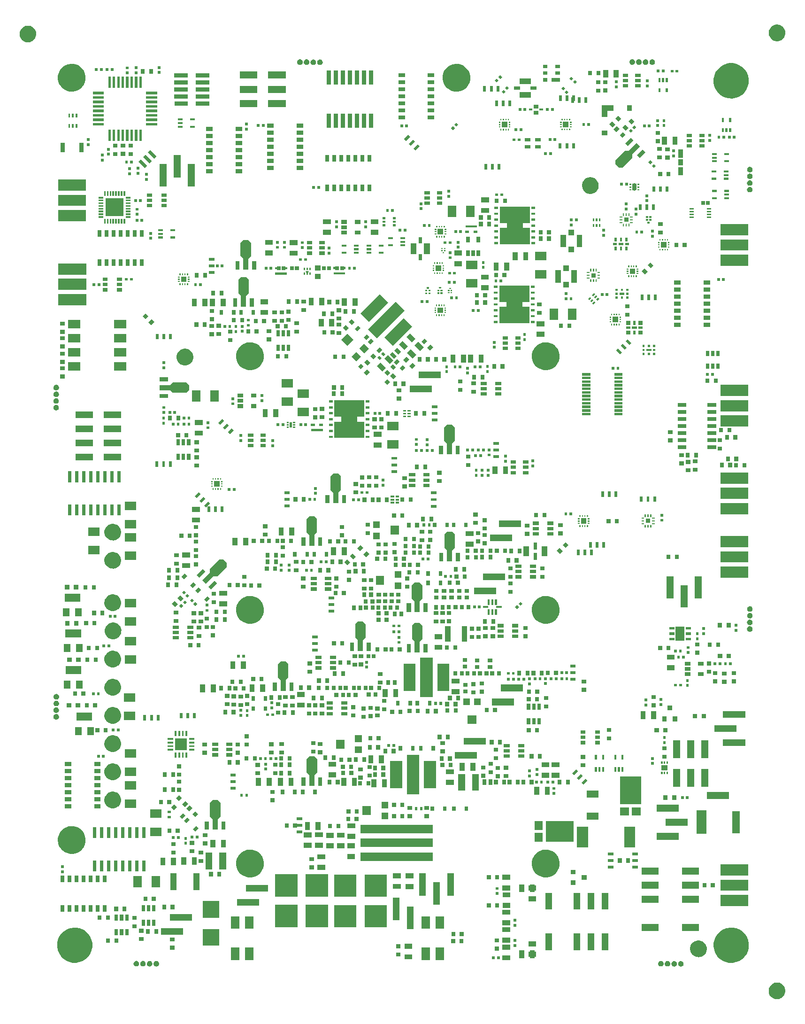
<source format=gts>
G04 #@! TF.FileFunction,Soldermask,Top*
%FSLAX46Y46*%
G04 Gerber Fmt 4.6, Leading zero omitted, Abs format (unit mm)*
G04 Created by KiCad (PCBNEW 4.0.7) date Mon Jan 13 15:14:29 2020*
%MOMM*%
%LPD*%
G01*
G04 APERTURE LIST*
%ADD10C,0.150000*%
G04 APERTURE END LIST*
D10*
G36*
X210024531Y-216484379D02*
X210270754Y-216534921D01*
X210312689Y-216543529D01*
X210560367Y-216647644D01*
X210583868Y-216657523D01*
X210827742Y-216822018D01*
X211035021Y-217030749D01*
X211197810Y-217275765D01*
X211268408Y-217447049D01*
X211309908Y-217547736D01*
X211362900Y-217815367D01*
X211367044Y-217836297D01*
X211362353Y-218172290D01*
X211297181Y-218459145D01*
X211177533Y-218727878D01*
X211007967Y-218968253D01*
X210794941Y-219171116D01*
X210593271Y-219299099D01*
X210546569Y-219328737D01*
X210272311Y-219435115D01*
X210088010Y-219467612D01*
X209982615Y-219486196D01*
X209704932Y-219480379D01*
X209688512Y-219480035D01*
X209473038Y-219432660D01*
X209401212Y-219416868D01*
X209131650Y-219299099D01*
X208890096Y-219131215D01*
X208685752Y-218919610D01*
X208526400Y-218672345D01*
X208418111Y-218398837D01*
X208365008Y-218109504D01*
X208369115Y-217815368D01*
X208369115Y-217815367D01*
X208430275Y-217527633D01*
X208538226Y-217275765D01*
X208546160Y-217257253D01*
X208712353Y-217014533D01*
X208922526Y-216808717D01*
X208922527Y-216808716D01*
X209153575Y-216657523D01*
X209168673Y-216647643D01*
X209441419Y-216537446D01*
X209730373Y-216482325D01*
X210024531Y-216484379D01*
X210024531Y-216484379D01*
G37*
G36*
X191374320Y-212596309D02*
X191375002Y-212596314D01*
X191387298Y-212598838D01*
X191471247Y-212616069D01*
X191561819Y-212654142D01*
X191584855Y-212669681D01*
X191643275Y-212709085D01*
X191684800Y-212750901D01*
X191712506Y-212778801D01*
X191766877Y-212860636D01*
X191804319Y-212951476D01*
X191823401Y-213047848D01*
X191823401Y-213047854D01*
X191821834Y-213160076D01*
X191800067Y-213255885D01*
X191800066Y-213255887D01*
X191760105Y-213345642D01*
X191703469Y-213425928D01*
X191632318Y-213493685D01*
X191549363Y-213546330D01*
X191457760Y-213581861D01*
X191361005Y-213598921D01*
X191262770Y-213596863D01*
X191166814Y-213575766D01*
X191076781Y-213536431D01*
X190996100Y-213480357D01*
X190927849Y-213409680D01*
X190874626Y-213327095D01*
X190838457Y-213235743D01*
X190820721Y-213139105D01*
X190822093Y-213040863D01*
X190842519Y-212944762D01*
X190881226Y-212854452D01*
X190936735Y-212773384D01*
X191006932Y-212704642D01*
X191089144Y-212650844D01*
X191134694Y-212632441D01*
X191180243Y-212614038D01*
X191206896Y-212608954D01*
X191276753Y-212595627D01*
X191374320Y-212596309D01*
X191374320Y-212596309D01*
G37*
G36*
X192580820Y-212596309D02*
X192581502Y-212596314D01*
X192593798Y-212598838D01*
X192677747Y-212616069D01*
X192768319Y-212654142D01*
X192791355Y-212669681D01*
X192849775Y-212709085D01*
X192891300Y-212750901D01*
X192919006Y-212778801D01*
X192973377Y-212860636D01*
X193010819Y-212951476D01*
X193029901Y-213047848D01*
X193029901Y-213047854D01*
X193028334Y-213160076D01*
X193006567Y-213255885D01*
X193006566Y-213255887D01*
X192966605Y-213345642D01*
X192909969Y-213425928D01*
X192838818Y-213493685D01*
X192755863Y-213546330D01*
X192664260Y-213581861D01*
X192567505Y-213598921D01*
X192469270Y-213596863D01*
X192373314Y-213575766D01*
X192283281Y-213536431D01*
X192202600Y-213480357D01*
X192134349Y-213409680D01*
X192081126Y-213327095D01*
X192044957Y-213235743D01*
X192027221Y-213139105D01*
X192028593Y-213040863D01*
X192049019Y-212944762D01*
X192087726Y-212854452D01*
X192143235Y-212773384D01*
X192213432Y-212704642D01*
X192295644Y-212650844D01*
X192341194Y-212632441D01*
X192386743Y-212614038D01*
X192413396Y-212608954D01*
X192483253Y-212595627D01*
X192580820Y-212596309D01*
X192580820Y-212596309D01*
G37*
G36*
X96759320Y-212583609D02*
X96760002Y-212583614D01*
X96772298Y-212586138D01*
X96856247Y-212603369D01*
X96946819Y-212641442D01*
X96965647Y-212654142D01*
X97028275Y-212696385D01*
X97077032Y-212745484D01*
X97097506Y-212766101D01*
X97151877Y-212847936D01*
X97189319Y-212938776D01*
X97208401Y-213035148D01*
X97206834Y-213147377D01*
X97200435Y-213175543D01*
X97185067Y-213243185D01*
X97185066Y-213243187D01*
X97145105Y-213332942D01*
X97088469Y-213413228D01*
X97017318Y-213480985D01*
X96934363Y-213533630D01*
X96842760Y-213569161D01*
X96746005Y-213586221D01*
X96647770Y-213584163D01*
X96551814Y-213563066D01*
X96461781Y-213523731D01*
X96381100Y-213467657D01*
X96312849Y-213396980D01*
X96259626Y-213314395D01*
X96223457Y-213223043D01*
X96205721Y-213126405D01*
X96207093Y-213028163D01*
X96227519Y-212932062D01*
X96266226Y-212841752D01*
X96321735Y-212760684D01*
X96391932Y-212691942D01*
X96474144Y-212638144D01*
X96519695Y-212619741D01*
X96565243Y-212601338D01*
X96595176Y-212595628D01*
X96661753Y-212582927D01*
X96759320Y-212583609D01*
X96759320Y-212583609D01*
G37*
G36*
X97965820Y-212583609D02*
X97966502Y-212583614D01*
X97978798Y-212586138D01*
X98062747Y-212603369D01*
X98153319Y-212641442D01*
X98172147Y-212654142D01*
X98234775Y-212696385D01*
X98283532Y-212745484D01*
X98304006Y-212766101D01*
X98358377Y-212847936D01*
X98395819Y-212938776D01*
X98414901Y-213035148D01*
X98413334Y-213147377D01*
X98406935Y-213175543D01*
X98391567Y-213243185D01*
X98391566Y-213243187D01*
X98351605Y-213332942D01*
X98294969Y-213413228D01*
X98223818Y-213480985D01*
X98140863Y-213533630D01*
X98049260Y-213569161D01*
X97952505Y-213586221D01*
X97854270Y-213584163D01*
X97758314Y-213563066D01*
X97668281Y-213523731D01*
X97587600Y-213467657D01*
X97519349Y-213396980D01*
X97466126Y-213314395D01*
X97429957Y-213223043D01*
X97412221Y-213126405D01*
X97413593Y-213028163D01*
X97434019Y-212932062D01*
X97472726Y-212841752D01*
X97528235Y-212760684D01*
X97598432Y-212691942D01*
X97680644Y-212638144D01*
X97726195Y-212619741D01*
X97771743Y-212601338D01*
X97801676Y-212595628D01*
X97868253Y-212582927D01*
X97965820Y-212583609D01*
X97965820Y-212583609D01*
G37*
G36*
X190171620Y-212581109D02*
X190172302Y-212581114D01*
X190181134Y-212582927D01*
X190268547Y-212600869D01*
X190359119Y-212638942D01*
X190376764Y-212650844D01*
X190440575Y-212693885D01*
X190491815Y-212745484D01*
X190509806Y-212763601D01*
X190564177Y-212845436D01*
X190601619Y-212936276D01*
X190620701Y-213032648D01*
X190619134Y-213144877D01*
X190612735Y-213173043D01*
X190597367Y-213240685D01*
X190563059Y-213317742D01*
X190557405Y-213330442D01*
X190500769Y-213410728D01*
X190429618Y-213478485D01*
X190346663Y-213531130D01*
X190255060Y-213566661D01*
X190158305Y-213583721D01*
X190060070Y-213581663D01*
X189964114Y-213560566D01*
X189874081Y-213521231D01*
X189793400Y-213465157D01*
X189725149Y-213394480D01*
X189671926Y-213311895D01*
X189635757Y-213220543D01*
X189618021Y-213123905D01*
X189619393Y-213025663D01*
X189639819Y-212929562D01*
X189678526Y-212839252D01*
X189734035Y-212758184D01*
X189804232Y-212689442D01*
X189886444Y-212635644D01*
X189939922Y-212614038D01*
X189977543Y-212598838D01*
X190004196Y-212593754D01*
X190074053Y-212580427D01*
X190171620Y-212581109D01*
X190171620Y-212581109D01*
G37*
G36*
X188971620Y-212581109D02*
X188972302Y-212581114D01*
X188981134Y-212582927D01*
X189068547Y-212600869D01*
X189159119Y-212638942D01*
X189176764Y-212650844D01*
X189240575Y-212693885D01*
X189291815Y-212745484D01*
X189309806Y-212763601D01*
X189364177Y-212845436D01*
X189401619Y-212936276D01*
X189420701Y-213032648D01*
X189419134Y-213144877D01*
X189412735Y-213173043D01*
X189397367Y-213240685D01*
X189363059Y-213317742D01*
X189357405Y-213330442D01*
X189300769Y-213410728D01*
X189229618Y-213478485D01*
X189146663Y-213531130D01*
X189055060Y-213566661D01*
X188958305Y-213583721D01*
X188860070Y-213581663D01*
X188764114Y-213560566D01*
X188674081Y-213521231D01*
X188593400Y-213465157D01*
X188525149Y-213394480D01*
X188471926Y-213311895D01*
X188435757Y-213220543D01*
X188418021Y-213123905D01*
X188419393Y-213025663D01*
X188439819Y-212929562D01*
X188478526Y-212839252D01*
X188534035Y-212758184D01*
X188604232Y-212689442D01*
X188686444Y-212635644D01*
X188739922Y-212614038D01*
X188777543Y-212598838D01*
X188804196Y-212593754D01*
X188874053Y-212580427D01*
X188971620Y-212581109D01*
X188971620Y-212581109D01*
G37*
G36*
X95556620Y-212568409D02*
X95557302Y-212568414D01*
X95573693Y-212571778D01*
X95653547Y-212588169D01*
X95744119Y-212626242D01*
X95761764Y-212638144D01*
X95825575Y-212681185D01*
X95889427Y-212745484D01*
X95894806Y-212750901D01*
X95949177Y-212832736D01*
X95986619Y-212923576D01*
X96005701Y-213019948D01*
X96005701Y-213019954D01*
X96005311Y-213047854D01*
X96004134Y-213132177D01*
X95997795Y-213160076D01*
X95982367Y-213227985D01*
X95975599Y-213243187D01*
X95942405Y-213317742D01*
X95885769Y-213398028D01*
X95814618Y-213465785D01*
X95731663Y-213518430D01*
X95640060Y-213553961D01*
X95543305Y-213571021D01*
X95445070Y-213568963D01*
X95349114Y-213547866D01*
X95259081Y-213508531D01*
X95178400Y-213452457D01*
X95110149Y-213381780D01*
X95056926Y-213299195D01*
X95020757Y-213207843D01*
X95003021Y-213111205D01*
X95004393Y-213012963D01*
X95024819Y-212916862D01*
X95063526Y-212826552D01*
X95119035Y-212745484D01*
X95189232Y-212676742D01*
X95271444Y-212622944D01*
X95324922Y-212601338D01*
X95362543Y-212586138D01*
X95392476Y-212580428D01*
X95459053Y-212567727D01*
X95556620Y-212568409D01*
X95556620Y-212568409D01*
G37*
G36*
X94356620Y-212568409D02*
X94357302Y-212568414D01*
X94373693Y-212571778D01*
X94453547Y-212588169D01*
X94544119Y-212626242D01*
X94561764Y-212638144D01*
X94625575Y-212681185D01*
X94689427Y-212745484D01*
X94694806Y-212750901D01*
X94749177Y-212832736D01*
X94786619Y-212923576D01*
X94805701Y-213019948D01*
X94805701Y-213019954D01*
X94805311Y-213047854D01*
X94804134Y-213132177D01*
X94797795Y-213160076D01*
X94782367Y-213227985D01*
X94775599Y-213243187D01*
X94742405Y-213317742D01*
X94685769Y-213398028D01*
X94614618Y-213465785D01*
X94531663Y-213518430D01*
X94440060Y-213553961D01*
X94343305Y-213571021D01*
X94245070Y-213568963D01*
X94149114Y-213547866D01*
X94059081Y-213508531D01*
X93978400Y-213452457D01*
X93910149Y-213381780D01*
X93856926Y-213299195D01*
X93820757Y-213207843D01*
X93803021Y-213111205D01*
X93804393Y-213012963D01*
X93824819Y-212916862D01*
X93863526Y-212826552D01*
X93919035Y-212745484D01*
X93989232Y-212676742D01*
X94071444Y-212622944D01*
X94124922Y-212601338D01*
X94162543Y-212586138D01*
X94192476Y-212580428D01*
X94259053Y-212567727D01*
X94356620Y-212568409D01*
X94356620Y-212568409D01*
G37*
G36*
X201942967Y-206570295D02*
X202553094Y-206695536D01*
X203127270Y-206936897D01*
X203424598Y-207137448D01*
X203643634Y-207285189D01*
X203643637Y-207285192D01*
X204082513Y-207727143D01*
X204427190Y-208245923D01*
X204664539Y-208821775D01*
X204783591Y-209423033D01*
X204785516Y-209432757D01*
X204778206Y-209956235D01*
X204775582Y-210144165D01*
X204757474Y-210223867D01*
X204637592Y-210751532D01*
X204637591Y-210751534D01*
X204384258Y-211320529D01*
X204025229Y-211829486D01*
X203574181Y-212259013D01*
X203048296Y-212592750D01*
X202467601Y-212817987D01*
X201854221Y-212926142D01*
X201231507Y-212913098D01*
X200623194Y-212779352D01*
X200052442Y-212529996D01*
X199540991Y-212174528D01*
X199108325Y-211726490D01*
X198770926Y-211202948D01*
X198541641Y-210623841D01*
X198429205Y-210011226D01*
X198437901Y-209388441D01*
X198567397Y-208779209D01*
X198812764Y-208206726D01*
X199164651Y-207692808D01*
X199609657Y-207257026D01*
X200130830Y-206915979D01*
X200492193Y-206769980D01*
X200708325Y-206682657D01*
X200877285Y-206650426D01*
X201320138Y-206565946D01*
X201942967Y-206570295D01*
X201942967Y-206570295D01*
G37*
G36*
X83528167Y-206570295D02*
X84138294Y-206695536D01*
X84712470Y-206936897D01*
X85009798Y-207137448D01*
X85228834Y-207285189D01*
X85228837Y-207285192D01*
X85667713Y-207727143D01*
X86012390Y-208245923D01*
X86249739Y-208821775D01*
X86368791Y-209423033D01*
X86370716Y-209432757D01*
X86363406Y-209956235D01*
X86360782Y-210144165D01*
X86342674Y-210223867D01*
X86222792Y-210751532D01*
X86222791Y-210751534D01*
X85969458Y-211320529D01*
X85610429Y-211829486D01*
X85159381Y-212259013D01*
X84633496Y-212592750D01*
X84052801Y-212817987D01*
X83439421Y-212926142D01*
X82816707Y-212913098D01*
X82208394Y-212779352D01*
X81637642Y-212529996D01*
X81126191Y-212174528D01*
X80693525Y-211726490D01*
X80356126Y-211202948D01*
X80126841Y-210623841D01*
X80014405Y-210011226D01*
X80023101Y-209388441D01*
X80152597Y-208779209D01*
X80397964Y-208206726D01*
X80749851Y-207692808D01*
X81194857Y-207257026D01*
X81716030Y-206915979D01*
X82077393Y-206769980D01*
X82293525Y-206682657D01*
X82462485Y-206650426D01*
X82905338Y-206565946D01*
X83528167Y-206570295D01*
X83528167Y-206570295D01*
G37*
G36*
X161744550Y-212457060D02*
X160343010Y-212457060D01*
X160343010Y-211555900D01*
X161744550Y-211555900D01*
X161744550Y-212457060D01*
X161744550Y-212457060D01*
G37*
G36*
X115454780Y-212419980D02*
X113952780Y-212419980D01*
X113952780Y-210197980D01*
X115454780Y-210197980D01*
X115454780Y-212419980D01*
X115454780Y-212419980D01*
G37*
G36*
X112914780Y-212419980D02*
X111412780Y-212419980D01*
X111412780Y-210197980D01*
X112914780Y-210197980D01*
X112914780Y-212419980D01*
X112914780Y-212419980D01*
G37*
G36*
X149824780Y-212419980D02*
X148322780Y-212419980D01*
X148322780Y-210197980D01*
X149824780Y-210197980D01*
X149824780Y-212419980D01*
X149824780Y-212419980D01*
G37*
G36*
X147284780Y-212419980D02*
X145782780Y-212419980D01*
X145782780Y-210197980D01*
X147284780Y-210197980D01*
X147284780Y-212419980D01*
X147284780Y-212419980D01*
G37*
G36*
X144094550Y-212297060D02*
X142693010Y-212297060D01*
X142693010Y-211395900D01*
X144094550Y-211395900D01*
X144094550Y-212297060D01*
X144094550Y-212297060D01*
G37*
G36*
X159852010Y-212252630D02*
X159354710Y-212252630D01*
X159354710Y-211755330D01*
X159852010Y-211755330D01*
X159852010Y-212252630D01*
X159852010Y-212252630D01*
G37*
G36*
X158952850Y-212252630D02*
X158455550Y-212252630D01*
X158455550Y-211755330D01*
X158952850Y-211755330D01*
X158952850Y-212252630D01*
X158952850Y-212252630D01*
G37*
G36*
X166186860Y-210955400D02*
X166186880Y-210955539D01*
X166186938Y-210955668D01*
X166187029Y-210955775D01*
X166187146Y-210955852D01*
X166187281Y-210955894D01*
X166187360Y-210955900D01*
X166434550Y-210955900D01*
X166434550Y-211857060D01*
X166187360Y-211857060D01*
X166187221Y-211857080D01*
X166187092Y-211857138D01*
X166186985Y-211857229D01*
X166186908Y-211857346D01*
X166186866Y-211857481D01*
X166186860Y-211857560D01*
X166186860Y-212104750D01*
X165285700Y-212104750D01*
X165285700Y-211857560D01*
X165285680Y-211857421D01*
X165285622Y-211857292D01*
X165285531Y-211857185D01*
X165285414Y-211857108D01*
X165285279Y-211857066D01*
X165285200Y-211857060D01*
X165033010Y-211857060D01*
X165033010Y-210955900D01*
X165285200Y-210955900D01*
X165285339Y-210955880D01*
X165285468Y-210955822D01*
X165285575Y-210955731D01*
X165285652Y-210955614D01*
X165285694Y-210955479D01*
X165285700Y-210955400D01*
X165285700Y-210703210D01*
X166186860Y-210703210D01*
X166186860Y-210955400D01*
X166186860Y-210955400D01*
G37*
G36*
X164281860Y-212104750D02*
X163380700Y-212104750D01*
X163380700Y-210703210D01*
X164281860Y-210703210D01*
X164281860Y-212104750D01*
X164281860Y-212104750D01*
G37*
G36*
X195861431Y-208892879D02*
X196107654Y-208943421D01*
X196149589Y-208952029D01*
X196397267Y-209056144D01*
X196420768Y-209066023D01*
X196664642Y-209230518D01*
X196871921Y-209439249D01*
X197034710Y-209684265D01*
X197088586Y-209814980D01*
X197146808Y-209956236D01*
X197194674Y-210197980D01*
X197203944Y-210244797D01*
X197199253Y-210580790D01*
X197134081Y-210867645D01*
X197014433Y-211136378D01*
X196844867Y-211376753D01*
X196631841Y-211579616D01*
X196430171Y-211707599D01*
X196383469Y-211737237D01*
X196109211Y-211843615D01*
X195924910Y-211876112D01*
X195819515Y-211894696D01*
X195541832Y-211888879D01*
X195525412Y-211888535D01*
X195309938Y-211841160D01*
X195238112Y-211825368D01*
X194968550Y-211707599D01*
X194726996Y-211539715D01*
X194522652Y-211328110D01*
X194363300Y-211080845D01*
X194255011Y-210807337D01*
X194201908Y-210518004D01*
X194206015Y-210223868D01*
X194206015Y-210223867D01*
X194267175Y-209936133D01*
X194375126Y-209684265D01*
X194383060Y-209665753D01*
X194549253Y-209423033D01*
X194759426Y-209217217D01*
X194759427Y-209217216D01*
X194990475Y-209066023D01*
X195005573Y-209056143D01*
X195278319Y-208945946D01*
X195567273Y-208890825D01*
X195861431Y-208892879D01*
X195861431Y-208892879D01*
G37*
G36*
X141954780Y-211804980D02*
X141152780Y-211804980D01*
X141152780Y-211102980D01*
X141954780Y-211102980D01*
X141954780Y-211804980D01*
X141954780Y-211804980D01*
G37*
G36*
X159724780Y-210714980D02*
X158922780Y-210714980D01*
X158922780Y-210012980D01*
X159724780Y-210012980D01*
X159724780Y-210714980D01*
X159724780Y-210714980D01*
G37*
G36*
X179444780Y-210624980D02*
X178242780Y-210624980D01*
X178242780Y-207622980D01*
X179444780Y-207622980D01*
X179444780Y-210624980D01*
X179444780Y-210624980D01*
G37*
G36*
X176904780Y-210624980D02*
X175702780Y-210624980D01*
X175702780Y-207622980D01*
X176904780Y-207622980D01*
X176904780Y-210624980D01*
X176904780Y-210624980D01*
G37*
G36*
X169284780Y-210624980D02*
X168082780Y-210624980D01*
X168082780Y-207622980D01*
X169284780Y-207622980D01*
X169284780Y-210624980D01*
X169284780Y-210624980D01*
G37*
G36*
X174364780Y-210624980D02*
X173162780Y-210624980D01*
X173162780Y-207622980D01*
X174364780Y-207622980D01*
X174364780Y-210624980D01*
X174364780Y-210624980D01*
G37*
G36*
X101194780Y-210554980D02*
X100392780Y-210554980D01*
X100392780Y-209852980D01*
X101194780Y-209852980D01*
X101194780Y-210554980D01*
X101194780Y-210554980D01*
G37*
G36*
X161744550Y-210552060D02*
X160343010Y-210552060D01*
X160343010Y-209650900D01*
X161744550Y-209650900D01*
X161744550Y-210552060D01*
X161744550Y-210552060D01*
G37*
G36*
X144094550Y-210392060D02*
X142693010Y-210392060D01*
X142693010Y-209490900D01*
X144094550Y-209490900D01*
X144094550Y-210392060D01*
X144094550Y-210392060D01*
G37*
G36*
X141954780Y-210304980D02*
X141152780Y-210304980D01*
X141152780Y-209602980D01*
X141954780Y-209602980D01*
X141954780Y-210304980D01*
X141954780Y-210304980D01*
G37*
G36*
X162852430Y-210032210D02*
X162355130Y-210032210D01*
X162355130Y-209534910D01*
X162852430Y-209534910D01*
X162852430Y-210032210D01*
X162852430Y-210032210D01*
G37*
G36*
X166434550Y-209952060D02*
X165033010Y-209952060D01*
X165033010Y-209050900D01*
X166434550Y-209050900D01*
X166434550Y-209952060D01*
X166434550Y-209952060D01*
G37*
G36*
X109284780Y-209814980D02*
X106282780Y-209814980D01*
X106282780Y-206812980D01*
X109284780Y-206812980D01*
X109284780Y-209814980D01*
X109284780Y-209814980D01*
G37*
G36*
X153314780Y-209424980D02*
X152612780Y-209424980D01*
X152612780Y-208622980D01*
X153314780Y-208622980D01*
X153314780Y-209424980D01*
X153314780Y-209424980D01*
G37*
G36*
X151814780Y-209424980D02*
X151112780Y-209424980D01*
X151112780Y-208622980D01*
X151814780Y-208622980D01*
X151814780Y-209424980D01*
X151814780Y-209424980D01*
G37*
G36*
X91048400Y-209330620D02*
X90346400Y-209330620D01*
X90346400Y-208528620D01*
X91048400Y-208528620D01*
X91048400Y-209330620D01*
X91048400Y-209330620D01*
G37*
G36*
X89548400Y-209330620D02*
X88846400Y-209330620D01*
X88846400Y-208528620D01*
X89548400Y-208528620D01*
X89548400Y-209330620D01*
X89548400Y-209330620D01*
G37*
G36*
X161734550Y-209307060D02*
X160333010Y-209307060D01*
X160333010Y-208405900D01*
X161734550Y-208405900D01*
X161734550Y-209307060D01*
X161734550Y-209307060D01*
G37*
G36*
X159724780Y-209214980D02*
X158922780Y-209214980D01*
X158922780Y-208512980D01*
X159724780Y-208512980D01*
X159724780Y-209214980D01*
X159724780Y-209214980D01*
G37*
G36*
X162852430Y-209133050D02*
X162355130Y-209133050D01*
X162355130Y-208635750D01*
X162852430Y-208635750D01*
X162852430Y-209133050D01*
X162852430Y-209133050D01*
G37*
G36*
X101194780Y-209054980D02*
X100392780Y-209054980D01*
X100392780Y-208352980D01*
X101194780Y-208352980D01*
X101194780Y-209054980D01*
X101194780Y-209054980D01*
G37*
G36*
X95585540Y-209010040D02*
X94783540Y-209010040D01*
X94783540Y-208308040D01*
X95585540Y-208308040D01*
X95585540Y-209010040D01*
X95585540Y-209010040D01*
G37*
G36*
X151844780Y-208144980D02*
X151142780Y-208144980D01*
X151142780Y-207342980D01*
X151844780Y-207342980D01*
X151844780Y-208144980D01*
X151844780Y-208144980D01*
G37*
G36*
X153344780Y-208144980D02*
X152642780Y-208144980D01*
X152642780Y-207342980D01*
X153344780Y-207342980D01*
X153344780Y-208144980D01*
X153344780Y-208144980D01*
G37*
G36*
X91000200Y-207948520D02*
X90398200Y-207948520D01*
X90398200Y-206846520D01*
X91000200Y-206846520D01*
X91000200Y-207948520D01*
X91000200Y-207948520D01*
G37*
G36*
X92900200Y-207948520D02*
X92298200Y-207948520D01*
X92298200Y-206846520D01*
X92900200Y-206846520D01*
X92900200Y-207948520D01*
X92900200Y-207948520D01*
G37*
G36*
X91950200Y-207948520D02*
X91348200Y-207948520D01*
X91348200Y-206846520D01*
X91950200Y-206846520D01*
X91950200Y-207948520D01*
X91950200Y-207948520D01*
G37*
G36*
X102764780Y-207874980D02*
X98762780Y-207874980D01*
X98762780Y-206672980D01*
X102764780Y-206672980D01*
X102764780Y-207874980D01*
X102764780Y-207874980D01*
G37*
G36*
X98265470Y-207661070D02*
X97563470Y-207661070D01*
X97563470Y-206859070D01*
X98265470Y-206859070D01*
X98265470Y-207661070D01*
X98265470Y-207661070D01*
G37*
G36*
X96765470Y-207661070D02*
X96063470Y-207661070D01*
X96063470Y-206859070D01*
X96765470Y-206859070D01*
X96765470Y-207661070D01*
X96765470Y-207661070D01*
G37*
G36*
X95585540Y-207510040D02*
X94783540Y-207510040D01*
X94783540Y-206808040D01*
X95585540Y-206808040D01*
X95585540Y-207510040D01*
X95585540Y-207510040D01*
G37*
G36*
X161734550Y-207402060D02*
X160333010Y-207402060D01*
X160333010Y-206500900D01*
X161734550Y-206500900D01*
X161734550Y-207402060D01*
X161734550Y-207402060D01*
G37*
G36*
X188464780Y-207154980D02*
X185462780Y-207154980D01*
X185462780Y-205952980D01*
X188464780Y-205952980D01*
X188464780Y-207154980D01*
X188464780Y-207154980D01*
G37*
G36*
X195764780Y-207154980D02*
X192762780Y-207154980D01*
X192762780Y-205952980D01*
X195764780Y-205952980D01*
X195764780Y-207154980D01*
X195764780Y-207154980D01*
G37*
G36*
X144334780Y-206814980D02*
X143132780Y-206814980D01*
X143132780Y-202812980D01*
X144334780Y-202812980D01*
X144334780Y-206814980D01*
X144334780Y-206814980D01*
G37*
G36*
X149824780Y-206769980D02*
X148322780Y-206769980D01*
X148322780Y-204547980D01*
X149824780Y-204547980D01*
X149824780Y-206769980D01*
X149824780Y-206769980D01*
G37*
G36*
X147284780Y-206769980D02*
X145782780Y-206769980D01*
X145782780Y-204547980D01*
X147284780Y-204547980D01*
X147284780Y-206769980D01*
X147284780Y-206769980D01*
G37*
G36*
X115454780Y-206769980D02*
X113952780Y-206769980D01*
X113952780Y-204547980D01*
X115454780Y-204547980D01*
X115454780Y-206769980D01*
X115454780Y-206769980D01*
G37*
G36*
X112914780Y-206769980D02*
X111412780Y-206769980D01*
X111412780Y-204547980D01*
X112914780Y-204547980D01*
X112914780Y-206769980D01*
X112914780Y-206769980D01*
G37*
G36*
X94380860Y-206689660D02*
X93578860Y-206689660D01*
X93578860Y-205987660D01*
X94380860Y-205987660D01*
X94380860Y-206689660D01*
X94380860Y-206689660D01*
G37*
G36*
X133970840Y-206532640D02*
X129968840Y-206532640D01*
X129968840Y-202530640D01*
X133970840Y-202530640D01*
X133970840Y-206532640D01*
X133970840Y-206532640D01*
G37*
G36*
X139470840Y-206532640D02*
X135468840Y-206532640D01*
X135468840Y-202530640D01*
X139470840Y-202530640D01*
X139470840Y-206532640D01*
X139470840Y-206532640D01*
G37*
G36*
X128874780Y-206484980D02*
X124872780Y-206484980D01*
X124872780Y-202482980D01*
X128874780Y-202482980D01*
X128874780Y-206484980D01*
X128874780Y-206484980D01*
G37*
G36*
X123374780Y-206484980D02*
X119372780Y-206484980D01*
X119372780Y-202482980D01*
X123374780Y-202482980D01*
X123374780Y-206484980D01*
X123374780Y-206484980D01*
G37*
G36*
X162862430Y-206392210D02*
X162365130Y-206392210D01*
X162365130Y-205894910D01*
X162862430Y-205894910D01*
X162862430Y-206392210D01*
X162862430Y-206392210D01*
G37*
G36*
X97775390Y-206276430D02*
X97173390Y-206276430D01*
X97173390Y-205174430D01*
X97775390Y-205174430D01*
X97775390Y-206276430D01*
X97775390Y-206276430D01*
G37*
G36*
X96825390Y-206276430D02*
X96223390Y-206276430D01*
X96223390Y-205174430D01*
X96825390Y-205174430D01*
X96825390Y-206276430D01*
X96825390Y-206276430D01*
G37*
G36*
X95875390Y-206276430D02*
X95273390Y-206276430D01*
X95273390Y-205174430D01*
X95875390Y-205174430D01*
X95875390Y-206276430D01*
X95875390Y-206276430D01*
G37*
G36*
X161734550Y-206147060D02*
X160333010Y-206147060D01*
X160333010Y-205245900D01*
X161734550Y-205245900D01*
X161734550Y-206147060D01*
X161734550Y-206147060D01*
G37*
G36*
X162862430Y-205493050D02*
X162365130Y-205493050D01*
X162365130Y-204995750D01*
X162862430Y-204995750D01*
X162862430Y-205493050D01*
X162862430Y-205493050D01*
G37*
G36*
X91000200Y-205348520D02*
X90398200Y-205348520D01*
X90398200Y-204246520D01*
X91000200Y-204246520D01*
X91000200Y-205348520D01*
X91000200Y-205348520D01*
G37*
G36*
X91950200Y-205348520D02*
X91348200Y-205348520D01*
X91348200Y-204246520D01*
X91950200Y-204246520D01*
X91950200Y-205348520D01*
X91950200Y-205348520D01*
G37*
G36*
X92900200Y-205348520D02*
X92298200Y-205348520D01*
X92298200Y-204246520D01*
X92900200Y-204246520D01*
X92900200Y-205348520D01*
X92900200Y-205348520D01*
G37*
G36*
X104364780Y-205334980D02*
X100362780Y-205334980D01*
X100362780Y-204132980D01*
X104364780Y-204132980D01*
X104364780Y-205334980D01*
X104364780Y-205334980D01*
G37*
G36*
X141794780Y-205214980D02*
X140592780Y-205214980D01*
X140592780Y-201212980D01*
X141794780Y-201212980D01*
X141794780Y-205214980D01*
X141794780Y-205214980D01*
G37*
G36*
X94380860Y-205189660D02*
X93578860Y-205189660D01*
X93578860Y-204487660D01*
X94380860Y-204487660D01*
X94380860Y-205189660D01*
X94380860Y-205189660D01*
G37*
G36*
X88024400Y-205177720D02*
X87322400Y-205177720D01*
X87322400Y-204375720D01*
X88024400Y-204375720D01*
X88024400Y-205177720D01*
X88024400Y-205177720D01*
G37*
G36*
X89524400Y-205177720D02*
X88822400Y-205177720D01*
X88822400Y-204375720D01*
X89524400Y-204375720D01*
X89524400Y-205177720D01*
X89524400Y-205177720D01*
G37*
G36*
X109284780Y-204814980D02*
X106282780Y-204814980D01*
X106282780Y-201812980D01*
X109284780Y-201812980D01*
X109284780Y-204814980D01*
X109284780Y-204814980D01*
G37*
G36*
X161734550Y-204242060D02*
X160333010Y-204242060D01*
X160333010Y-203340900D01*
X161734550Y-203340900D01*
X161734550Y-204242060D01*
X161734550Y-204242060D01*
G37*
G36*
X82584780Y-203744980D02*
X81882780Y-203744980D01*
X81882780Y-202562980D01*
X82584780Y-202562980D01*
X82584780Y-203744980D01*
X82584780Y-203744980D01*
G37*
G36*
X81314780Y-203744980D02*
X80612780Y-203744980D01*
X80612780Y-202562980D01*
X81314780Y-202562980D01*
X81314780Y-203744980D01*
X81314780Y-203744980D01*
G37*
G36*
X83854780Y-203744980D02*
X83152780Y-203744980D01*
X83152780Y-202562980D01*
X83854780Y-202562980D01*
X83854780Y-203744980D01*
X83854780Y-203744980D01*
G37*
G36*
X85124780Y-203744980D02*
X84422780Y-203744980D01*
X84422780Y-202562980D01*
X85124780Y-202562980D01*
X85124780Y-203744980D01*
X85124780Y-203744980D01*
G37*
G36*
X86394780Y-203744980D02*
X85692780Y-203744980D01*
X85692780Y-202562980D01*
X86394780Y-202562980D01*
X86394780Y-203744980D01*
X86394780Y-203744980D01*
G37*
G36*
X87664780Y-203744980D02*
X86962780Y-203744980D01*
X86962780Y-202562980D01*
X87664780Y-202562980D01*
X87664780Y-203744980D01*
X87664780Y-203744980D01*
G37*
G36*
X88934780Y-203744980D02*
X88232780Y-203744980D01*
X88232780Y-202562980D01*
X88934780Y-202562980D01*
X88934780Y-203744980D01*
X88934780Y-203744980D01*
G37*
G36*
X97775390Y-203676430D02*
X97173390Y-203676430D01*
X97173390Y-202574430D01*
X97775390Y-202574430D01*
X97775390Y-203676430D01*
X97775390Y-203676430D01*
G37*
G36*
X95875390Y-203676430D02*
X95273390Y-203676430D01*
X95273390Y-202574430D01*
X95875390Y-202574430D01*
X95875390Y-203676430D01*
X95875390Y-203676430D01*
G37*
G36*
X96825390Y-203676430D02*
X96223390Y-203676430D01*
X96223390Y-202574430D01*
X96825390Y-202574430D01*
X96825390Y-203676430D01*
X96825390Y-203676430D01*
G37*
G36*
X91034300Y-203615620D02*
X90332300Y-203615620D01*
X90332300Y-202813620D01*
X91034300Y-202813620D01*
X91034300Y-203615620D01*
X91034300Y-203615620D01*
G37*
G36*
X92534300Y-203615620D02*
X91832300Y-203615620D01*
X91832300Y-202813620D01*
X92534300Y-202813620D01*
X92534300Y-203615620D01*
X92534300Y-203615620D01*
G37*
G36*
X169284780Y-203324980D02*
X168082780Y-203324980D01*
X168082780Y-200322980D01*
X169284780Y-200322980D01*
X169284780Y-203324980D01*
X169284780Y-203324980D01*
G37*
G36*
X176904780Y-203324980D02*
X175702780Y-203324980D01*
X175702780Y-200322980D01*
X176904780Y-200322980D01*
X176904780Y-203324980D01*
X176904780Y-203324980D01*
G37*
G36*
X179444780Y-203324980D02*
X178242780Y-203324980D01*
X178242780Y-200322980D01*
X179444780Y-200322980D01*
X179444780Y-203324980D01*
X179444780Y-203324980D01*
G37*
G36*
X174364780Y-203324980D02*
X173162780Y-203324980D01*
X173162780Y-200322980D01*
X174364780Y-200322980D01*
X174364780Y-203324980D01*
X174364780Y-203324980D01*
G37*
G36*
X99694780Y-203294980D02*
X98992780Y-203294980D01*
X98992780Y-202492980D01*
X99694780Y-202492980D01*
X99694780Y-203294980D01*
X99694780Y-203294980D01*
G37*
G36*
X101194780Y-203294980D02*
X100492780Y-203294980D01*
X100492780Y-202492980D01*
X101194780Y-202492980D01*
X101194780Y-203294980D01*
X101194780Y-203294980D01*
G37*
G36*
X161764550Y-203017060D02*
X160363010Y-203017060D01*
X160363010Y-202115900D01*
X161764550Y-202115900D01*
X161764550Y-203017060D01*
X161764550Y-203017060D01*
G37*
G36*
X159754780Y-202974980D02*
X159052780Y-202974980D01*
X159052780Y-202172980D01*
X159754780Y-202172980D01*
X159754780Y-202974980D01*
X159754780Y-202974980D01*
G37*
G36*
X158254780Y-202974980D02*
X157552780Y-202974980D01*
X157552780Y-202172980D01*
X158254780Y-202172980D01*
X158254780Y-202974980D01*
X158254780Y-202974980D01*
G37*
G36*
X204654780Y-202694980D02*
X199652780Y-202694980D01*
X199652780Y-200692980D01*
X204654780Y-200692980D01*
X204654780Y-202694980D01*
X204654780Y-202694980D01*
G37*
G36*
X116454780Y-202614980D02*
X112452780Y-202614980D01*
X112452780Y-201412980D01*
X116454780Y-201412980D01*
X116454780Y-202614980D01*
X116454780Y-202614980D01*
G37*
G36*
X149073580Y-202410580D02*
X147871580Y-202410580D01*
X147871580Y-198408580D01*
X149073580Y-198408580D01*
X149073580Y-202410580D01*
X149073580Y-202410580D01*
G37*
G36*
X195764780Y-202074980D02*
X192762780Y-202074980D01*
X192762780Y-200872980D01*
X195764780Y-200872980D01*
X195764780Y-202074980D01*
X195764780Y-202074980D01*
G37*
G36*
X188464780Y-202074980D02*
X185462780Y-202074980D01*
X185462780Y-200872980D01*
X188464780Y-200872980D01*
X188464780Y-202074980D01*
X188464780Y-202074980D01*
G37*
G36*
X166434550Y-201827060D02*
X165033010Y-201827060D01*
X165033010Y-200925900D01*
X166434550Y-200925900D01*
X166434550Y-201827060D01*
X166434550Y-201827060D01*
G37*
G36*
X96293140Y-201778420D02*
X95591140Y-201778420D01*
X95591140Y-200976420D01*
X96293140Y-200976420D01*
X96293140Y-201778420D01*
X96293140Y-201778420D01*
G37*
G36*
X97793140Y-201778420D02*
X97091140Y-201778420D01*
X97091140Y-200976420D01*
X97793140Y-200976420D01*
X97793140Y-201778420D01*
X97793140Y-201778420D01*
G37*
G36*
X161764550Y-201112060D02*
X160363010Y-201112060D01*
X160363010Y-200210900D01*
X161764550Y-200210900D01*
X161764550Y-201112060D01*
X161764550Y-201112060D01*
G37*
G36*
X133970840Y-201032640D02*
X129968840Y-201032640D01*
X129968840Y-197030640D01*
X133970840Y-197030640D01*
X133970840Y-201032640D01*
X133970840Y-201032640D01*
G37*
G36*
X139470840Y-201032640D02*
X135468840Y-201032640D01*
X135468840Y-197030640D01*
X139470840Y-197030640D01*
X139470840Y-201032640D01*
X139470840Y-201032640D01*
G37*
G36*
X128874780Y-200984980D02*
X124872780Y-200984980D01*
X124872780Y-196982980D01*
X128874780Y-196982980D01*
X128874780Y-200984980D01*
X128874780Y-200984980D01*
G37*
G36*
X123374780Y-200984980D02*
X119372780Y-200984980D01*
X119372780Y-196982980D01*
X123374780Y-196982980D01*
X123374780Y-200984980D01*
X123374780Y-200984980D01*
G37*
G36*
X146533580Y-200810580D02*
X145331580Y-200810580D01*
X145331580Y-196808580D01*
X146533580Y-196808580D01*
X146533580Y-200810580D01*
X146533580Y-200810580D01*
G37*
G36*
X151613580Y-200810580D02*
X150411580Y-200810580D01*
X150411580Y-196808580D01*
X151613580Y-196808580D01*
X151613580Y-200810580D01*
X151613580Y-200810580D01*
G37*
G36*
X159652430Y-200682210D02*
X159155130Y-200682210D01*
X159155130Y-200184910D01*
X159652430Y-200184910D01*
X159652430Y-200682210D01*
X159652430Y-200682210D01*
G37*
G36*
X164271860Y-200174750D02*
X163370700Y-200174750D01*
X163370700Y-198773210D01*
X164271860Y-198773210D01*
X164271860Y-200174750D01*
X164271860Y-200174750D01*
G37*
G36*
X166176860Y-199020400D02*
X166176880Y-199020539D01*
X166176938Y-199020668D01*
X166177029Y-199020775D01*
X166177146Y-199020852D01*
X166177281Y-199020894D01*
X166177360Y-199020900D01*
X166434550Y-199020900D01*
X166434550Y-199922060D01*
X166177360Y-199922060D01*
X166177221Y-199922080D01*
X166177092Y-199922138D01*
X166176985Y-199922229D01*
X166176908Y-199922346D01*
X166176866Y-199922481D01*
X166176860Y-199922560D01*
X166176860Y-200174750D01*
X165275700Y-200174750D01*
X165275700Y-199922560D01*
X165275680Y-199922421D01*
X165275622Y-199922292D01*
X165275531Y-199922185D01*
X165275414Y-199922108D01*
X165275279Y-199922066D01*
X165275200Y-199922060D01*
X165033010Y-199922060D01*
X165033010Y-199020900D01*
X165275200Y-199020900D01*
X165275339Y-199020880D01*
X165275468Y-199020822D01*
X165275575Y-199020731D01*
X165275652Y-199020614D01*
X165275694Y-199020479D01*
X165275700Y-199020400D01*
X165275700Y-198773210D01*
X166176860Y-198773210D01*
X166176860Y-199020400D01*
X166176860Y-199020400D01*
G37*
G36*
X118054780Y-200074980D02*
X114052780Y-200074980D01*
X114052780Y-198872980D01*
X118054780Y-198872980D01*
X118054780Y-200074980D01*
X118054780Y-200074980D01*
G37*
G36*
X204654780Y-199944980D02*
X199652780Y-199944980D01*
X199652780Y-197942980D01*
X204654780Y-197942980D01*
X204654780Y-199944980D01*
X204654780Y-199944980D01*
G37*
G36*
X161734550Y-199877060D02*
X160333010Y-199877060D01*
X160333010Y-198975900D01*
X161734550Y-198975900D01*
X161734550Y-199877060D01*
X161734550Y-199877060D01*
G37*
G36*
X105707040Y-199851340D02*
X104565040Y-199851340D01*
X104565040Y-196799340D01*
X105707040Y-196799340D01*
X105707040Y-199851340D01*
X105707040Y-199851340D01*
G37*
G36*
X101567040Y-199851340D02*
X100425040Y-199851340D01*
X100425040Y-196799340D01*
X101567040Y-196799340D01*
X101567040Y-199851340D01*
X101567040Y-199851340D01*
G37*
G36*
X159652430Y-199783050D02*
X159155130Y-199783050D01*
X159155130Y-199285750D01*
X159652430Y-199285750D01*
X159652430Y-199783050D01*
X159652430Y-199783050D01*
G37*
G36*
X144304550Y-199627060D02*
X142903010Y-199627060D01*
X142903010Y-198725900D01*
X144304550Y-198725900D01*
X144304550Y-199627060D01*
X144304550Y-199627060D01*
G37*
G36*
X141984550Y-199587060D02*
X140583010Y-199587060D01*
X140583010Y-198685900D01*
X141984550Y-198685900D01*
X141984550Y-199587060D01*
X141984550Y-199587060D01*
G37*
G36*
X195764780Y-199534980D02*
X192762780Y-199534980D01*
X192762780Y-198332980D01*
X195764780Y-198332980D01*
X195764780Y-199534980D01*
X195764780Y-199534980D01*
G37*
G36*
X188464780Y-199534980D02*
X185462780Y-199534980D01*
X185462780Y-198332980D01*
X188464780Y-198332980D01*
X188464780Y-199534980D01*
X188464780Y-199534980D01*
G37*
G36*
X197144780Y-199344980D02*
X196442780Y-199344980D01*
X196442780Y-198542980D01*
X197144780Y-198542980D01*
X197144780Y-199344980D01*
X197144780Y-199344980D01*
G37*
G36*
X198644780Y-199344980D02*
X197942780Y-199344980D01*
X197942780Y-198542980D01*
X198644780Y-198542980D01*
X198644780Y-199344980D01*
X198644780Y-199344980D01*
G37*
G36*
X95321540Y-199336260D02*
X93795540Y-199336260D01*
X93795540Y-197302260D01*
X95321540Y-197302260D01*
X95321540Y-199336260D01*
X95321540Y-199336260D01*
G37*
G36*
X98623540Y-199336260D02*
X97097540Y-199336260D01*
X97097540Y-197302260D01*
X98623540Y-197302260D01*
X98623540Y-199336260D01*
X98623540Y-199336260D01*
G37*
G36*
X173534780Y-198884980D02*
X172632780Y-198884980D01*
X172632780Y-198082980D01*
X173534780Y-198082980D01*
X173534780Y-198884980D01*
X173534780Y-198884980D01*
G37*
G36*
X86394780Y-198424980D02*
X85692780Y-198424980D01*
X85692780Y-197242980D01*
X86394780Y-197242980D01*
X86394780Y-198424980D01*
X86394780Y-198424980D01*
G37*
G36*
X85124780Y-198424980D02*
X84422780Y-198424980D01*
X84422780Y-197242980D01*
X85124780Y-197242980D01*
X85124780Y-198424980D01*
X85124780Y-198424980D01*
G37*
G36*
X83854780Y-198424980D02*
X83152780Y-198424980D01*
X83152780Y-197242980D01*
X83854780Y-197242980D01*
X83854780Y-198424980D01*
X83854780Y-198424980D01*
G37*
G36*
X88934780Y-198424980D02*
X88232780Y-198424980D01*
X88232780Y-197242980D01*
X88934780Y-197242980D01*
X88934780Y-198424980D01*
X88934780Y-198424980D01*
G37*
G36*
X82584780Y-198424980D02*
X81882780Y-198424980D01*
X81882780Y-197242980D01*
X82584780Y-197242980D01*
X82584780Y-198424980D01*
X82584780Y-198424980D01*
G37*
G36*
X81314780Y-198424980D02*
X80612780Y-198424980D01*
X80612780Y-197242980D01*
X81314780Y-197242980D01*
X81314780Y-198424980D01*
X81314780Y-198424980D01*
G37*
G36*
X87664780Y-198424980D02*
X86962780Y-198424980D01*
X86962780Y-197242980D01*
X87664780Y-197242980D01*
X87664780Y-198424980D01*
X87664780Y-198424980D01*
G37*
G36*
X161734550Y-197972060D02*
X160333010Y-197972060D01*
X160333010Y-197070900D01*
X161734550Y-197070900D01*
X161734550Y-197972060D01*
X161734550Y-197972060D01*
G37*
G36*
X175534780Y-197934980D02*
X174632780Y-197934980D01*
X174632780Y-197132980D01*
X175534780Y-197132980D01*
X175534780Y-197934980D01*
X175534780Y-197934980D01*
G37*
G36*
X158254780Y-197894980D02*
X157552780Y-197894980D01*
X157552780Y-197092980D01*
X158254780Y-197092980D01*
X158254780Y-197894980D01*
X158254780Y-197894980D01*
G37*
G36*
X159754780Y-197894980D02*
X159052780Y-197894980D01*
X159052780Y-197092980D01*
X159754780Y-197092980D01*
X159754780Y-197894980D01*
X159754780Y-197894980D01*
G37*
G36*
X144304550Y-197722060D02*
X142903010Y-197722060D01*
X142903010Y-196820900D01*
X144304550Y-196820900D01*
X144304550Y-197722060D01*
X144304550Y-197722060D01*
G37*
G36*
X141984550Y-197682060D02*
X140583010Y-197682060D01*
X140583010Y-196780900D01*
X141984550Y-196780900D01*
X141984550Y-197682060D01*
X141984550Y-197682060D01*
G37*
G36*
X168409475Y-192523959D02*
X168416231Y-192524006D01*
X168538302Y-192549064D01*
X168896685Y-192622628D01*
X169348830Y-192812693D01*
X169348832Y-192812694D01*
X169755451Y-193086962D01*
X169926431Y-193259140D01*
X170101055Y-193434987D01*
X170372477Y-193843509D01*
X170559382Y-194296976D01*
X170654647Y-194778098D01*
X170646824Y-195338316D01*
X170538161Y-195816600D01*
X170489408Y-195926100D01*
X170338669Y-196264666D01*
X170204417Y-196454980D01*
X170055945Y-196665453D01*
X169700759Y-197003692D01*
X169286642Y-197266499D01*
X168829362Y-197443866D01*
X168346345Y-197529035D01*
X167855976Y-197518763D01*
X167376950Y-197413442D01*
X166927501Y-197217082D01*
X166927499Y-197217081D01*
X166748941Y-197092980D01*
X166524748Y-196937163D01*
X166184038Y-196584347D01*
X165918346Y-196172074D01*
X165737792Y-195716045D01*
X165649253Y-195233631D01*
X165653485Y-194930540D01*
X165656100Y-194743206D01*
X165758074Y-194263456D01*
X165951293Y-193812643D01*
X166228393Y-193407948D01*
X166578821Y-193064784D01*
X166989228Y-192796221D01*
X167224853Y-192701023D01*
X167443987Y-192612487D01*
X167577038Y-192587106D01*
X167925771Y-192520581D01*
X168409475Y-192523959D01*
X168409475Y-192523959D01*
G37*
G36*
X115069475Y-192523959D02*
X115076231Y-192524006D01*
X115198302Y-192549064D01*
X115556685Y-192622628D01*
X116008830Y-192812693D01*
X116008832Y-192812694D01*
X116415451Y-193086962D01*
X116586431Y-193259140D01*
X116761055Y-193434987D01*
X117032477Y-193843509D01*
X117219382Y-194296976D01*
X117314647Y-194778098D01*
X117306824Y-195338316D01*
X117198161Y-195816600D01*
X117149408Y-195926100D01*
X116998669Y-196264666D01*
X116864417Y-196454980D01*
X116715945Y-196665453D01*
X116360759Y-197003692D01*
X115946642Y-197266499D01*
X115489362Y-197443866D01*
X115006345Y-197529035D01*
X114515976Y-197518763D01*
X114036950Y-197413442D01*
X113587501Y-197217082D01*
X113587499Y-197217081D01*
X113408941Y-197092980D01*
X113184748Y-196937163D01*
X112844038Y-196584347D01*
X112578346Y-196172074D01*
X112397792Y-195716045D01*
X112309253Y-195233631D01*
X112313485Y-194930540D01*
X112316100Y-194743206D01*
X112418074Y-194263456D01*
X112611293Y-193812643D01*
X112888393Y-193407948D01*
X113238821Y-193064784D01*
X113649228Y-192796221D01*
X113884853Y-192701023D01*
X114103987Y-192612487D01*
X114237038Y-192587106D01*
X114585771Y-192520581D01*
X115069475Y-192523959D01*
X115069475Y-192523959D01*
G37*
G36*
X109615340Y-197354740D02*
X108913340Y-197354740D01*
X108913340Y-196552740D01*
X109615340Y-196552740D01*
X109615340Y-197354740D01*
X109615340Y-197354740D01*
G37*
G36*
X108115340Y-197354740D02*
X107413340Y-197354740D01*
X107413340Y-196552740D01*
X108115340Y-196552740D01*
X108115340Y-197354740D01*
X108115340Y-197354740D01*
G37*
G36*
X204654780Y-197194980D02*
X199652780Y-197194980D01*
X199652780Y-195192980D01*
X204654780Y-195192980D01*
X204654780Y-197194980D01*
X204654780Y-197194980D01*
G37*
G36*
X195764780Y-196994980D02*
X192762780Y-196994980D01*
X192762780Y-195792980D01*
X195764780Y-195792980D01*
X195764780Y-196994980D01*
X195764780Y-196994980D01*
G37*
G36*
X188464780Y-196994980D02*
X185462780Y-196994980D01*
X185462780Y-195792980D01*
X188464780Y-195792980D01*
X188464780Y-196994980D01*
X188464780Y-196994980D01*
G37*
G36*
X173534780Y-196984980D02*
X172632780Y-196984980D01*
X172632780Y-196182980D01*
X173534780Y-196182980D01*
X173534780Y-196984980D01*
X173534780Y-196984980D01*
G37*
G36*
X81222430Y-196772210D02*
X80725130Y-196772210D01*
X80725130Y-196274910D01*
X81222430Y-196274910D01*
X81222430Y-196772210D01*
X81222430Y-196772210D01*
G37*
G36*
X87049780Y-196454980D02*
X86447780Y-196454980D01*
X86447780Y-194452980D01*
X87049780Y-194452980D01*
X87049780Y-196454980D01*
X87049780Y-196454980D01*
G37*
G36*
X88319780Y-196454980D02*
X87717780Y-196454980D01*
X87717780Y-194452980D01*
X88319780Y-194452980D01*
X88319780Y-196454980D01*
X88319780Y-196454980D01*
G37*
G36*
X89589780Y-196454980D02*
X88987780Y-196454980D01*
X88987780Y-194452980D01*
X89589780Y-194452980D01*
X89589780Y-196454980D01*
X89589780Y-196454980D01*
G37*
G36*
X90859780Y-196454980D02*
X90257780Y-196454980D01*
X90257780Y-194452980D01*
X90859780Y-194452980D01*
X90859780Y-196454980D01*
X90859780Y-196454980D01*
G37*
G36*
X92129780Y-196454980D02*
X91527780Y-196454980D01*
X91527780Y-194452980D01*
X92129780Y-194452980D01*
X92129780Y-196454980D01*
X92129780Y-196454980D01*
G37*
G36*
X95939780Y-196454980D02*
X95337780Y-196454980D01*
X95337780Y-194452980D01*
X95939780Y-194452980D01*
X95939780Y-196454980D01*
X95939780Y-196454980D01*
G37*
G36*
X94669780Y-196454980D02*
X94067780Y-196454980D01*
X94067780Y-194452980D01*
X94669780Y-194452980D01*
X94669780Y-196454980D01*
X94669780Y-196454980D01*
G37*
G36*
X93399780Y-196454980D02*
X92797780Y-196454980D01*
X92797780Y-194452980D01*
X93399780Y-194452980D01*
X93399780Y-196454980D01*
X93399780Y-196454980D01*
G37*
G36*
X128364550Y-196167060D02*
X126963010Y-196167060D01*
X126963010Y-195265900D01*
X128364550Y-195265900D01*
X128364550Y-196167060D01*
X128364550Y-196167060D01*
G37*
G36*
X126344780Y-196064980D02*
X125542780Y-196064980D01*
X125542780Y-195362980D01*
X126344780Y-195362980D01*
X126344780Y-196064980D01*
X126344780Y-196064980D01*
G37*
G36*
X107994640Y-196062140D02*
X106772640Y-196062140D01*
X106772640Y-193070140D01*
X107994640Y-193070140D01*
X107994640Y-196062140D01*
X107994640Y-196062140D01*
G37*
G36*
X110484640Y-196062140D02*
X109262640Y-196062140D01*
X109262640Y-193070140D01*
X110484640Y-193070140D01*
X110484640Y-196062140D01*
X110484640Y-196062140D01*
G37*
G36*
X184765300Y-195926100D02*
X183763300Y-195926100D01*
X183763300Y-195424100D01*
X184765300Y-195424100D01*
X184765300Y-195926100D01*
X184765300Y-195926100D01*
G37*
G36*
X180396500Y-195926100D02*
X179394500Y-195926100D01*
X179394500Y-195424100D01*
X180396500Y-195424100D01*
X180396500Y-195926100D01*
X180396500Y-195926100D01*
G37*
G36*
X81222430Y-195873050D02*
X80725130Y-195873050D01*
X80725130Y-195375750D01*
X81222430Y-195375750D01*
X81222430Y-195873050D01*
X81222430Y-195873050D01*
G37*
G36*
X101446520Y-195355810D02*
X100545360Y-195355810D01*
X100545360Y-193954270D01*
X101446520Y-193954270D01*
X101446520Y-195355810D01*
X101446520Y-195355810D01*
G37*
G36*
X99541520Y-195355810D02*
X98640360Y-195355810D01*
X98640360Y-193954270D01*
X99541520Y-193954270D01*
X99541520Y-195355810D01*
X99541520Y-195355810D01*
G37*
G36*
X105231120Y-195266910D02*
X104329960Y-195266910D01*
X104329960Y-193865370D01*
X105231120Y-193865370D01*
X105231120Y-195266910D01*
X105231120Y-195266910D01*
G37*
G36*
X103326120Y-195266910D02*
X102424960Y-195266910D01*
X102424960Y-193865370D01*
X103326120Y-193865370D01*
X103326120Y-195266910D01*
X103326120Y-195266910D01*
G37*
G36*
X106337240Y-194930540D02*
X105535240Y-194930540D01*
X105535240Y-194228540D01*
X106337240Y-194228540D01*
X106337240Y-194930540D01*
X106337240Y-194930540D01*
G37*
G36*
X181864780Y-194874980D02*
X181162780Y-194874980D01*
X181162780Y-194072980D01*
X181864780Y-194072980D01*
X181864780Y-194874980D01*
X181864780Y-194874980D01*
G37*
G36*
X183364780Y-194874980D02*
X182662780Y-194874980D01*
X182662780Y-194072980D01*
X183364780Y-194072980D01*
X183364780Y-194874980D01*
X183364780Y-194874980D01*
G37*
G36*
X180396500Y-194726100D02*
X179394500Y-194726100D01*
X179394500Y-194224100D01*
X180396500Y-194224100D01*
X180396500Y-194726100D01*
X180396500Y-194726100D01*
G37*
G36*
X184765300Y-194726100D02*
X183763300Y-194726100D01*
X183763300Y-194224100D01*
X184765300Y-194224100D01*
X184765300Y-194726100D01*
X184765300Y-194726100D01*
G37*
G36*
X126344780Y-194564980D02*
X125542780Y-194564980D01*
X125542780Y-193862980D01*
X126344780Y-193862980D01*
X126344780Y-194564980D01*
X126344780Y-194564980D01*
G37*
G36*
X147743680Y-194552100D02*
X134741680Y-194552100D01*
X134741680Y-193050100D01*
X147743680Y-193050100D01*
X147743680Y-194552100D01*
X147743680Y-194552100D01*
G37*
G36*
X128364550Y-194262060D02*
X126963010Y-194262060D01*
X126963010Y-193360900D01*
X128364550Y-193360900D01*
X128364550Y-194262060D01*
X128364550Y-194262060D01*
G37*
G36*
X133755550Y-194205460D02*
X132354010Y-194205460D01*
X132354010Y-193304300D01*
X133755550Y-193304300D01*
X133755550Y-194205460D01*
X133755550Y-194205460D01*
G37*
G36*
X180396500Y-193526100D02*
X179394500Y-193526100D01*
X179394500Y-193024100D01*
X180396500Y-193024100D01*
X180396500Y-193526100D01*
X180396500Y-193526100D01*
G37*
G36*
X184765300Y-193526100D02*
X183763300Y-193526100D01*
X183763300Y-193024100D01*
X184765300Y-193024100D01*
X184765300Y-193526100D01*
X184765300Y-193526100D01*
G37*
G36*
X106337240Y-193430540D02*
X105535240Y-193430540D01*
X105535240Y-192728540D01*
X106337240Y-192728540D01*
X106337240Y-193430540D01*
X106337240Y-193430540D01*
G37*
G36*
X101384240Y-193381140D02*
X100582240Y-193381140D01*
X100582240Y-192679140D01*
X101384240Y-192679140D01*
X101384240Y-193381140D01*
X101384240Y-193381140D01*
G37*
G36*
X82909475Y-188287819D02*
X82916231Y-188287866D01*
X83038302Y-188312924D01*
X83396685Y-188386488D01*
X83824534Y-188566340D01*
X83848832Y-188576554D01*
X84255451Y-188850822D01*
X84426431Y-189023000D01*
X84601055Y-189198847D01*
X84872477Y-189607369D01*
X85059382Y-190060836D01*
X85154647Y-190541958D01*
X85146824Y-191102176D01*
X85038161Y-191580460D01*
X84960210Y-191755540D01*
X84838669Y-192028526D01*
X84710639Y-192210020D01*
X84555945Y-192429313D01*
X84200759Y-192767552D01*
X83786642Y-193030359D01*
X83329362Y-193207726D01*
X82846345Y-193292895D01*
X82355976Y-193282623D01*
X81876950Y-193177302D01*
X81427501Y-192980942D01*
X81427499Y-192980941D01*
X81282727Y-192880322D01*
X81024748Y-192701023D01*
X80684038Y-192348207D01*
X80418346Y-191935934D01*
X80237792Y-191479905D01*
X80182592Y-191179140D01*
X80149253Y-190997491D01*
X80149595Y-190972980D01*
X80156100Y-190507066D01*
X80258074Y-190027316D01*
X80451293Y-189576503D01*
X80728393Y-189171808D01*
X81078821Y-188828644D01*
X81489228Y-188560081D01*
X81754314Y-188452980D01*
X81943987Y-188376347D01*
X82077038Y-188350966D01*
X82425771Y-188284441D01*
X82909475Y-188287819D01*
X82909475Y-188287819D01*
G37*
G36*
X104744780Y-193174980D02*
X103942780Y-193174980D01*
X103942780Y-192472980D01*
X104744780Y-192472980D01*
X104744780Y-193174980D01*
X104744780Y-193174980D01*
G37*
G36*
X133755550Y-192300460D02*
X132354010Y-192300460D01*
X132354010Y-191399300D01*
X133755550Y-191399300D01*
X133755550Y-192300460D01*
X133755550Y-192300460D01*
G37*
G36*
X129944550Y-192297060D02*
X128543010Y-192297060D01*
X128543010Y-191395900D01*
X129944550Y-191395900D01*
X129944550Y-192297060D01*
X129944550Y-192297060D01*
G37*
G36*
X131874550Y-192287060D02*
X130473010Y-192287060D01*
X130473010Y-191385900D01*
X131874550Y-191385900D01*
X131874550Y-192287060D01*
X131874550Y-192287060D01*
G37*
G36*
X125933390Y-192210020D02*
X124531850Y-192210020D01*
X124531850Y-191308860D01*
X125933390Y-191308860D01*
X125933390Y-192210020D01*
X125933390Y-192210020D01*
G37*
G36*
X127934910Y-192184620D02*
X126533370Y-192184620D01*
X126533370Y-191283460D01*
X127934910Y-191283460D01*
X127934910Y-192184620D01*
X127934910Y-192184620D01*
G37*
G36*
X175795600Y-192147400D02*
X173793600Y-192147400D01*
X173793600Y-188395400D01*
X175795600Y-188395400D01*
X175795600Y-192147400D01*
X175795600Y-192147400D01*
G37*
G36*
X184295600Y-192147400D02*
X182293600Y-192147400D01*
X182293600Y-188395400D01*
X184295600Y-188395400D01*
X184295600Y-192147400D01*
X184295600Y-192147400D01*
G37*
G36*
X110463520Y-192142710D02*
X109562360Y-192142710D01*
X109562360Y-190741170D01*
X110463520Y-190741170D01*
X110463520Y-192142710D01*
X110463520Y-192142710D01*
G37*
G36*
X108558520Y-192142710D02*
X107657360Y-192142710D01*
X107657360Y-190741170D01*
X108558520Y-190741170D01*
X108558520Y-192142710D01*
X108558520Y-192142710D01*
G37*
G36*
X147743680Y-192052100D02*
X134741680Y-192052100D01*
X134741680Y-190550100D01*
X147743680Y-190550100D01*
X147743680Y-192052100D01*
X147743680Y-192052100D01*
G37*
G36*
X101384240Y-191881140D02*
X100582240Y-191881140D01*
X100582240Y-191179140D01*
X101384240Y-191179140D01*
X101384240Y-191881140D01*
X101384240Y-191881140D01*
G37*
G36*
X107137340Y-191755540D02*
X106335340Y-191755540D01*
X106335340Y-191053540D01*
X107137340Y-191053540D01*
X107137340Y-191755540D01*
X107137340Y-191755540D01*
G37*
G36*
X104744780Y-191674980D02*
X103942780Y-191674980D01*
X103942780Y-190972980D01*
X104744780Y-190972980D01*
X104744780Y-191674980D01*
X104744780Y-191674980D01*
G37*
G36*
X103454390Y-191644870D02*
X102957090Y-191644870D01*
X102957090Y-191147570D01*
X103454390Y-191147570D01*
X103454390Y-191644870D01*
X103454390Y-191644870D01*
G37*
G36*
X173152360Y-191141160D02*
X168190360Y-191141160D01*
X168190360Y-187339160D01*
X173152360Y-187339160D01*
X173152360Y-191141160D01*
X173152360Y-191141160D01*
G37*
G36*
X167572360Y-191106160D02*
X166130360Y-191106160D01*
X166130360Y-189504160D01*
X167572360Y-189504160D01*
X167572360Y-191106160D01*
X167572360Y-191106160D01*
G37*
G36*
X103454390Y-190745710D02*
X102957090Y-190745710D01*
X102957090Y-190248410D01*
X103454390Y-190248410D01*
X103454390Y-190745710D01*
X103454390Y-190745710D01*
G37*
G36*
X192157980Y-190738620D02*
X188155980Y-190738620D01*
X188155980Y-189536620D01*
X192157980Y-189536620D01*
X192157980Y-190738620D01*
X192157980Y-190738620D01*
G37*
G36*
X101214110Y-190598390D02*
X100716810Y-190598390D01*
X100716810Y-190101090D01*
X101214110Y-190101090D01*
X101214110Y-190598390D01*
X101214110Y-190598390D01*
G37*
G36*
X102113270Y-190598390D02*
X101615970Y-190598390D01*
X101615970Y-190101090D01*
X102113270Y-190101090D01*
X102113270Y-190598390D01*
X102113270Y-190598390D01*
G37*
G36*
X133789610Y-190571720D02*
X132388070Y-190571720D01*
X132388070Y-189670560D01*
X133789610Y-189670560D01*
X133789610Y-190571720D01*
X133789610Y-190571720D01*
G37*
G36*
X104605010Y-190522190D02*
X104107710Y-190522190D01*
X104107710Y-190024890D01*
X104605010Y-190024890D01*
X104605010Y-190522190D01*
X104605010Y-190522190D01*
G37*
G36*
X105504170Y-190522190D02*
X105006870Y-190522190D01*
X105006870Y-190024890D01*
X105504170Y-190024890D01*
X105504170Y-190522190D01*
X105504170Y-190522190D01*
G37*
G36*
X87049780Y-190454980D02*
X86447780Y-190454980D01*
X86447780Y-188452980D01*
X87049780Y-188452980D01*
X87049780Y-190454980D01*
X87049780Y-190454980D01*
G37*
G36*
X88319780Y-190454980D02*
X87717780Y-190454980D01*
X87717780Y-188452980D01*
X88319780Y-188452980D01*
X88319780Y-190454980D01*
X88319780Y-190454980D01*
G37*
G36*
X89589780Y-190454980D02*
X88987780Y-190454980D01*
X88987780Y-188452980D01*
X89589780Y-188452980D01*
X89589780Y-190454980D01*
X89589780Y-190454980D01*
G37*
G36*
X90859780Y-190454980D02*
X90257780Y-190454980D01*
X90257780Y-188452980D01*
X90859780Y-188452980D01*
X90859780Y-190454980D01*
X90859780Y-190454980D01*
G37*
G36*
X92129780Y-190454980D02*
X91527780Y-190454980D01*
X91527780Y-188452980D01*
X92129780Y-188452980D01*
X92129780Y-190454980D01*
X92129780Y-190454980D01*
G37*
G36*
X93399780Y-190454980D02*
X92797780Y-190454980D01*
X92797780Y-188452980D01*
X93399780Y-188452980D01*
X93399780Y-190454980D01*
X93399780Y-190454980D01*
G37*
G36*
X94669780Y-190454980D02*
X94067780Y-190454980D01*
X94067780Y-188452980D01*
X94669780Y-188452980D01*
X94669780Y-190454980D01*
X94669780Y-190454980D01*
G37*
G36*
X95939780Y-190454980D02*
X95337780Y-190454980D01*
X95337780Y-188452980D01*
X95939780Y-188452980D01*
X95939780Y-190454980D01*
X95939780Y-190454980D01*
G37*
G36*
X129944550Y-190392060D02*
X128543010Y-190392060D01*
X128543010Y-189490900D01*
X129944550Y-189490900D01*
X129944550Y-190392060D01*
X129944550Y-190392060D01*
G37*
G36*
X131874550Y-190382060D02*
X130473010Y-190382060D01*
X130473010Y-189480900D01*
X131874550Y-189480900D01*
X131874550Y-190382060D01*
X131874550Y-190382060D01*
G37*
G36*
X125933390Y-190305020D02*
X124531850Y-190305020D01*
X124531850Y-189403860D01*
X125933390Y-189403860D01*
X125933390Y-190305020D01*
X125933390Y-190305020D01*
G37*
G36*
X127934910Y-190279620D02*
X126533370Y-190279620D01*
X126533370Y-189378460D01*
X127934910Y-189378460D01*
X127934910Y-190279620D01*
X127934910Y-190279620D01*
G37*
G36*
X107137340Y-190255540D02*
X106335340Y-190255540D01*
X106335340Y-189553540D01*
X107137340Y-189553540D01*
X107137340Y-190255540D01*
X107137340Y-190255540D01*
G37*
G36*
X98860780Y-190067980D02*
X96826780Y-190067980D01*
X96826780Y-188541980D01*
X98860780Y-188541980D01*
X98860780Y-190067980D01*
X98860780Y-190067980D01*
G37*
G36*
X197114580Y-189695680D02*
X195362580Y-189695680D01*
X195362580Y-185443680D01*
X197114580Y-185443680D01*
X197114580Y-189695680D01*
X197114580Y-189695680D01*
G37*
G36*
X124224400Y-189614200D02*
X123222400Y-189614200D01*
X123222400Y-189112200D01*
X124224400Y-189112200D01*
X124224400Y-189614200D01*
X124224400Y-189614200D01*
G37*
G36*
X203139580Y-189570680D02*
X201837580Y-189570680D01*
X201837580Y-185568680D01*
X203139580Y-185568680D01*
X203139580Y-189570680D01*
X203139580Y-189570680D01*
G37*
G36*
X147743680Y-189552100D02*
X134741680Y-189552100D01*
X134741680Y-188050100D01*
X147743680Y-188050100D01*
X147743680Y-189552100D01*
X147743680Y-189552100D01*
G37*
G36*
X100622340Y-189506140D02*
X99920340Y-189506140D01*
X99920340Y-188704140D01*
X100622340Y-188704140D01*
X100622340Y-189506140D01*
X100622340Y-189506140D01*
G37*
G36*
X102122340Y-189506140D02*
X101420340Y-189506140D01*
X101420340Y-188704140D01*
X102122340Y-188704140D01*
X102122340Y-189506140D01*
X102122340Y-189506140D01*
G37*
G36*
X105515066Y-188692553D02*
X104926753Y-189280866D01*
X104479862Y-188833975D01*
X105068175Y-188245662D01*
X105515066Y-188692553D01*
X105515066Y-188692553D01*
G37*
G36*
X167572360Y-188976160D02*
X166130360Y-188976160D01*
X166130360Y-187374160D01*
X167572360Y-187374160D01*
X167572360Y-188976160D01*
X167572360Y-188976160D01*
G37*
G36*
X125614620Y-188972790D02*
X124713460Y-188972790D01*
X124713460Y-187571250D01*
X125614620Y-187571250D01*
X125614620Y-188972790D01*
X125614620Y-188972790D01*
G37*
G36*
X127519620Y-188972790D02*
X126618460Y-188972790D01*
X126618460Y-187571250D01*
X127519620Y-187571250D01*
X127519620Y-188972790D01*
X127519620Y-188972790D01*
G37*
G36*
X110382240Y-188928340D02*
X109669040Y-188928340D01*
X109669040Y-187427740D01*
X110382240Y-187427740D01*
X110382240Y-188928340D01*
X110382240Y-188928340D01*
G37*
G36*
X107385040Y-188928340D02*
X106671840Y-188928340D01*
X106671840Y-187427740D01*
X107385040Y-187427740D01*
X107385040Y-188928340D01*
X107385040Y-188928340D01*
G37*
G36*
X108985240Y-183592719D02*
X108985260Y-183592858D01*
X108985318Y-183592987D01*
X108985382Y-183593068D01*
X109479811Y-184087497D01*
X109479920Y-184087578D01*
X109480052Y-184087628D01*
X109480161Y-184087640D01*
X109480540Y-184087640D01*
X109480540Y-184088019D01*
X109480560Y-184088158D01*
X109480618Y-184088287D01*
X109480682Y-184088368D01*
X109481954Y-184089640D01*
X109481040Y-184089640D01*
X109480901Y-184089660D01*
X109480772Y-184089718D01*
X109480665Y-184089809D01*
X109480588Y-184089926D01*
X109480546Y-184090061D01*
X109480540Y-184090140D01*
X109480540Y-186512840D01*
X109480560Y-186512979D01*
X109480618Y-186513108D01*
X109480709Y-186513215D01*
X109480826Y-186513292D01*
X109480961Y-186513334D01*
X109481040Y-186513340D01*
X109481954Y-186513340D01*
X109480683Y-186514611D01*
X109480602Y-186514720D01*
X109480552Y-186514852D01*
X109480540Y-186514961D01*
X109480540Y-186515340D01*
X109480161Y-186515340D01*
X109480022Y-186515360D01*
X109479893Y-186515418D01*
X109479812Y-186515482D01*
X108985383Y-187009911D01*
X108985302Y-187010020D01*
X108985252Y-187010152D01*
X108985240Y-187010261D01*
X108985240Y-188928340D01*
X108068840Y-188928340D01*
X108068840Y-187010261D01*
X108068820Y-187010122D01*
X108068762Y-187009993D01*
X108068698Y-187009912D01*
X107574269Y-186515483D01*
X107574160Y-186515402D01*
X107574028Y-186515352D01*
X107573919Y-186515340D01*
X107573540Y-186515340D01*
X107573540Y-186514961D01*
X107573520Y-186514822D01*
X107573462Y-186514693D01*
X107573398Y-186514612D01*
X107572126Y-186513340D01*
X107573040Y-186513340D01*
X107573179Y-186513320D01*
X107573308Y-186513262D01*
X107573415Y-186513171D01*
X107573492Y-186513054D01*
X107573534Y-186512919D01*
X107573540Y-186512840D01*
X107573540Y-184090140D01*
X107573520Y-184090001D01*
X107573462Y-184089872D01*
X107573371Y-184089765D01*
X107573254Y-184089688D01*
X107573119Y-184089646D01*
X107573040Y-184089640D01*
X107572126Y-184089640D01*
X107573397Y-184088369D01*
X107573478Y-184088260D01*
X107573528Y-184088128D01*
X107573540Y-184088019D01*
X107573540Y-184087640D01*
X107573919Y-184087640D01*
X107574058Y-184087620D01*
X107574187Y-184087562D01*
X107574268Y-184087498D01*
X108068697Y-183593069D01*
X108068778Y-183592960D01*
X108068828Y-183592828D01*
X108068840Y-183592719D01*
X108068840Y-183592340D01*
X108985240Y-183592340D01*
X108985240Y-183592719D01*
X108985240Y-183592719D01*
G37*
G36*
X129608820Y-188688260D02*
X128906820Y-188688260D01*
X128906820Y-187886260D01*
X129608820Y-187886260D01*
X129608820Y-188688260D01*
X129608820Y-188688260D01*
G37*
G36*
X131108820Y-188688260D02*
X130406820Y-188688260D01*
X130406820Y-187886260D01*
X131108820Y-187886260D01*
X131108820Y-188688260D01*
X131108820Y-188688260D01*
G37*
G36*
X133789610Y-188666720D02*
X132388070Y-188666720D01*
X132388070Y-187765560D01*
X133789610Y-187765560D01*
X133789610Y-188666720D01*
X133789610Y-188666720D01*
G37*
G36*
X123285620Y-187911700D02*
X123285640Y-187911839D01*
X123285698Y-187911968D01*
X123285789Y-187912075D01*
X123285906Y-187912152D01*
X123286041Y-187912194D01*
X123286120Y-187912200D01*
X124224400Y-187912200D01*
X124224400Y-188414200D01*
X123286120Y-188414200D01*
X123285981Y-188414220D01*
X123285852Y-188414278D01*
X123285745Y-188414369D01*
X123285668Y-188414486D01*
X123285626Y-188414621D01*
X123285620Y-188414700D01*
X123285620Y-188566340D01*
X122583620Y-188566340D01*
X122583620Y-187764340D01*
X123285620Y-187764340D01*
X123285620Y-187911700D01*
X123285620Y-187911700D01*
G37*
G36*
X121785620Y-188566340D02*
X121083620Y-188566340D01*
X121083620Y-187764340D01*
X121785620Y-187764340D01*
X121785620Y-188566340D01*
X121785620Y-188566340D01*
G37*
G36*
X193757980Y-188198620D02*
X189755980Y-188198620D01*
X189755980Y-186996620D01*
X193757980Y-186996620D01*
X193757980Y-188198620D01*
X193757980Y-188198620D01*
G37*
G36*
X103938218Y-187115705D02*
X103349905Y-187704018D01*
X102903014Y-187257127D01*
X103491327Y-186668814D01*
X103938218Y-187115705D01*
X103938218Y-187115705D01*
G37*
G36*
X132865100Y-187413180D02*
X132163100Y-187413180D01*
X132163100Y-186611180D01*
X132865100Y-186611180D01*
X132865100Y-187413180D01*
X132865100Y-187413180D01*
G37*
G36*
X134365100Y-187413180D02*
X133663100Y-187413180D01*
X133663100Y-186611180D01*
X134365100Y-186611180D01*
X134365100Y-187413180D01*
X134365100Y-187413180D01*
G37*
G36*
X124224400Y-187214200D02*
X123222400Y-187214200D01*
X123222400Y-186712200D01*
X124224400Y-186712200D01*
X124224400Y-187214200D01*
X124224400Y-187214200D01*
G37*
G36*
X177667360Y-187141920D02*
X175565360Y-187141920D01*
X175565360Y-185869920D01*
X177667360Y-185869920D01*
X177667360Y-187141920D01*
X177667360Y-187141920D01*
G37*
G36*
X139713860Y-187079020D02*
X138511860Y-187079020D01*
X138511860Y-185877020D01*
X139713860Y-185877020D01*
X139713860Y-187079020D01*
X139713860Y-187079020D01*
G37*
G36*
X103190966Y-186381153D02*
X102602653Y-186969466D01*
X102155762Y-186522575D01*
X102744075Y-185934262D01*
X103190966Y-186381153D01*
X103190966Y-186381153D01*
G37*
G36*
X141155660Y-186905180D02*
X140453660Y-186905180D01*
X140453660Y-186103180D01*
X141155660Y-186103180D01*
X141155660Y-186905180D01*
X141155660Y-186905180D01*
G37*
G36*
X142655660Y-186905180D02*
X141953660Y-186905180D01*
X141953660Y-186103180D01*
X142655660Y-186103180D01*
X142655660Y-186905180D01*
X142655660Y-186905180D01*
G37*
G36*
X100509940Y-186897840D02*
X99957940Y-186897840D01*
X99957940Y-186445840D01*
X100509940Y-186445840D01*
X100509940Y-186897840D01*
X100509940Y-186897840D01*
G37*
G36*
X144048620Y-186838100D02*
X143246620Y-186838100D01*
X143246620Y-186136100D01*
X144048620Y-186136100D01*
X144048620Y-186838100D01*
X144048620Y-186838100D01*
G37*
G36*
X147076300Y-186838100D02*
X146274300Y-186838100D01*
X146274300Y-186136100D01*
X147076300Y-186136100D01*
X147076300Y-186838100D01*
X147076300Y-186838100D01*
G37*
G36*
X98860780Y-186765980D02*
X96826780Y-186765980D01*
X96826780Y-185239980D01*
X98860780Y-185239980D01*
X98860780Y-186765980D01*
X98860780Y-186765980D01*
G37*
G36*
X105474314Y-186069515D02*
X104907215Y-186636614D01*
X104410826Y-186140225D01*
X104977925Y-185573126D01*
X105474314Y-186069515D01*
X105474314Y-186069515D01*
G37*
G36*
X185317500Y-186355600D02*
X183715500Y-186355600D01*
X183715500Y-184913600D01*
X185317500Y-184913600D01*
X185317500Y-186355600D01*
X185317500Y-186355600D01*
G37*
G36*
X183187500Y-186355600D02*
X181585500Y-186355600D01*
X181585500Y-184913600D01*
X183187500Y-184913600D01*
X183187500Y-186355600D01*
X183187500Y-186355600D01*
G37*
G36*
X136613860Y-186279020D02*
X135111860Y-186279020D01*
X135111860Y-184677020D01*
X136613860Y-184677020D01*
X136613860Y-186279020D01*
X136613860Y-186279020D01*
G37*
G36*
X132920980Y-186046660D02*
X132218980Y-186046660D01*
X132218980Y-185244660D01*
X132920980Y-185244660D01*
X132920980Y-186046660D01*
X132920980Y-186046660D01*
G37*
G36*
X134420980Y-186046660D02*
X133718980Y-186046660D01*
X133718980Y-185244660D01*
X134420980Y-185244660D01*
X134420980Y-186046660D01*
X134420980Y-186046660D01*
G37*
G36*
X100509940Y-185947840D02*
X99957940Y-185947840D01*
X99957940Y-185495840D01*
X100509940Y-185495840D01*
X100509940Y-185947840D01*
X100509940Y-185947840D01*
G37*
G36*
X192157980Y-185658620D02*
X188155980Y-185658620D01*
X188155980Y-184456620D01*
X192157980Y-184456620D01*
X192157980Y-185658620D01*
X192157980Y-185658620D01*
G37*
G36*
X104413654Y-185008855D02*
X103846555Y-185575954D01*
X103350166Y-185079565D01*
X103917265Y-184512466D01*
X104413654Y-185008855D01*
X104413654Y-185008855D01*
G37*
G36*
X150239900Y-185553660D02*
X149607900Y-185553660D01*
X149607900Y-184721660D01*
X150239900Y-184721660D01*
X150239900Y-185553660D01*
X150239900Y-185553660D01*
G37*
G36*
X148009900Y-185553660D02*
X147377900Y-185553660D01*
X147377900Y-184721660D01*
X148009900Y-184721660D01*
X148009900Y-185553660D01*
X148009900Y-185553660D01*
G37*
G36*
X151911340Y-185548580D02*
X151279340Y-185548580D01*
X151279340Y-184716580D01*
X151911340Y-184716580D01*
X151911340Y-185548580D01*
X151911340Y-185548580D01*
G37*
G36*
X154141340Y-185548580D02*
X153509340Y-185548580D01*
X153509340Y-184716580D01*
X154141340Y-184716580D01*
X154141340Y-185548580D01*
X154141340Y-185548580D01*
G37*
G36*
X145958980Y-185408580D02*
X145506980Y-185408580D01*
X145506980Y-184856580D01*
X145958980Y-184856580D01*
X145958980Y-185408580D01*
X145958980Y-185408580D01*
G37*
G36*
X145008980Y-185408580D02*
X144556980Y-185408580D01*
X144556980Y-184856580D01*
X145008980Y-184856580D01*
X145008980Y-185408580D01*
X145008980Y-185408580D01*
G37*
G36*
X101614118Y-184804305D02*
X101025805Y-185392618D01*
X100578914Y-184945727D01*
X101167227Y-184357414D01*
X101614118Y-184804305D01*
X101614118Y-184804305D01*
G37*
G36*
X147076300Y-185338100D02*
X146274300Y-185338100D01*
X146274300Y-184636100D01*
X147076300Y-184636100D01*
X147076300Y-185338100D01*
X147076300Y-185338100D01*
G37*
G36*
X144048620Y-185338100D02*
X143246620Y-185338100D01*
X143246620Y-184636100D01*
X144048620Y-184636100D01*
X144048620Y-185338100D01*
X144048620Y-185338100D01*
G37*
G36*
X139713860Y-185079020D02*
X138511860Y-185079020D01*
X138511860Y-183877020D01*
X139713860Y-183877020D01*
X139713860Y-185079020D01*
X139713860Y-185079020D01*
G37*
G36*
X90211436Y-182073979D02*
X90499786Y-182133169D01*
X90747629Y-182237353D01*
X90771146Y-182247239D01*
X91015183Y-182411843D01*
X91222600Y-182620714D01*
X91385497Y-182865893D01*
X91497670Y-183138044D01*
X91554845Y-183426799D01*
X91550150Y-183763015D01*
X91484935Y-184050062D01*
X91365207Y-184318974D01*
X91195528Y-184559510D01*
X91030587Y-184716580D01*
X90982358Y-184762508D01*
X90733822Y-184920234D01*
X90459381Y-185026683D01*
X90298898Y-185054980D01*
X90169492Y-185077798D01*
X89891623Y-185071977D01*
X89875193Y-185071633D01*
X89587702Y-185008424D01*
X89481991Y-184962240D01*
X89317959Y-184890576D01*
X89076245Y-184722580D01*
X88871764Y-184510834D01*
X88712306Y-184263404D01*
X88603945Y-183989714D01*
X88550807Y-183700188D01*
X88554917Y-183405856D01*
X88586995Y-183254940D01*
X88616117Y-183117929D01*
X88724140Y-182865893D01*
X88732079Y-182847369D01*
X88898384Y-182604487D01*
X89108697Y-182398533D01*
X89339899Y-182247239D01*
X89355006Y-182237353D01*
X89355008Y-182237352D01*
X89627935Y-182127082D01*
X89917082Y-182071924D01*
X90211436Y-182073979D01*
X90211436Y-182073979D01*
G37*
G36*
X87874780Y-185054980D02*
X86692780Y-185054980D01*
X86692780Y-184352980D01*
X87874780Y-184352980D01*
X87874780Y-185054980D01*
X87874780Y-185054980D01*
G37*
G36*
X82554780Y-185054980D02*
X81372780Y-185054980D01*
X81372780Y-184352980D01*
X82554780Y-184352980D01*
X82554780Y-185054980D01*
X82554780Y-185054980D01*
G37*
G36*
X94240780Y-184987980D02*
X92206780Y-184987980D01*
X92206780Y-183461980D01*
X94240780Y-183461980D01*
X94240780Y-184987980D01*
X94240780Y-184987980D01*
G37*
G36*
X142655660Y-184863020D02*
X141953660Y-184863020D01*
X141953660Y-184061020D01*
X142655660Y-184061020D01*
X142655660Y-184863020D01*
X142655660Y-184863020D01*
G37*
G36*
X141155660Y-184863020D02*
X140453660Y-184863020D01*
X140453660Y-184061020D01*
X141155660Y-184061020D01*
X141155660Y-184863020D01*
X141155660Y-184863020D01*
G37*
G36*
X103632814Y-184253415D02*
X103065715Y-184820514D01*
X102569326Y-184324125D01*
X103136425Y-183757026D01*
X103632814Y-184253415D01*
X103632814Y-184253415D01*
G37*
G36*
X99084780Y-184374980D02*
X98382780Y-184374980D01*
X98382780Y-183572980D01*
X99084780Y-183572980D01*
X99084780Y-184374980D01*
X99084780Y-184374980D01*
G37*
G36*
X100584780Y-184374980D02*
X99882780Y-184374980D01*
X99882780Y-183572980D01*
X100584780Y-183572980D01*
X100584780Y-184374980D01*
X100584780Y-184374980D01*
G37*
G36*
X185352500Y-184295600D02*
X181550500Y-184295600D01*
X181550500Y-179333600D01*
X185352500Y-179333600D01*
X185352500Y-184295600D01*
X185352500Y-184295600D01*
G37*
G36*
X119249940Y-183956940D02*
X118447940Y-183956940D01*
X118447940Y-183254940D01*
X119249940Y-183254940D01*
X119249940Y-183956940D01*
X119249940Y-183956940D01*
G37*
G36*
X87874780Y-183784980D02*
X86692780Y-183784980D01*
X86692780Y-183082980D01*
X87874780Y-183082980D01*
X87874780Y-183784980D01*
X87874780Y-183784980D01*
G37*
G36*
X82554780Y-183784980D02*
X81372780Y-183784980D01*
X81372780Y-183082980D01*
X82554780Y-183082980D01*
X82554780Y-183784980D01*
X82554780Y-183784980D01*
G37*
G36*
X102572154Y-183192755D02*
X102005055Y-183759854D01*
X101508666Y-183263465D01*
X102075765Y-182696366D01*
X102572154Y-183192755D01*
X102572154Y-183192755D01*
G37*
G36*
X191737760Y-183537160D02*
X190938200Y-183537160D01*
X190938200Y-182737600D01*
X191737760Y-182737600D01*
X191737760Y-183537160D01*
X191737760Y-183537160D01*
G37*
G36*
X190137560Y-183537160D02*
X189338000Y-183537160D01*
X189338000Y-182737600D01*
X190137560Y-182737600D01*
X190137560Y-183537160D01*
X190137560Y-183537160D01*
G37*
G36*
X201239580Y-183420680D02*
X197237580Y-183420680D01*
X197237580Y-182118680D01*
X201239580Y-182118680D01*
X201239580Y-183420680D01*
X201239580Y-183420680D01*
G37*
G36*
X193054750Y-183386030D02*
X192557450Y-183386030D01*
X192557450Y-182888730D01*
X193054750Y-182888730D01*
X193054750Y-183386030D01*
X193054750Y-183386030D01*
G37*
G36*
X193953910Y-183386030D02*
X193456610Y-183386030D01*
X193456610Y-182888730D01*
X193953910Y-182888730D01*
X193953910Y-183386030D01*
X193953910Y-183386030D01*
G37*
G36*
X177667360Y-183181920D02*
X175565360Y-183181920D01*
X175565360Y-181909920D01*
X177667360Y-181909920D01*
X177667360Y-183181920D01*
X177667360Y-183181920D01*
G37*
G36*
X114438320Y-182988200D02*
X113986320Y-182988200D01*
X113986320Y-182436200D01*
X114438320Y-182436200D01*
X114438320Y-182988200D01*
X114438320Y-182988200D01*
G37*
G36*
X113488320Y-182988200D02*
X113036320Y-182988200D01*
X113036320Y-182436200D01*
X113488320Y-182436200D01*
X113488320Y-182988200D01*
X113488320Y-182988200D01*
G37*
G36*
X169875390Y-182639670D02*
X169378090Y-182639670D01*
X169378090Y-182142370D01*
X169875390Y-182142370D01*
X169875390Y-182639670D01*
X169875390Y-182639670D01*
G37*
G36*
X166978520Y-182604110D02*
X166077360Y-182604110D01*
X166077360Y-181202570D01*
X166978520Y-181202570D01*
X166978520Y-182604110D01*
X166978520Y-182604110D01*
G37*
G36*
X168883520Y-182604110D02*
X167982360Y-182604110D01*
X167982360Y-181202570D01*
X168883520Y-181202570D01*
X168883520Y-182604110D01*
X168883520Y-182604110D01*
G37*
G36*
X145352660Y-182568820D02*
X143090660Y-182568820D01*
X143090660Y-175456820D01*
X145352660Y-175456820D01*
X145352660Y-182568820D01*
X145352660Y-182568820D01*
G37*
G36*
X123216840Y-182547940D02*
X122584840Y-182547940D01*
X122584840Y-181715940D01*
X123216840Y-181715940D01*
X123216840Y-182547940D01*
X123216840Y-182547940D01*
G37*
G36*
X120986840Y-182547940D02*
X120354840Y-182547940D01*
X120354840Y-181715940D01*
X120986840Y-181715940D01*
X120986840Y-182547940D01*
X120986840Y-182547940D01*
G37*
G36*
X126861740Y-182522540D02*
X126229740Y-182522540D01*
X126229740Y-181690540D01*
X126861740Y-181690540D01*
X126861740Y-182522540D01*
X126861740Y-182522540D01*
G37*
G36*
X124631740Y-182522540D02*
X123999740Y-182522540D01*
X123999740Y-181690540D01*
X124631740Y-181690540D01*
X124631740Y-182522540D01*
X124631740Y-182522540D01*
G37*
G36*
X87874780Y-182514980D02*
X86692780Y-182514980D01*
X86692780Y-181812980D01*
X87874780Y-181812980D01*
X87874780Y-182514980D01*
X87874780Y-182514980D01*
G37*
G36*
X82554780Y-182514980D02*
X81372780Y-182514980D01*
X81372780Y-181812980D01*
X82554780Y-181812980D01*
X82554780Y-182514980D01*
X82554780Y-182514980D01*
G37*
G36*
X119249940Y-182456940D02*
X118447940Y-182456940D01*
X118447940Y-181754940D01*
X119249940Y-181754940D01*
X119249940Y-182456940D01*
X119249940Y-182456940D01*
G37*
G36*
X99796840Y-182127440D02*
X99094840Y-182127440D01*
X99094840Y-181325440D01*
X99796840Y-181325440D01*
X99796840Y-182127440D01*
X99796840Y-182127440D01*
G37*
G36*
X101296840Y-182127440D02*
X100594840Y-182127440D01*
X100594840Y-181325440D01*
X101296840Y-181325440D01*
X101296840Y-182127440D01*
X101296840Y-182127440D01*
G37*
G36*
X102438340Y-182103540D02*
X101636340Y-182103540D01*
X101636340Y-181401540D01*
X102438340Y-181401540D01*
X102438340Y-182103540D01*
X102438340Y-182103540D01*
G37*
G36*
X156098540Y-181891980D02*
X154876540Y-181891980D01*
X154876540Y-178899980D01*
X156098540Y-178899980D01*
X156098540Y-181891980D01*
X156098540Y-181891980D01*
G37*
G36*
X153608540Y-181891980D02*
X152386540Y-181891980D01*
X152386540Y-178899980D01*
X153608540Y-178899980D01*
X153608540Y-181891980D01*
X153608540Y-181891980D01*
G37*
G36*
X169875390Y-181740510D02*
X169378090Y-181740510D01*
X169378090Y-181243210D01*
X169875390Y-181243210D01*
X169875390Y-181740510D01*
X169875390Y-181740510D01*
G37*
G36*
X112248300Y-181740200D02*
X111246300Y-181740200D01*
X111246300Y-181238200D01*
X112248300Y-181238200D01*
X112248300Y-181740200D01*
X112248300Y-181740200D01*
G37*
G36*
X94240780Y-181685980D02*
X92206780Y-181685980D01*
X92206780Y-180159980D01*
X94240780Y-180159980D01*
X94240780Y-181685980D01*
X94240780Y-181685980D01*
G37*
G36*
X142252660Y-181468820D02*
X140090660Y-181468820D01*
X140090660Y-176556820D01*
X142252660Y-176556820D01*
X142252660Y-181468820D01*
X142252660Y-181468820D01*
G37*
G36*
X148352660Y-181468820D02*
X146190660Y-181468820D01*
X146190660Y-176556820D01*
X148352660Y-176556820D01*
X148352660Y-181468820D01*
X148352660Y-181468820D01*
G37*
G36*
X137609080Y-181274550D02*
X136707920Y-181274550D01*
X136707920Y-179873010D01*
X137609080Y-179873010D01*
X137609080Y-181274550D01*
X137609080Y-181274550D01*
G37*
G36*
X139514080Y-181274550D02*
X138612920Y-181274550D01*
X138612920Y-179873010D01*
X139514080Y-179873010D01*
X139514080Y-181274550D01*
X139514080Y-181274550D01*
G37*
G36*
X82554780Y-181244980D02*
X81372780Y-181244980D01*
X81372780Y-180542980D01*
X82554780Y-180542980D01*
X82554780Y-181244980D01*
X82554780Y-181244980D01*
G37*
G36*
X87874780Y-181244980D02*
X86692780Y-181244980D01*
X86692780Y-180542980D01*
X87874780Y-180542980D01*
X87874780Y-181244980D01*
X87874780Y-181244980D01*
G37*
G36*
X197495380Y-181192180D02*
X196223380Y-181192180D01*
X196223380Y-177989780D01*
X197495380Y-177989780D01*
X197495380Y-181192180D01*
X197495380Y-181192180D01*
G37*
G36*
X194920380Y-181191980D02*
X193648380Y-181191980D01*
X193648380Y-177989980D01*
X194920380Y-177989980D01*
X194920380Y-181191980D01*
X194920380Y-181191980D01*
G37*
G36*
X192380380Y-181191980D02*
X191108380Y-181191980D01*
X191108380Y-177989980D01*
X192380380Y-177989980D01*
X192380380Y-181191980D01*
X192380380Y-181191980D01*
G37*
G36*
X127819340Y-181040740D02*
X127106140Y-181040740D01*
X127106140Y-179540140D01*
X127819340Y-179540140D01*
X127819340Y-181040740D01*
X127819340Y-181040740D01*
G37*
G36*
X126422340Y-175705119D02*
X126422360Y-175705258D01*
X126422418Y-175705387D01*
X126422482Y-175705468D01*
X126916911Y-176199897D01*
X126917020Y-176199978D01*
X126917152Y-176200028D01*
X126917261Y-176200040D01*
X126917640Y-176200040D01*
X126917640Y-176200419D01*
X126917660Y-176200558D01*
X126917718Y-176200687D01*
X126917782Y-176200768D01*
X126919054Y-176202040D01*
X126918140Y-176202040D01*
X126918001Y-176202060D01*
X126917872Y-176202118D01*
X126917765Y-176202209D01*
X126917688Y-176202326D01*
X126917646Y-176202461D01*
X126917640Y-176202540D01*
X126917640Y-178625240D01*
X126917660Y-178625379D01*
X126917718Y-178625508D01*
X126917809Y-178625615D01*
X126917926Y-178625692D01*
X126918061Y-178625734D01*
X126918140Y-178625740D01*
X126919054Y-178625740D01*
X126917783Y-178627011D01*
X126917702Y-178627120D01*
X126917652Y-178627252D01*
X126917640Y-178627361D01*
X126917640Y-178627740D01*
X126917261Y-178627740D01*
X126917122Y-178627760D01*
X126916993Y-178627818D01*
X126916912Y-178627882D01*
X126422483Y-179122311D01*
X126422402Y-179122420D01*
X126422352Y-179122552D01*
X126422340Y-179122661D01*
X126422340Y-181040740D01*
X125505940Y-181040740D01*
X125505940Y-179122661D01*
X125505920Y-179122522D01*
X125505862Y-179122393D01*
X125505798Y-179122312D01*
X125011369Y-178627883D01*
X125011260Y-178627802D01*
X125011128Y-178627752D01*
X125011019Y-178627740D01*
X125010640Y-178627740D01*
X125010640Y-178627361D01*
X125010620Y-178627222D01*
X125010562Y-178627093D01*
X125010498Y-178627012D01*
X125009226Y-178625740D01*
X125010140Y-178625740D01*
X125010279Y-178625720D01*
X125010408Y-178625662D01*
X125010515Y-178625571D01*
X125010592Y-178625454D01*
X125010634Y-178625319D01*
X125010640Y-178625240D01*
X125010640Y-176202540D01*
X125010620Y-176202401D01*
X125010562Y-176202272D01*
X125010471Y-176202165D01*
X125010354Y-176202088D01*
X125010219Y-176202046D01*
X125010140Y-176202040D01*
X125009226Y-176202040D01*
X125010497Y-176200769D01*
X125010578Y-176200660D01*
X125010628Y-176200528D01*
X125010640Y-176200419D01*
X125010640Y-176200040D01*
X125011019Y-176200040D01*
X125011158Y-176200020D01*
X125011287Y-176199962D01*
X125011368Y-176199898D01*
X125505797Y-175705469D01*
X125505878Y-175705360D01*
X125505928Y-175705228D01*
X125505940Y-175705119D01*
X125505940Y-175704740D01*
X126422340Y-175704740D01*
X126422340Y-175705119D01*
X126422340Y-175705119D01*
G37*
G36*
X124822140Y-181040740D02*
X124108940Y-181040740D01*
X124108940Y-179540140D01*
X124822140Y-179540140D01*
X124822140Y-181040740D01*
X124822140Y-181040740D01*
G37*
G36*
X134085520Y-181016610D02*
X133184360Y-181016610D01*
X133184360Y-179615070D01*
X134085520Y-179615070D01*
X134085520Y-181016610D01*
X134085520Y-181016610D01*
G37*
G36*
X132180520Y-181016610D02*
X131279360Y-181016610D01*
X131279360Y-179615070D01*
X132180520Y-179615070D01*
X132180520Y-181016610D01*
X132180520Y-181016610D01*
G37*
G36*
X122668220Y-181003910D02*
X121767060Y-181003910D01*
X121767060Y-179602370D01*
X122668220Y-179602370D01*
X122668220Y-181003910D01*
X122668220Y-181003910D01*
G37*
G36*
X120763220Y-181003910D02*
X119862060Y-181003910D01*
X119862060Y-179602370D01*
X120763220Y-179602370D01*
X120763220Y-181003910D01*
X120763220Y-181003910D01*
G37*
G36*
X118705820Y-180991210D02*
X117804660Y-180991210D01*
X117804660Y-179589670D01*
X118705820Y-179589670D01*
X118705820Y-180991210D01*
X118705820Y-180991210D01*
G37*
G36*
X116800820Y-180991210D02*
X115899660Y-180991210D01*
X115899660Y-179589670D01*
X116800820Y-179589670D01*
X116800820Y-180991210D01*
X116800820Y-180991210D01*
G37*
G36*
X135013940Y-180970840D02*
X134311940Y-180970840D01*
X134311940Y-180168840D01*
X135013940Y-180168840D01*
X135013940Y-180970840D01*
X135013940Y-180970840D01*
G37*
G36*
X136513940Y-180970840D02*
X135811940Y-180970840D01*
X135811940Y-180168840D01*
X136513940Y-180168840D01*
X136513940Y-180970840D01*
X136513940Y-180970840D01*
G37*
G36*
X158531750Y-180885020D02*
X157831250Y-180885020D01*
X157831250Y-179833020D01*
X158531750Y-179833020D01*
X158531750Y-180885020D01*
X158531750Y-180885020D01*
G37*
G36*
X157439550Y-180885020D02*
X156739050Y-180885020D01*
X156739050Y-179833020D01*
X157439550Y-179833020D01*
X157439550Y-180885020D01*
X157439550Y-180885020D01*
G37*
G36*
X151556910Y-180842620D02*
X150155370Y-180842620D01*
X150155370Y-179941460D01*
X151556910Y-179941460D01*
X151556910Y-180842620D01*
X151556910Y-180842620D01*
G37*
G36*
X175700472Y-180110051D02*
X174991951Y-180818572D01*
X174636984Y-180463605D01*
X175345505Y-179755084D01*
X175700472Y-180110051D01*
X175700472Y-180110051D01*
G37*
G36*
X129489440Y-180767640D02*
X128787440Y-180767640D01*
X128787440Y-179965640D01*
X129489440Y-179965640D01*
X129489440Y-180767640D01*
X129489440Y-180767640D01*
G37*
G36*
X130989440Y-180767640D02*
X130287440Y-180767640D01*
X130287440Y-179965640D01*
X130989440Y-179965640D01*
X130989440Y-180767640D01*
X130989440Y-180767640D01*
G37*
G36*
X159506700Y-180766400D02*
X158804700Y-180766400D01*
X158804700Y-179964400D01*
X159506700Y-179964400D01*
X159506700Y-180766400D01*
X159506700Y-180766400D01*
G37*
G36*
X161006700Y-180766400D02*
X160304700Y-180766400D01*
X160304700Y-179964400D01*
X161006700Y-179964400D01*
X161006700Y-180766400D01*
X161006700Y-180766400D01*
G37*
G36*
X161970500Y-180766400D02*
X161268500Y-180766400D01*
X161268500Y-179964400D01*
X161970500Y-179964400D01*
X161970500Y-180766400D01*
X161970500Y-180766400D01*
G37*
G36*
X163470500Y-180766400D02*
X162768500Y-180766400D01*
X162768500Y-179964400D01*
X163470500Y-179964400D01*
X163470500Y-180766400D01*
X163470500Y-180766400D01*
G37*
G36*
X164447000Y-180766400D02*
X163745000Y-180766400D01*
X163745000Y-179964400D01*
X164447000Y-179964400D01*
X164447000Y-180766400D01*
X164447000Y-180766400D01*
G37*
G36*
X165947000Y-180766400D02*
X165245000Y-180766400D01*
X165245000Y-179964400D01*
X165947000Y-179964400D01*
X165947000Y-180766400D01*
X165947000Y-180766400D01*
G37*
G36*
X170999940Y-180756940D02*
X170297940Y-180756940D01*
X170297940Y-179954940D01*
X170999940Y-179954940D01*
X170999940Y-180756940D01*
X170999940Y-180756940D01*
G37*
G36*
X172499940Y-180756940D02*
X171797940Y-180756940D01*
X171797940Y-179954940D01*
X172499940Y-179954940D01*
X172499940Y-180756940D01*
X172499940Y-180756940D01*
G37*
G36*
X166727870Y-180614050D02*
X166230570Y-180614050D01*
X166230570Y-180116750D01*
X166727870Y-180116750D01*
X166727870Y-180614050D01*
X166727870Y-180614050D01*
G37*
G36*
X167627030Y-180614050D02*
X167129730Y-180614050D01*
X167129730Y-180116750D01*
X167627030Y-180116750D01*
X167627030Y-180614050D01*
X167627030Y-180614050D01*
G37*
G36*
X168798010Y-180604590D02*
X168300710Y-180604590D01*
X168300710Y-180107290D01*
X168798010Y-180107290D01*
X168798010Y-180604590D01*
X168798010Y-180604590D01*
G37*
G36*
X169697170Y-180604590D02*
X169199870Y-180604590D01*
X169199870Y-180107290D01*
X169697170Y-180107290D01*
X169697170Y-180604590D01*
X169697170Y-180604590D01*
G37*
G36*
X102438340Y-180603540D02*
X101636340Y-180603540D01*
X101636340Y-179901540D01*
X102438340Y-179901540D01*
X102438340Y-180603540D01*
X102438340Y-180603540D01*
G37*
G36*
X112248300Y-180540200D02*
X111246300Y-180540200D01*
X111246300Y-180038200D01*
X112248300Y-180038200D01*
X112248300Y-180540200D01*
X112248300Y-180540200D01*
G37*
G36*
X90211436Y-176993979D02*
X90470137Y-177047083D01*
X90499786Y-177053169D01*
X90747629Y-177157353D01*
X90771146Y-177167239D01*
X91015183Y-177331843D01*
X91222600Y-177540714D01*
X91385497Y-177785893D01*
X91497670Y-178058044D01*
X91554845Y-178346799D01*
X91550150Y-178683015D01*
X91484935Y-178970062D01*
X91365207Y-179238974D01*
X91195528Y-179479510D01*
X91054887Y-179613440D01*
X90982358Y-179682508D01*
X90733822Y-179840234D01*
X90459381Y-179946683D01*
X90298898Y-179974980D01*
X90169492Y-179997798D01*
X89891623Y-179991977D01*
X89875193Y-179991633D01*
X89587702Y-179928424D01*
X89481991Y-179882240D01*
X89317959Y-179810576D01*
X89076245Y-179642580D01*
X88871764Y-179430834D01*
X88712306Y-179183404D01*
X88603945Y-178909714D01*
X88550807Y-178620188D01*
X88554917Y-178325856D01*
X88554917Y-178325855D01*
X88616117Y-178037929D01*
X88639303Y-177983832D01*
X88732079Y-177767369D01*
X88898384Y-177524487D01*
X89108697Y-177318533D01*
X89339899Y-177167239D01*
X89355006Y-177157353D01*
X89355008Y-177157352D01*
X89627935Y-177047082D01*
X89917082Y-176991924D01*
X90211436Y-176993979D01*
X90211436Y-176993979D01*
G37*
G36*
X82554780Y-179974980D02*
X81372780Y-179974980D01*
X81372780Y-179272980D01*
X82554780Y-179272980D01*
X82554780Y-179974980D01*
X82554780Y-179974980D01*
G37*
G36*
X87874780Y-179974980D02*
X86692780Y-179974980D01*
X86692780Y-179272980D01*
X87874780Y-179272980D01*
X87874780Y-179974980D01*
X87874780Y-179974980D01*
G37*
G36*
X174851944Y-179261523D02*
X174143423Y-179970044D01*
X173788456Y-179615077D01*
X174496977Y-178906556D01*
X174851944Y-179261523D01*
X174851944Y-179261523D01*
G37*
G36*
X135149040Y-179906940D02*
X134347040Y-179906940D01*
X134347040Y-179204940D01*
X135149040Y-179204940D01*
X135149040Y-179906940D01*
X135149040Y-179906940D01*
G37*
G36*
X159899940Y-179656940D02*
X159097940Y-179656940D01*
X159097940Y-178954940D01*
X159899940Y-178954940D01*
X159899940Y-179656940D01*
X159899940Y-179656940D01*
G37*
G36*
X161391740Y-179613440D02*
X160589740Y-179613440D01*
X160589740Y-178911440D01*
X161391740Y-178911440D01*
X161391740Y-179613440D01*
X161391740Y-179613440D01*
G37*
G36*
X170643210Y-179588700D02*
X169241670Y-179588700D01*
X169241670Y-178687540D01*
X170643210Y-178687540D01*
X170643210Y-179588700D01*
X170643210Y-179588700D01*
G37*
G36*
X168793210Y-179563700D02*
X167391670Y-179563700D01*
X167391670Y-178662540D01*
X168793210Y-178662540D01*
X168793210Y-179563700D01*
X168793210Y-179563700D01*
G37*
G36*
X157299940Y-179556940D02*
X156497940Y-179556940D01*
X156497940Y-178854940D01*
X157299940Y-178854940D01*
X157299940Y-179556940D01*
X157299940Y-179556940D01*
G37*
G36*
X136779720Y-179513240D02*
X135977720Y-179513240D01*
X135977720Y-178811240D01*
X136779720Y-178811240D01*
X136779720Y-179513240D01*
X136779720Y-179513240D01*
G37*
G36*
X130373310Y-179496420D02*
X128971770Y-179496420D01*
X128971770Y-178595260D01*
X130373310Y-178595260D01*
X130373310Y-179496420D01*
X130373310Y-179496420D01*
G37*
G36*
X165497930Y-179492510D02*
X165000630Y-179492510D01*
X165000630Y-178995210D01*
X165497930Y-178995210D01*
X165497930Y-179492510D01*
X165497930Y-179492510D01*
G37*
G36*
X101284140Y-179396940D02*
X100582140Y-179396940D01*
X100582140Y-178594940D01*
X101284140Y-178594940D01*
X101284140Y-179396940D01*
X101284140Y-179396940D01*
G37*
G36*
X99784140Y-179396940D02*
X99082140Y-179396940D01*
X99082140Y-178594940D01*
X99784140Y-178594940D01*
X99784140Y-179396940D01*
X99784140Y-179396940D01*
G37*
G36*
X139204380Y-179382200D02*
X138502380Y-179382200D01*
X138502380Y-178580200D01*
X139204380Y-178580200D01*
X139204380Y-179382200D01*
X139204380Y-179382200D01*
G37*
G36*
X137704380Y-179382200D02*
X137002380Y-179382200D01*
X137002380Y-178580200D01*
X137704380Y-178580200D01*
X137704380Y-179382200D01*
X137704380Y-179382200D01*
G37*
G36*
X102438340Y-179373040D02*
X101636340Y-179373040D01*
X101636340Y-178671040D01*
X102438340Y-178671040D01*
X102438340Y-179373040D01*
X102438340Y-179373040D01*
G37*
G36*
X112248300Y-179340200D02*
X111246300Y-179340200D01*
X111246300Y-178838200D01*
X112248300Y-178838200D01*
X112248300Y-179340200D01*
X112248300Y-179340200D01*
G37*
G36*
X166827390Y-179248770D02*
X166330090Y-179248770D01*
X166330090Y-178751470D01*
X166827390Y-178751470D01*
X166827390Y-179248770D01*
X166827390Y-179248770D01*
G37*
G36*
X94270780Y-179217980D02*
X92236780Y-179217980D01*
X92236780Y-177691980D01*
X94270780Y-177691980D01*
X94270780Y-179217980D01*
X94270780Y-179217980D01*
G37*
G36*
X122284400Y-179128100D02*
X121582400Y-179128100D01*
X121582400Y-178326100D01*
X122284400Y-178326100D01*
X122284400Y-179128100D01*
X122284400Y-179128100D01*
G37*
G36*
X120784400Y-179128100D02*
X120082400Y-179128100D01*
X120082400Y-178326100D01*
X120784400Y-178326100D01*
X120784400Y-179128100D01*
X120784400Y-179128100D01*
G37*
G36*
X174003416Y-178412995D02*
X173294895Y-179121516D01*
X172939928Y-178766549D01*
X173648449Y-178058028D01*
X174003416Y-178412995D01*
X174003416Y-178412995D01*
G37*
G36*
X116599940Y-179106940D02*
X115797940Y-179106940D01*
X115797940Y-178404940D01*
X116599940Y-178404940D01*
X116599940Y-179106940D01*
X116599940Y-179106940D01*
G37*
G36*
X119786540Y-179092740D02*
X118984540Y-179092740D01*
X118984540Y-178390740D01*
X119786540Y-178390740D01*
X119786540Y-179092740D01*
X119786540Y-179092740D01*
G37*
G36*
X131940540Y-179091240D02*
X131238540Y-179091240D01*
X131238540Y-178289240D01*
X131940540Y-178289240D01*
X131940540Y-179091240D01*
X131940540Y-179091240D01*
G37*
G36*
X133440540Y-179091240D02*
X132738540Y-179091240D01*
X132738540Y-178289240D01*
X133440540Y-178289240D01*
X133440540Y-179091240D01*
X133440540Y-179091240D01*
G37*
G36*
X151556910Y-178937620D02*
X150155370Y-178937620D01*
X150155370Y-178036460D01*
X151556910Y-178036460D01*
X151556910Y-178937620D01*
X151556910Y-178937620D01*
G37*
G36*
X190228680Y-178911280D02*
X189916680Y-178911280D01*
X189916680Y-178489280D01*
X190228680Y-178489280D01*
X190228680Y-178911280D01*
X190228680Y-178911280D01*
G37*
G36*
X189728680Y-178911280D02*
X189416680Y-178911280D01*
X189416680Y-178489280D01*
X189728680Y-178489280D01*
X189728680Y-178911280D01*
X189728680Y-178911280D01*
G37*
G36*
X189228680Y-178911280D02*
X188916680Y-178911280D01*
X188916680Y-178489280D01*
X189228680Y-178489280D01*
X189228680Y-178911280D01*
X189228680Y-178911280D01*
G37*
G36*
X158649940Y-178906940D02*
X157847940Y-178906940D01*
X157847940Y-178204940D01*
X158649940Y-178204940D01*
X158649940Y-178906940D01*
X158649940Y-178906940D01*
G37*
G36*
X82554780Y-178704980D02*
X81372780Y-178704980D01*
X81372780Y-178002980D01*
X82554780Y-178002980D01*
X82554780Y-178704980D01*
X82554780Y-178704980D01*
G37*
G36*
X87874780Y-178704980D02*
X86692780Y-178704980D01*
X86692780Y-178002980D01*
X87874780Y-178002980D01*
X87874780Y-178704980D01*
X87874780Y-178704980D01*
G37*
G36*
X165497930Y-178593350D02*
X165000630Y-178593350D01*
X165000630Y-178096050D01*
X165497930Y-178096050D01*
X165497930Y-178593350D01*
X165497930Y-178593350D01*
G37*
G36*
X181531420Y-178509260D02*
X181179420Y-178509260D01*
X181179420Y-177657260D01*
X181531420Y-177657260D01*
X181531420Y-178509260D01*
X181531420Y-178509260D01*
G37*
G36*
X182181420Y-178509260D02*
X181829420Y-178509260D01*
X181829420Y-177657260D01*
X182181420Y-177657260D01*
X182181420Y-178509260D01*
X182181420Y-178509260D01*
G37*
G36*
X177376220Y-178509260D02*
X177024220Y-178509260D01*
X177024220Y-177657260D01*
X177376220Y-177657260D01*
X177376220Y-178509260D01*
X177376220Y-178509260D01*
G37*
G36*
X180881420Y-178509260D02*
X180529420Y-178509260D01*
X180529420Y-177657260D01*
X180881420Y-177657260D01*
X180881420Y-178509260D01*
X180881420Y-178509260D01*
G37*
G36*
X178676220Y-178509260D02*
X178324220Y-178509260D01*
X178324220Y-177657260D01*
X178676220Y-177657260D01*
X178676220Y-178509260D01*
X178676220Y-178509260D01*
G37*
G36*
X178026220Y-178509260D02*
X177674220Y-178509260D01*
X177674220Y-177657260D01*
X178026220Y-177657260D01*
X178026220Y-178509260D01*
X178026220Y-178509260D01*
G37*
G36*
X135149040Y-178406940D02*
X134347040Y-178406940D01*
X134347040Y-177704940D01*
X135149040Y-177704940D01*
X135149040Y-178406940D01*
X135149040Y-178406940D01*
G37*
G36*
X166827390Y-178349610D02*
X166330090Y-178349610D01*
X166330090Y-177852310D01*
X166827390Y-177852310D01*
X166827390Y-178349610D01*
X166827390Y-178349610D01*
G37*
G36*
X153547020Y-178306710D02*
X152645860Y-178306710D01*
X152645860Y-176905170D01*
X153547020Y-176905170D01*
X153547020Y-178306710D01*
X153547020Y-178306710D01*
G37*
G36*
X155452020Y-178306710D02*
X154550860Y-178306710D01*
X154550860Y-176905170D01*
X155452020Y-176905170D01*
X155452020Y-178306710D01*
X155452020Y-178306710D01*
G37*
G36*
X190118680Y-178261280D02*
X189026680Y-178261280D01*
X189026680Y-177269280D01*
X190118680Y-177269280D01*
X190118680Y-178261280D01*
X190118680Y-178261280D01*
G37*
G36*
X117897590Y-178254170D02*
X117400290Y-178254170D01*
X117400290Y-177756870D01*
X117897590Y-177756870D01*
X117897590Y-178254170D01*
X117897590Y-178254170D01*
G37*
G36*
X139197220Y-178219760D02*
X138495220Y-178219760D01*
X138495220Y-177417760D01*
X139197220Y-177417760D01*
X139197220Y-178219760D01*
X139197220Y-178219760D01*
G37*
G36*
X137697220Y-178219760D02*
X136995220Y-178219760D01*
X136995220Y-177417760D01*
X137697220Y-177417760D01*
X137697220Y-178219760D01*
X137697220Y-178219760D01*
G37*
G36*
X159899940Y-178156940D02*
X159097940Y-178156940D01*
X159097940Y-177454940D01*
X159899940Y-177454940D01*
X159899940Y-178156940D01*
X159899940Y-178156940D01*
G37*
G36*
X161391740Y-178113440D02*
X160589740Y-178113440D01*
X160589740Y-177411440D01*
X161391740Y-177411440D01*
X161391740Y-178113440D01*
X161391740Y-178113440D01*
G37*
G36*
X157299940Y-178056940D02*
X156497940Y-178056940D01*
X156497940Y-177354940D01*
X157299940Y-177354940D01*
X157299940Y-178056940D01*
X157299940Y-178056940D01*
G37*
G36*
X136779720Y-178013240D02*
X135977720Y-178013240D01*
X135977720Y-177311240D01*
X136779720Y-177311240D01*
X136779720Y-178013240D01*
X136779720Y-178013240D01*
G37*
G36*
X131915140Y-177986340D02*
X131213140Y-177986340D01*
X131213140Y-177184340D01*
X131915140Y-177184340D01*
X131915140Y-177986340D01*
X131915140Y-177986340D01*
G37*
G36*
X133415140Y-177986340D02*
X132713140Y-177986340D01*
X132713140Y-177184340D01*
X133415140Y-177184340D01*
X133415140Y-177986340D01*
X133415140Y-177986340D01*
G37*
G36*
X102438340Y-177873040D02*
X101636340Y-177873040D01*
X101636340Y-177171040D01*
X102438340Y-177171040D01*
X102438340Y-177873040D01*
X102438340Y-177873040D01*
G37*
G36*
X175277440Y-177684740D02*
X174475440Y-177684740D01*
X174475440Y-176982740D01*
X175277440Y-176982740D01*
X175277440Y-177684740D01*
X175277440Y-177684740D01*
G37*
G36*
X170643210Y-177683700D02*
X169241670Y-177683700D01*
X169241670Y-176782540D01*
X170643210Y-176782540D01*
X170643210Y-177683700D01*
X170643210Y-177683700D01*
G37*
G36*
X168793210Y-177658700D02*
X167391670Y-177658700D01*
X167391670Y-176757540D01*
X168793210Y-176757540D01*
X168793210Y-177658700D01*
X168793210Y-177658700D01*
G37*
G36*
X151372940Y-177656140D02*
X150670940Y-177656140D01*
X150670940Y-176854140D01*
X151372940Y-176854140D01*
X151372940Y-177656140D01*
X151372940Y-177656140D01*
G37*
G36*
X149872940Y-177656140D02*
X149170940Y-177656140D01*
X149170940Y-176854140D01*
X149872940Y-176854140D01*
X149872940Y-177656140D01*
X149872940Y-177656140D01*
G37*
G36*
X120784400Y-177629500D02*
X120082400Y-177629500D01*
X120082400Y-176827500D01*
X120784400Y-176827500D01*
X120784400Y-177629500D01*
X120784400Y-177629500D01*
G37*
G36*
X122284400Y-177629500D02*
X121582400Y-177629500D01*
X121582400Y-176827500D01*
X122284400Y-176827500D01*
X122284400Y-177629500D01*
X122284400Y-177629500D01*
G37*
G36*
X116599940Y-177606940D02*
X115797940Y-177606940D01*
X115797940Y-176904940D01*
X116599940Y-176904940D01*
X116599940Y-177606940D01*
X116599940Y-177606940D01*
G37*
G36*
X119786540Y-177592740D02*
X118984540Y-177592740D01*
X118984540Y-176890740D01*
X119786540Y-176890740D01*
X119786540Y-177592740D01*
X119786540Y-177592740D01*
G37*
G36*
X130373310Y-177591420D02*
X128971770Y-177591420D01*
X128971770Y-176690260D01*
X130373310Y-176690260D01*
X130373310Y-177591420D01*
X130373310Y-177591420D01*
G37*
G36*
X87874780Y-177434980D02*
X86692780Y-177434980D01*
X86692780Y-176732980D01*
X87874780Y-176732980D01*
X87874780Y-177434980D01*
X87874780Y-177434980D01*
G37*
G36*
X82554780Y-177434980D02*
X81372780Y-177434980D01*
X81372780Y-176732980D01*
X82554780Y-176732980D01*
X82554780Y-177434980D01*
X82554780Y-177434980D01*
G37*
G36*
X158649940Y-177406940D02*
X157847940Y-177406940D01*
X157847940Y-176704940D01*
X158649940Y-176704940D01*
X158649940Y-177406940D01*
X158649940Y-177406940D01*
G37*
G36*
X117897590Y-177355010D02*
X117400290Y-177355010D01*
X117400290Y-176857710D01*
X117897590Y-176857710D01*
X117897590Y-177355010D01*
X117897590Y-177355010D01*
G37*
G36*
X187675250Y-177240930D02*
X187177950Y-177240930D01*
X187177950Y-176743630D01*
X187675250Y-176743630D01*
X187675250Y-177240930D01*
X187675250Y-177240930D01*
G37*
G36*
X111461840Y-177184040D02*
X110759840Y-177184040D01*
X110759840Y-176382040D01*
X111461840Y-176382040D01*
X111461840Y-177184040D01*
X111461840Y-177184040D01*
G37*
G36*
X112961840Y-177184040D02*
X112259840Y-177184040D01*
X112259840Y-176382040D01*
X112961840Y-176382040D01*
X112961840Y-177184040D01*
X112961840Y-177184040D01*
G37*
G36*
X189228680Y-177041280D02*
X188916680Y-177041280D01*
X188916680Y-176619280D01*
X189228680Y-176619280D01*
X189228680Y-177041280D01*
X189228680Y-177041280D01*
G37*
G36*
X190228680Y-177041280D02*
X189916680Y-177041280D01*
X189916680Y-176619280D01*
X190228680Y-176619280D01*
X190228680Y-177041280D01*
X190228680Y-177041280D01*
G37*
G36*
X189728680Y-177041280D02*
X189416680Y-177041280D01*
X189416680Y-176619280D01*
X189728680Y-176619280D01*
X189728680Y-177041280D01*
X189728680Y-177041280D01*
G37*
G36*
X138969300Y-176969530D02*
X138068140Y-176969530D01*
X138068140Y-175567990D01*
X138969300Y-175567990D01*
X138969300Y-176969530D01*
X138969300Y-176969530D01*
G37*
G36*
X137064300Y-176969530D02*
X136163140Y-176969530D01*
X136163140Y-175567990D01*
X137064300Y-175567990D01*
X137064300Y-176969530D01*
X137064300Y-176969530D01*
G37*
G36*
X131597640Y-176716340D02*
X130895640Y-176716340D01*
X130895640Y-175914340D01*
X131597640Y-175914340D01*
X131597640Y-176716340D01*
X131597640Y-176716340D01*
G37*
G36*
X133097640Y-176716340D02*
X132395640Y-176716340D01*
X132395640Y-175914340D01*
X133097640Y-175914340D01*
X133097640Y-176716340D01*
X133097640Y-176716340D01*
G37*
G36*
X134264640Y-176703640D02*
X133562640Y-176703640D01*
X133562640Y-175901640D01*
X134264640Y-175901640D01*
X134264640Y-176703640D01*
X134264640Y-176703640D01*
G37*
G36*
X135764640Y-176703640D02*
X135062640Y-176703640D01*
X135062640Y-175901640D01*
X135764640Y-175901640D01*
X135764640Y-176703640D01*
X135764640Y-176703640D01*
G37*
G36*
X151220540Y-176513140D02*
X150518540Y-176513140D01*
X150518540Y-175711140D01*
X151220540Y-175711140D01*
X151220540Y-176513140D01*
X151220540Y-176513140D01*
G37*
G36*
X149720540Y-176513140D02*
X149018540Y-176513140D01*
X149018540Y-175711140D01*
X149720540Y-175711140D01*
X149720540Y-176513140D01*
X149720540Y-176513140D01*
G37*
G36*
X114528840Y-176500440D02*
X113826840Y-176500440D01*
X113826840Y-175698440D01*
X114528840Y-175698440D01*
X114528840Y-176500440D01*
X114528840Y-176500440D01*
G37*
G36*
X116028840Y-176500440D02*
X115326840Y-176500440D01*
X115326840Y-175698440D01*
X116028840Y-175698440D01*
X116028840Y-176500440D01*
X116028840Y-176500440D01*
G37*
G36*
X122284400Y-176499200D02*
X121582400Y-176499200D01*
X121582400Y-175697200D01*
X122284400Y-175697200D01*
X122284400Y-176499200D01*
X122284400Y-176499200D01*
G37*
G36*
X120784400Y-176499200D02*
X120082400Y-176499200D01*
X120082400Y-175697200D01*
X120784400Y-175697200D01*
X120784400Y-176499200D01*
X120784400Y-176499200D01*
G37*
G36*
X159549940Y-176356940D02*
X158747940Y-176356940D01*
X158747940Y-175654940D01*
X159549940Y-175654940D01*
X159549940Y-176356940D01*
X159549940Y-176356940D01*
G37*
G36*
X119740870Y-176348090D02*
X119243570Y-176348090D01*
X119243570Y-175850790D01*
X119740870Y-175850790D01*
X119740870Y-176348090D01*
X119740870Y-176348090D01*
G37*
G36*
X118841710Y-176348090D02*
X118344410Y-176348090D01*
X118344410Y-175850790D01*
X118841710Y-175850790D01*
X118841710Y-176348090D01*
X118841710Y-176348090D01*
G37*
G36*
X117848570Y-176348090D02*
X117351270Y-176348090D01*
X117351270Y-175850790D01*
X117848570Y-175850790D01*
X117848570Y-176348090D01*
X117848570Y-176348090D01*
G37*
G36*
X116949410Y-176348090D02*
X116452110Y-176348090D01*
X116452110Y-175850790D01*
X116949410Y-175850790D01*
X116949410Y-176348090D01*
X116949410Y-176348090D01*
G37*
G36*
X187675250Y-176341770D02*
X187177950Y-176341770D01*
X187177950Y-175844470D01*
X187675250Y-175844470D01*
X187675250Y-176341770D01*
X187675250Y-176341770D01*
G37*
G36*
X130265540Y-176335340D02*
X129563540Y-176335340D01*
X129563540Y-175533340D01*
X130265540Y-175533340D01*
X130265540Y-176335340D01*
X130265540Y-176335340D01*
G37*
G36*
X128765540Y-176335340D02*
X128063540Y-176335340D01*
X128063540Y-175533340D01*
X128765540Y-175533340D01*
X128765540Y-176335340D01*
X128765540Y-176335340D01*
G37*
G36*
X178676220Y-176309260D02*
X178324220Y-176309260D01*
X178324220Y-175457260D01*
X178676220Y-175457260D01*
X178676220Y-176309260D01*
X178676220Y-176309260D01*
G37*
G36*
X177376220Y-176309260D02*
X177024220Y-176309260D01*
X177024220Y-175457260D01*
X177376220Y-175457260D01*
X177376220Y-176309260D01*
X177376220Y-176309260D01*
G37*
G36*
X180881420Y-176309260D02*
X180529420Y-176309260D01*
X180529420Y-175457260D01*
X180881420Y-175457260D01*
X180881420Y-176309260D01*
X180881420Y-176309260D01*
G37*
G36*
X182181420Y-176309260D02*
X181829420Y-176309260D01*
X181829420Y-175457260D01*
X182181420Y-175457260D01*
X182181420Y-176309260D01*
X182181420Y-176309260D01*
G37*
G36*
X175277440Y-176184740D02*
X174475440Y-176184740D01*
X174475440Y-175482740D01*
X175277440Y-175482740D01*
X175277440Y-176184740D01*
X175277440Y-176184740D01*
G37*
G36*
X155749940Y-176126940D02*
X151747940Y-176126940D01*
X151747940Y-174924940D01*
X155749940Y-174924940D01*
X155749940Y-176126940D01*
X155749940Y-176126940D01*
G37*
G36*
X189973680Y-176123080D02*
X189171680Y-176123080D01*
X189171680Y-175421080D01*
X189973680Y-175421080D01*
X189973680Y-176123080D01*
X189973680Y-176123080D01*
G37*
G36*
X165960260Y-176088860D02*
X165258260Y-176088860D01*
X165258260Y-175286860D01*
X165960260Y-175286860D01*
X165960260Y-176088860D01*
X165960260Y-176088860D01*
G37*
G36*
X167460260Y-176088860D02*
X166758260Y-176088860D01*
X166758260Y-175286860D01*
X167460260Y-175286860D01*
X167460260Y-176088860D01*
X167460260Y-176088860D01*
G37*
G36*
X197495380Y-176041980D02*
X196223380Y-176041980D01*
X196223380Y-172839980D01*
X197495380Y-172839980D01*
X197495380Y-176041980D01*
X197495380Y-176041980D01*
G37*
G36*
X194920380Y-176041980D02*
X193648380Y-176041980D01*
X193648380Y-172839980D01*
X194920380Y-172839980D01*
X194920380Y-176041980D01*
X194920380Y-176041980D01*
G37*
G36*
X192380380Y-176041980D02*
X191108380Y-176041980D01*
X191108380Y-172839980D01*
X192380380Y-172839980D01*
X192380380Y-176041980D01*
X192380380Y-176041980D01*
G37*
G36*
X161699940Y-175956940D02*
X160597940Y-175956940D01*
X160597940Y-175354940D01*
X161699940Y-175354940D01*
X161699940Y-175956940D01*
X161699940Y-175956940D01*
G37*
G36*
X164299940Y-175956940D02*
X163197940Y-175956940D01*
X163197940Y-175354940D01*
X164299940Y-175354940D01*
X164299940Y-175956940D01*
X164299940Y-175956940D01*
G37*
G36*
X88627370Y-175951750D02*
X88130070Y-175951750D01*
X88130070Y-175454450D01*
X88627370Y-175454450D01*
X88627370Y-175951750D01*
X88627370Y-175951750D01*
G37*
G36*
X87728210Y-175951750D02*
X87230910Y-175951750D01*
X87230910Y-175454450D01*
X87728210Y-175454450D01*
X87728210Y-175951750D01*
X87728210Y-175951750D01*
G37*
G36*
X102843540Y-175946100D02*
X102541540Y-175946100D01*
X102541540Y-174994100D01*
X102843540Y-174994100D01*
X102843540Y-175946100D01*
X102843540Y-175946100D01*
G37*
G36*
X103493540Y-175946100D02*
X103191540Y-175946100D01*
X103191540Y-174994100D01*
X103493540Y-174994100D01*
X103493540Y-175946100D01*
X103493540Y-175946100D01*
G37*
G36*
X102193540Y-175946100D02*
X101891540Y-175946100D01*
X101891540Y-174994100D01*
X102193540Y-174994100D01*
X102193540Y-175946100D01*
X102193540Y-175946100D01*
G37*
G36*
X101543540Y-175946100D02*
X101241540Y-175946100D01*
X101241540Y-174994100D01*
X101543540Y-174994100D01*
X101543540Y-175946100D01*
X101543540Y-175946100D01*
G37*
G36*
X94270780Y-175915980D02*
X92236780Y-175915980D01*
X92236780Y-174389980D01*
X94270780Y-174389980D01*
X94270780Y-175915980D01*
X94270780Y-175915980D01*
G37*
G36*
X109067140Y-175748040D02*
X107965140Y-175748040D01*
X107965140Y-175146040D01*
X109067140Y-175146040D01*
X109067140Y-175748040D01*
X109067140Y-175748040D01*
G37*
G36*
X111667140Y-175748040D02*
X110565140Y-175748040D01*
X110565140Y-175146040D01*
X111667140Y-175146040D01*
X111667140Y-175748040D01*
X111667140Y-175748040D01*
G37*
G36*
X107029440Y-175420240D02*
X106227440Y-175420240D01*
X106227440Y-174718240D01*
X107029440Y-174718240D01*
X107029440Y-175420240D01*
X107029440Y-175420240D01*
G37*
G36*
X113011140Y-175407540D02*
X112209140Y-175407540D01*
X112209140Y-174705540D01*
X113011140Y-174705540D01*
X113011140Y-175407540D01*
X113011140Y-175407540D01*
G37*
G36*
X119075340Y-175384340D02*
X118273340Y-175384340D01*
X118273340Y-174682340D01*
X119075340Y-174682340D01*
X119075340Y-175384340D01*
X119075340Y-175384340D01*
G37*
G36*
X120904140Y-175371640D02*
X120102140Y-175371640D01*
X120102140Y-174669640D01*
X120904140Y-174669640D01*
X120904140Y-175371640D01*
X120904140Y-175371640D01*
G37*
G36*
X127863740Y-175333540D02*
X127061740Y-175333540D01*
X127061740Y-174631540D01*
X127863740Y-174631540D01*
X127863740Y-175333540D01*
X127863740Y-175333540D01*
G37*
G36*
X126644540Y-175206540D02*
X125842540Y-175206540D01*
X125842540Y-174504540D01*
X126644540Y-174504540D01*
X126644540Y-175206540D01*
X126644540Y-175206540D01*
G37*
G36*
X149949040Y-175168440D02*
X149147040Y-175168440D01*
X149147040Y-174466440D01*
X149949040Y-174466440D01*
X149949040Y-175168440D01*
X149949040Y-175168440D01*
G37*
G36*
X139560540Y-175166940D02*
X138858540Y-175166940D01*
X138858540Y-174364940D01*
X139560540Y-174364940D01*
X139560540Y-175166940D01*
X139560540Y-175166940D01*
G37*
G36*
X141060540Y-175166940D02*
X140358540Y-175166940D01*
X140358540Y-174364940D01*
X141060540Y-174364940D01*
X141060540Y-175166940D01*
X141060540Y-175166940D01*
G37*
G36*
X134956440Y-175122340D02*
X133754440Y-175122340D01*
X133754440Y-173920340D01*
X134956440Y-173920340D01*
X134956440Y-175122340D01*
X134956440Y-175122340D01*
G37*
G36*
X161699940Y-175006940D02*
X160597940Y-175006940D01*
X160597940Y-174404940D01*
X161699940Y-174404940D01*
X161699940Y-175006940D01*
X161699940Y-175006940D01*
G37*
G36*
X164299940Y-175006940D02*
X163197940Y-175006940D01*
X163197940Y-174404940D01*
X164299940Y-174404940D01*
X164299940Y-175006940D01*
X164299940Y-175006940D01*
G37*
G36*
X90211436Y-171913979D02*
X90470137Y-171967083D01*
X90499786Y-171973169D01*
X90747629Y-172077353D01*
X90771146Y-172087239D01*
X91015183Y-172251843D01*
X91222600Y-172460714D01*
X91385497Y-172705893D01*
X91497670Y-172978044D01*
X91554845Y-173266799D01*
X91550150Y-173603015D01*
X91484935Y-173890062D01*
X91365207Y-174158974D01*
X91195528Y-174399510D01*
X91085235Y-174504540D01*
X90982358Y-174602508D01*
X90733822Y-174760234D01*
X90459381Y-174866683D01*
X90274957Y-174899201D01*
X90169492Y-174917798D01*
X89891623Y-174911977D01*
X89875193Y-174911633D01*
X89587702Y-174848424D01*
X89481991Y-174802240D01*
X89317959Y-174730576D01*
X89076245Y-174562580D01*
X88871764Y-174350834D01*
X88712306Y-174103404D01*
X88603945Y-173829714D01*
X88550807Y-173540188D01*
X88554917Y-173245856D01*
X88563486Y-173205540D01*
X88616117Y-172957929D01*
X88680831Y-172806940D01*
X88732079Y-172687369D01*
X88898384Y-172444487D01*
X89108697Y-172238533D01*
X89339899Y-172087239D01*
X89355006Y-172077353D01*
X89355008Y-172077352D01*
X89627935Y-171967082D01*
X89917082Y-171911924D01*
X90211436Y-171913979D01*
X90211436Y-171913979D01*
G37*
G36*
X159549940Y-174856940D02*
X158747940Y-174856940D01*
X158747940Y-174154940D01*
X159549940Y-174154940D01*
X159549940Y-174856940D01*
X159549940Y-174856940D01*
G37*
G36*
X109067140Y-174798040D02*
X107965140Y-174798040D01*
X107965140Y-174196040D01*
X109067140Y-174196040D01*
X109067140Y-174798040D01*
X109067140Y-174798040D01*
G37*
G36*
X111667140Y-174798040D02*
X110565140Y-174798040D01*
X110565140Y-174196040D01*
X111667140Y-174196040D01*
X111667140Y-174798040D01*
X111667140Y-174798040D01*
G37*
G36*
X145955040Y-174699340D02*
X145323040Y-174699340D01*
X145323040Y-173867340D01*
X145955040Y-173867340D01*
X145955040Y-174699340D01*
X145955040Y-174699340D01*
G37*
G36*
X148185040Y-174699340D02*
X147553040Y-174699340D01*
X147553040Y-173867340D01*
X148185040Y-173867340D01*
X148185040Y-174699340D01*
X148185040Y-174699340D01*
G37*
G36*
X142246640Y-174699340D02*
X141614640Y-174699340D01*
X141614640Y-173867340D01*
X142246640Y-173867340D01*
X142246640Y-174699340D01*
X142246640Y-174699340D01*
G37*
G36*
X144476640Y-174699340D02*
X143844640Y-174699340D01*
X143844640Y-173867340D01*
X144476640Y-173867340D01*
X144476640Y-174699340D01*
X144476640Y-174699340D01*
G37*
G36*
X104768540Y-174671100D02*
X103816540Y-174671100D01*
X103816540Y-174369100D01*
X104768540Y-174369100D01*
X104768540Y-174671100D01*
X104768540Y-174671100D01*
G37*
G36*
X100918540Y-174671100D02*
X99966540Y-174671100D01*
X99966540Y-174369100D01*
X100918540Y-174369100D01*
X100918540Y-174671100D01*
X100918540Y-174671100D01*
G37*
G36*
X189973680Y-174623080D02*
X189171680Y-174623080D01*
X189171680Y-173921080D01*
X189973680Y-173921080D01*
X189973680Y-174623080D01*
X189973680Y-174623080D01*
G37*
G36*
X103443540Y-174621100D02*
X101291540Y-174621100D01*
X101291540Y-172469100D01*
X103443540Y-172469100D01*
X103443540Y-174621100D01*
X103443540Y-174621100D01*
G37*
G36*
X138279240Y-174481140D02*
X137577240Y-174481140D01*
X137577240Y-173679140D01*
X138279240Y-173679140D01*
X138279240Y-174481140D01*
X138279240Y-174481140D01*
G37*
G36*
X136779240Y-174481140D02*
X136077240Y-174481140D01*
X136077240Y-173679140D01*
X136779240Y-173679140D01*
X136779240Y-174481140D01*
X136779240Y-174481140D01*
G37*
G36*
X131856440Y-174322340D02*
X130354440Y-174322340D01*
X130354440Y-172720340D01*
X131856440Y-172720340D01*
X131856440Y-174322340D01*
X131856440Y-174322340D01*
G37*
G36*
X164299940Y-174056940D02*
X163197940Y-174056940D01*
X163197940Y-173454940D01*
X164299940Y-173454940D01*
X164299940Y-174056940D01*
X164299940Y-174056940D01*
G37*
G36*
X161699940Y-174056940D02*
X160597940Y-174056940D01*
X160597940Y-173454940D01*
X161699940Y-173454940D01*
X161699940Y-174056940D01*
X161699940Y-174056940D01*
G37*
G36*
X104768540Y-174021100D02*
X103816540Y-174021100D01*
X103816540Y-173719100D01*
X104768540Y-173719100D01*
X104768540Y-174021100D01*
X104768540Y-174021100D01*
G37*
G36*
X100918540Y-174021100D02*
X99966540Y-174021100D01*
X99966540Y-173719100D01*
X100918540Y-173719100D01*
X100918540Y-174021100D01*
X100918540Y-174021100D01*
G37*
G36*
X140040740Y-174013240D02*
X139588740Y-174013240D01*
X139588740Y-173461240D01*
X140040740Y-173461240D01*
X140040740Y-174013240D01*
X140040740Y-174013240D01*
G37*
G36*
X140990740Y-174013240D02*
X140538740Y-174013240D01*
X140538740Y-173461240D01*
X140990740Y-173461240D01*
X140990740Y-174013240D01*
X140990740Y-174013240D01*
G37*
G36*
X114599940Y-173956940D02*
X113797940Y-173956940D01*
X113797940Y-173254940D01*
X114599940Y-173254940D01*
X114599940Y-173956940D01*
X114599940Y-173956940D01*
G37*
G36*
X107029440Y-173920240D02*
X106227440Y-173920240D01*
X106227440Y-173218240D01*
X107029440Y-173218240D01*
X107029440Y-173920240D01*
X107029440Y-173920240D01*
G37*
G36*
X113011140Y-173907540D02*
X112209140Y-173907540D01*
X112209140Y-173205540D01*
X113011140Y-173205540D01*
X113011140Y-173907540D01*
X113011140Y-173907540D01*
G37*
G36*
X119075340Y-173884340D02*
X118273340Y-173884340D01*
X118273340Y-173182340D01*
X119075340Y-173182340D01*
X119075340Y-173884340D01*
X119075340Y-173884340D01*
G37*
G36*
X120904140Y-173871640D02*
X120102140Y-173871640D01*
X120102140Y-173169640D01*
X120904140Y-173169640D01*
X120904140Y-173871640D01*
X120904140Y-173871640D01*
G37*
G36*
X111667140Y-173848040D02*
X110565140Y-173848040D01*
X110565140Y-173246040D01*
X111667140Y-173246040D01*
X111667140Y-173848040D01*
X111667140Y-173848040D01*
G37*
G36*
X109067140Y-173848040D02*
X107965140Y-173848040D01*
X107965140Y-173246040D01*
X109067140Y-173246040D01*
X109067140Y-173848040D01*
X109067140Y-173848040D01*
G37*
G36*
X127863740Y-173833540D02*
X127061740Y-173833540D01*
X127061740Y-173131540D01*
X127863740Y-173131540D01*
X127863740Y-173833540D01*
X127863740Y-173833540D01*
G37*
G36*
X204146580Y-173819680D02*
X200144580Y-173819680D01*
X200144580Y-172617680D01*
X204146580Y-172617680D01*
X204146580Y-173819680D01*
X204146580Y-173819680D01*
G37*
G36*
X126644540Y-173706540D02*
X125842540Y-173706540D01*
X125842540Y-173004540D01*
X126644540Y-173004540D01*
X126644540Y-173706540D01*
X126644540Y-173706540D01*
G37*
G36*
X149949040Y-173668440D02*
X149147040Y-173668440D01*
X149147040Y-172966440D01*
X149949040Y-172966440D01*
X149949040Y-173668440D01*
X149949040Y-173668440D01*
G37*
G36*
X157349940Y-173586940D02*
X153347940Y-173586940D01*
X153347940Y-172384940D01*
X157349940Y-172384940D01*
X157349940Y-173586940D01*
X157349940Y-173586940D01*
G37*
G36*
X160249940Y-173556940D02*
X159547940Y-173556940D01*
X159547940Y-172754940D01*
X160249940Y-172754940D01*
X160249940Y-173556940D01*
X160249940Y-173556940D01*
G37*
G36*
X158749940Y-173556940D02*
X158047940Y-173556940D01*
X158047940Y-172754940D01*
X158749940Y-172754940D01*
X158749940Y-173556940D01*
X158749940Y-173556940D01*
G37*
G36*
X175335540Y-173542140D02*
X174433540Y-173542140D01*
X174433540Y-172940140D01*
X175335540Y-172940140D01*
X175335540Y-173542140D01*
X175335540Y-173542140D01*
G37*
G36*
X177935540Y-173542140D02*
X177033540Y-173542140D01*
X177033540Y-172940140D01*
X177935540Y-172940140D01*
X177935540Y-173542140D01*
X177935540Y-173542140D01*
G37*
G36*
X189808630Y-173472410D02*
X189311330Y-173472410D01*
X189311330Y-172975110D01*
X189808630Y-172975110D01*
X189808630Y-173472410D01*
X189808630Y-173472410D01*
G37*
G36*
X100918540Y-173371100D02*
X99966540Y-173371100D01*
X99966540Y-173069100D01*
X100918540Y-173069100D01*
X100918540Y-173371100D01*
X100918540Y-173371100D01*
G37*
G36*
X104768540Y-173371100D02*
X103816540Y-173371100D01*
X103816540Y-173069100D01*
X104768540Y-173069100D01*
X104768540Y-173371100D01*
X104768540Y-173371100D01*
G37*
G36*
X134956440Y-173122340D02*
X133754440Y-173122340D01*
X133754440Y-171920340D01*
X134956440Y-171920340D01*
X134956440Y-173122340D01*
X134956440Y-173122340D01*
G37*
G36*
X136849940Y-172856940D02*
X136147940Y-172856940D01*
X136147940Y-172054940D01*
X136849940Y-172054940D01*
X136849940Y-172856940D01*
X136849940Y-172856940D01*
G37*
G36*
X138349940Y-172856940D02*
X137647940Y-172856940D01*
X137647940Y-172054940D01*
X138349940Y-172054940D01*
X138349940Y-172856940D01*
X138349940Y-172856940D01*
G37*
G36*
X179974940Y-172806940D02*
X179172940Y-172806940D01*
X179172940Y-172104940D01*
X179974940Y-172104940D01*
X179974940Y-172806940D01*
X179974940Y-172806940D01*
G37*
G36*
X100918540Y-172721100D02*
X99966540Y-172721100D01*
X99966540Y-172419100D01*
X100918540Y-172419100D01*
X100918540Y-172721100D01*
X100918540Y-172721100D01*
G37*
G36*
X104768540Y-172721100D02*
X103816540Y-172721100D01*
X103816540Y-172419100D01*
X104768540Y-172419100D01*
X104768540Y-172721100D01*
X104768540Y-172721100D01*
G37*
G36*
X150849940Y-172606940D02*
X150147940Y-172606940D01*
X150147940Y-171804940D01*
X150849940Y-171804940D01*
X150849940Y-172606940D01*
X150849940Y-172606940D01*
G37*
G36*
X149349940Y-172606940D02*
X148647940Y-172606940D01*
X148647940Y-171804940D01*
X149349940Y-171804940D01*
X149349940Y-172606940D01*
X149349940Y-172606940D01*
G37*
G36*
X177935540Y-172592140D02*
X177033540Y-172592140D01*
X177033540Y-171990140D01*
X177935540Y-171990140D01*
X177935540Y-172592140D01*
X177935540Y-172592140D01*
G37*
G36*
X175335540Y-172592140D02*
X174433540Y-172592140D01*
X174433540Y-171990140D01*
X175335540Y-171990140D01*
X175335540Y-172592140D01*
X175335540Y-172592140D01*
G37*
G36*
X189808630Y-172573250D02*
X189311330Y-172573250D01*
X189311330Y-172075950D01*
X189808630Y-172075950D01*
X189808630Y-172573250D01*
X189808630Y-172573250D01*
G37*
G36*
X114599940Y-172456940D02*
X113797940Y-172456940D01*
X113797940Y-171754940D01*
X114599940Y-171754940D01*
X114599940Y-172456940D01*
X114599940Y-172456940D01*
G37*
G36*
X101543540Y-172096100D02*
X101241540Y-172096100D01*
X101241540Y-171144100D01*
X101543540Y-171144100D01*
X101543540Y-172096100D01*
X101543540Y-172096100D01*
G37*
G36*
X102193540Y-172096100D02*
X101891540Y-172096100D01*
X101891540Y-171144100D01*
X102193540Y-171144100D01*
X102193540Y-172096100D01*
X102193540Y-172096100D01*
G37*
G36*
X102843540Y-172096100D02*
X102541540Y-172096100D01*
X102541540Y-171144100D01*
X102843540Y-171144100D01*
X102843540Y-172096100D01*
X102843540Y-172096100D01*
G37*
G36*
X103493540Y-172096100D02*
X103191540Y-172096100D01*
X103191540Y-171144100D01*
X103493540Y-171144100D01*
X103493540Y-172096100D01*
X103493540Y-172096100D01*
G37*
G36*
X84434780Y-171854980D02*
X83232780Y-171854980D01*
X83232780Y-170452980D01*
X84434780Y-170452980D01*
X84434780Y-171854980D01*
X84434780Y-171854980D01*
G37*
G36*
X86634780Y-171854980D02*
X85432780Y-171854980D01*
X85432780Y-170452980D01*
X86634780Y-170452980D01*
X86634780Y-171854980D01*
X86634780Y-171854980D01*
G37*
G36*
X177935540Y-171642140D02*
X177033540Y-171642140D01*
X177033540Y-171040140D01*
X177935540Y-171040140D01*
X177935540Y-171642140D01*
X177935540Y-171642140D01*
G37*
G36*
X175335540Y-171642140D02*
X174433540Y-171642140D01*
X174433540Y-171040140D01*
X175335540Y-171040140D01*
X175335540Y-171642140D01*
X175335540Y-171642140D01*
G37*
G36*
X89126660Y-171410180D02*
X88424660Y-171410180D01*
X88424660Y-170608180D01*
X89126660Y-170608180D01*
X89126660Y-171410180D01*
X89126660Y-171410180D01*
G37*
G36*
X87626660Y-171410180D02*
X86924660Y-171410180D01*
X86924660Y-170608180D01*
X87626660Y-170608180D01*
X87626660Y-171410180D01*
X87626660Y-171410180D01*
G37*
G36*
X190150260Y-171408660D02*
X189350700Y-171408660D01*
X189350700Y-170609100D01*
X190150260Y-170609100D01*
X190150260Y-171408660D01*
X190150260Y-171408660D01*
G37*
G36*
X188550060Y-171408660D02*
X187750500Y-171408660D01*
X187750500Y-170609100D01*
X188550060Y-170609100D01*
X188550060Y-171408660D01*
X188550060Y-171408660D01*
G37*
G36*
X165449940Y-171406940D02*
X164747940Y-171406940D01*
X164747940Y-170604940D01*
X165449940Y-170604940D01*
X165449940Y-171406940D01*
X165449940Y-171406940D01*
G37*
G36*
X166949940Y-171406940D02*
X166247940Y-171406940D01*
X166247940Y-170604940D01*
X166949940Y-170604940D01*
X166949940Y-171406940D01*
X166949940Y-171406940D01*
G37*
G36*
X179974940Y-171306940D02*
X179172940Y-171306940D01*
X179172940Y-170604940D01*
X179974940Y-170604940D01*
X179974940Y-171306940D01*
X179974940Y-171306940D01*
G37*
G36*
X202546580Y-171279680D02*
X198544580Y-171279680D01*
X198544580Y-170077680D01*
X202546580Y-170077680D01*
X202546580Y-171279680D01*
X202546580Y-171279680D01*
G37*
G36*
X91299450Y-171212110D02*
X90802150Y-171212110D01*
X90802150Y-170714810D01*
X91299450Y-170714810D01*
X91299450Y-171212110D01*
X91299450Y-171212110D01*
G37*
G36*
X90400290Y-171212110D02*
X89902990Y-171212110D01*
X89902990Y-170714810D01*
X90400290Y-170714810D01*
X90400290Y-171212110D01*
X90400290Y-171212110D01*
G37*
G36*
X165349940Y-169906940D02*
X164747940Y-169906940D01*
X164747940Y-168804940D01*
X165349940Y-168804940D01*
X165349940Y-169906940D01*
X165349940Y-169906940D01*
G37*
G36*
X167249940Y-169906940D02*
X166647940Y-169906940D01*
X166647940Y-168804940D01*
X167249940Y-168804940D01*
X167249940Y-169906940D01*
X167249940Y-169906940D01*
G37*
G36*
X166299940Y-169906940D02*
X165697940Y-169906940D01*
X165697940Y-168804940D01*
X166299940Y-168804940D01*
X166299940Y-169906940D01*
X166299940Y-169906940D01*
G37*
G36*
X155649940Y-169856940D02*
X154047940Y-169856940D01*
X154047940Y-168354940D01*
X155649940Y-168354940D01*
X155649940Y-169856940D01*
X155649940Y-169856940D01*
G37*
G36*
X90211436Y-166833979D02*
X90495406Y-166892270D01*
X90499786Y-166893169D01*
X90747629Y-166997353D01*
X90771146Y-167007239D01*
X91015183Y-167171843D01*
X91222600Y-167380714D01*
X91385497Y-167625893D01*
X91497670Y-167898044D01*
X91554845Y-168186799D01*
X91550150Y-168523015D01*
X91484935Y-168810062D01*
X91365207Y-169078974D01*
X91195528Y-169319510D01*
X91074524Y-169434740D01*
X90982358Y-169522508D01*
X90733822Y-169680234D01*
X90459381Y-169786683D01*
X90274957Y-169819201D01*
X90169492Y-169837798D01*
X89891623Y-169831977D01*
X89875193Y-169831633D01*
X89587702Y-169768424D01*
X89481991Y-169722240D01*
X89317959Y-169650576D01*
X89076245Y-169482580D01*
X88871764Y-169270834D01*
X88712306Y-169023404D01*
X88603945Y-168749714D01*
X88550807Y-168460188D01*
X88554917Y-168165856D01*
X88562465Y-168130344D01*
X88616117Y-167877929D01*
X88690260Y-167704940D01*
X88732079Y-167607369D01*
X88898384Y-167364487D01*
X89108697Y-167158533D01*
X89109955Y-167157710D01*
X89355006Y-166997353D01*
X89355008Y-166997352D01*
X89627935Y-166887082D01*
X89917082Y-166831924D01*
X90211436Y-166833979D01*
X90211436Y-166833979D01*
G37*
G36*
X191876180Y-169434740D02*
X191074180Y-169434740D01*
X191074180Y-168532740D01*
X191876180Y-168532740D01*
X191876180Y-169434740D01*
X191876180Y-169434740D01*
G37*
G36*
X189976180Y-169434740D02*
X189174180Y-169434740D01*
X189174180Y-168532740D01*
X189976180Y-168532740D01*
X189976180Y-169434740D01*
X189976180Y-169434740D01*
G37*
G36*
X86334780Y-169254980D02*
X83532780Y-169254980D01*
X83532780Y-167852980D01*
X86334780Y-167852980D01*
X86334780Y-169254980D01*
X86334780Y-169254980D01*
G37*
G36*
X96079000Y-169245900D02*
X95577000Y-169245900D01*
X95577000Y-168243900D01*
X96079000Y-168243900D01*
X96079000Y-169245900D01*
X96079000Y-169245900D01*
G37*
G36*
X97279000Y-169245900D02*
X96777000Y-169245900D01*
X96777000Y-168243900D01*
X97279000Y-168243900D01*
X97279000Y-169245900D01*
X97279000Y-169245900D01*
G37*
G36*
X98479000Y-169245900D02*
X97977000Y-169245900D01*
X97977000Y-168243900D01*
X98479000Y-168243900D01*
X98479000Y-169245900D01*
X98479000Y-169245900D01*
G37*
G36*
X94061700Y-169181380D02*
X92027700Y-169181380D01*
X92027700Y-167655380D01*
X94061700Y-167655380D01*
X94061700Y-169181380D01*
X94061700Y-169181380D01*
G37*
G36*
X79903920Y-168072509D02*
X79904602Y-168072514D01*
X79920993Y-168075878D01*
X80000847Y-168092269D01*
X80091419Y-168130342D01*
X80114455Y-168145881D01*
X80172875Y-168185285D01*
X80174378Y-168186799D01*
X80242106Y-168255001D01*
X80296477Y-168336836D01*
X80333919Y-168427676D01*
X80353001Y-168524048D01*
X80353001Y-168524054D01*
X80351434Y-168636276D01*
X80329667Y-168732085D01*
X80321818Y-168749714D01*
X80289705Y-168821842D01*
X80233069Y-168902128D01*
X80161918Y-168969885D01*
X80078963Y-169022530D01*
X79987360Y-169058061D01*
X79890605Y-169075121D01*
X79792370Y-169073063D01*
X79696414Y-169051966D01*
X79606381Y-169012631D01*
X79525700Y-168956557D01*
X79457449Y-168885880D01*
X79404226Y-168803295D01*
X79368057Y-168711943D01*
X79350321Y-168615305D01*
X79351693Y-168517063D01*
X79372119Y-168420962D01*
X79410826Y-168330652D01*
X79466335Y-168249584D01*
X79536532Y-168180842D01*
X79618744Y-168127044D01*
X79673455Y-168104940D01*
X79709843Y-168090238D01*
X79736496Y-168085154D01*
X79806353Y-168071827D01*
X79903920Y-168072509D01*
X79903920Y-168072509D01*
G37*
G36*
X186151860Y-168984750D02*
X185250700Y-168984750D01*
X185250700Y-167583210D01*
X186151860Y-167583210D01*
X186151860Y-168984750D01*
X186151860Y-168984750D01*
G37*
G36*
X188056860Y-168984750D02*
X187155700Y-168984750D01*
X187155700Y-167583210D01*
X188056860Y-167583210D01*
X188056860Y-168984750D01*
X188056860Y-168984750D01*
G37*
G36*
X135699940Y-168956940D02*
X134897940Y-168956940D01*
X134897940Y-168254940D01*
X135699940Y-168254940D01*
X135699940Y-168956940D01*
X135699940Y-168956940D01*
G37*
G36*
X195484260Y-168881360D02*
X194684700Y-168881360D01*
X194684700Y-168081800D01*
X195484260Y-168081800D01*
X195484260Y-168881360D01*
X195484260Y-168881360D01*
G37*
G36*
X197084460Y-168881360D02*
X196284900Y-168881360D01*
X196284900Y-168081800D01*
X197084460Y-168081800D01*
X197084460Y-168881360D01*
X197084460Y-168881360D01*
G37*
G36*
X102619500Y-168877600D02*
X102117500Y-168877600D01*
X102117500Y-167875600D01*
X102619500Y-167875600D01*
X102619500Y-168877600D01*
X102619500Y-168877600D01*
G37*
G36*
X105019500Y-168877600D02*
X104517500Y-168877600D01*
X104517500Y-167875600D01*
X105019500Y-167875600D01*
X105019500Y-168877600D01*
X105019500Y-168877600D01*
G37*
G36*
X103819500Y-168877600D02*
X103317500Y-168877600D01*
X103317500Y-167875600D01*
X103819500Y-167875600D01*
X103819500Y-168877600D01*
X103819500Y-168877600D01*
G37*
G36*
X136949940Y-168806940D02*
X136147940Y-168806940D01*
X136147940Y-168104940D01*
X136949940Y-168104940D01*
X136949940Y-168806940D01*
X136949940Y-168806940D01*
G37*
G36*
X204146580Y-168739680D02*
X200144580Y-168739680D01*
X200144580Y-167537680D01*
X204146580Y-167537680D01*
X204146580Y-168739680D01*
X204146580Y-168739680D01*
G37*
G36*
X133849940Y-168706940D02*
X133047940Y-168706940D01*
X133047940Y-168004940D01*
X133849940Y-168004940D01*
X133849940Y-168706940D01*
X133849940Y-168706940D01*
G37*
G36*
X138198720Y-168656190D02*
X137399160Y-168656190D01*
X137399160Y-167955690D01*
X138198720Y-167955690D01*
X138198720Y-168656190D01*
X138198720Y-168656190D01*
G37*
G36*
X114547590Y-168604170D02*
X114050290Y-168604170D01*
X114050290Y-168106870D01*
X114547590Y-168106870D01*
X114547590Y-168604170D01*
X114547590Y-168604170D01*
G37*
G36*
X113397590Y-168554170D02*
X112900290Y-168554170D01*
X112900290Y-168056870D01*
X113397590Y-168056870D01*
X113397590Y-168554170D01*
X113397590Y-168554170D01*
G37*
G36*
X119147170Y-168454590D02*
X118649870Y-168454590D01*
X118649870Y-167957290D01*
X119147170Y-167957290D01*
X119147170Y-168454590D01*
X119147170Y-168454590D01*
G37*
G36*
X118248010Y-168454590D02*
X117750710Y-168454590D01*
X117750710Y-167957290D01*
X118248010Y-167957290D01*
X118248010Y-168454590D01*
X118248010Y-168454590D01*
G37*
G36*
X126949940Y-168356940D02*
X126147940Y-168356940D01*
X126147940Y-167654940D01*
X126949940Y-167654940D01*
X126949940Y-168356940D01*
X126949940Y-168356940D01*
G37*
G36*
X125849940Y-168356940D02*
X125047940Y-168356940D01*
X125047940Y-167654940D01*
X125849940Y-167654940D01*
X125849940Y-168356940D01*
X125849940Y-168356940D01*
G37*
G36*
X128199940Y-168356940D02*
X127397940Y-168356940D01*
X127397940Y-167654940D01*
X128199940Y-167654940D01*
X128199940Y-168356940D01*
X128199940Y-168356940D01*
G37*
G36*
X132349940Y-168306940D02*
X131247940Y-168306940D01*
X131247940Y-167704940D01*
X132349940Y-167704940D01*
X132349940Y-168306940D01*
X132349940Y-168306940D01*
G37*
G36*
X129749940Y-168306940D02*
X128647940Y-168306940D01*
X128647940Y-167704940D01*
X129749940Y-167704940D01*
X129749940Y-168306940D01*
X129749940Y-168306940D01*
G37*
G36*
X122899940Y-168206940D02*
X122197940Y-168206940D01*
X122197940Y-167404940D01*
X122899940Y-167404940D01*
X122899940Y-168206940D01*
X122899940Y-168206940D01*
G37*
G36*
X121399940Y-168206940D02*
X120697940Y-168206940D01*
X120697940Y-167404940D01*
X121399940Y-167404940D01*
X121399940Y-168206940D01*
X121399940Y-168206940D01*
G37*
G36*
X112199940Y-168156940D02*
X111497940Y-168156940D01*
X111497940Y-167354940D01*
X112199940Y-167354940D01*
X112199940Y-168156940D01*
X112199940Y-168156940D01*
G37*
G36*
X110699940Y-168156940D02*
X109997940Y-168156940D01*
X109997940Y-167354940D01*
X110699940Y-167354940D01*
X110699940Y-168156940D01*
X110699940Y-168156940D01*
G37*
G36*
X120299940Y-168156940D02*
X119497940Y-168156940D01*
X119497940Y-167454940D01*
X120299940Y-167454940D01*
X120299940Y-168156940D01*
X120299940Y-168156940D01*
G37*
G36*
X140799940Y-168106940D02*
X140097940Y-168106940D01*
X140097940Y-167304940D01*
X140799940Y-167304940D01*
X140799940Y-168106940D01*
X140799940Y-168106940D01*
G37*
G36*
X142299940Y-168106940D02*
X141597940Y-168106940D01*
X141597940Y-167304940D01*
X142299940Y-167304940D01*
X142299940Y-168106940D01*
X142299940Y-168106940D01*
G37*
G36*
X147174780Y-167964980D02*
X146472780Y-167964980D01*
X146472780Y-167162980D01*
X147174780Y-167162980D01*
X147174780Y-167964980D01*
X147174780Y-167964980D01*
G37*
G36*
X148674780Y-167964980D02*
X147972780Y-167964980D01*
X147972780Y-167162980D01*
X148674780Y-167162980D01*
X148674780Y-167964980D01*
X148674780Y-167964980D01*
G37*
G36*
X145434780Y-167944980D02*
X144732780Y-167944980D01*
X144732780Y-167142980D01*
X145434780Y-167142980D01*
X145434780Y-167944980D01*
X145434780Y-167944980D01*
G37*
G36*
X143934780Y-167944980D02*
X143232780Y-167944980D01*
X143232780Y-167142980D01*
X143934780Y-167142980D01*
X143934780Y-167944980D01*
X143934780Y-167944980D01*
G37*
G36*
X79903920Y-166872509D02*
X79904602Y-166872514D01*
X79920993Y-166875878D01*
X80000847Y-166892269D01*
X80091419Y-166930342D01*
X80114455Y-166945881D01*
X80172875Y-166985285D01*
X80236727Y-167049584D01*
X80242106Y-167055001D01*
X80296477Y-167136836D01*
X80333919Y-167227676D01*
X80353001Y-167324048D01*
X80353001Y-167324054D01*
X80351434Y-167436276D01*
X80329667Y-167532085D01*
X80329666Y-167532087D01*
X80289705Y-167621842D01*
X80233069Y-167702128D01*
X80161918Y-167769885D01*
X80078963Y-167822530D01*
X79987360Y-167858061D01*
X79890605Y-167875121D01*
X79792370Y-167873063D01*
X79696414Y-167851966D01*
X79606381Y-167812631D01*
X79525700Y-167756557D01*
X79457449Y-167685880D01*
X79404226Y-167603295D01*
X79368057Y-167511943D01*
X79350321Y-167415305D01*
X79351693Y-167317063D01*
X79372119Y-167220962D01*
X79410826Y-167130652D01*
X79466335Y-167049584D01*
X79536532Y-166980842D01*
X79618744Y-166927044D01*
X79673356Y-166904980D01*
X79709843Y-166890238D01*
X79736496Y-166885154D01*
X79806353Y-166871827D01*
X79903920Y-166872509D01*
X79903920Y-166872509D01*
G37*
G36*
X152264780Y-167844980D02*
X151562780Y-167844980D01*
X151562780Y-167042980D01*
X152264780Y-167042980D01*
X152264780Y-167844980D01*
X152264780Y-167844980D01*
G37*
G36*
X150764780Y-167844980D02*
X150062780Y-167844980D01*
X150062780Y-167042980D01*
X150764780Y-167042980D01*
X150764780Y-167844980D01*
X150764780Y-167844980D01*
G37*
G36*
X157849940Y-167756940D02*
X157147940Y-167756940D01*
X157147940Y-166954940D01*
X157849940Y-166954940D01*
X157849940Y-167756940D01*
X157849940Y-167756940D01*
G37*
G36*
X159349940Y-167756940D02*
X158647940Y-167756940D01*
X158647940Y-166954940D01*
X159349940Y-166954940D01*
X159349940Y-167756940D01*
X159349940Y-167756940D01*
G37*
G36*
X114547590Y-167705010D02*
X114050290Y-167705010D01*
X114050290Y-167207710D01*
X114547590Y-167207710D01*
X114547590Y-167705010D01*
X114547590Y-167705010D01*
G37*
G36*
X113397590Y-167655010D02*
X112900290Y-167655010D01*
X112900290Y-167157710D01*
X113397590Y-167157710D01*
X113397590Y-167655010D01*
X113397590Y-167655010D01*
G37*
G36*
X139399940Y-167556940D02*
X138597940Y-167556940D01*
X138597940Y-166854940D01*
X139399940Y-166854940D01*
X139399940Y-167556940D01*
X139399940Y-167556940D01*
G37*
G36*
X117929940Y-167521940D02*
X117297940Y-167521940D01*
X117297940Y-166689940D01*
X117929940Y-166689940D01*
X117929940Y-167521940D01*
X117929940Y-167521940D01*
G37*
G36*
X115699940Y-167521940D02*
X115067940Y-167521940D01*
X115067940Y-166689940D01*
X115699940Y-166689940D01*
X115699940Y-167521940D01*
X115699940Y-167521940D01*
G37*
G36*
X135699940Y-167456940D02*
X134897940Y-167456940D01*
X134897940Y-166754940D01*
X135699940Y-166754940D01*
X135699940Y-167456940D01*
X135699940Y-167456940D01*
G37*
G36*
X138198720Y-167456190D02*
X137399160Y-167456190D01*
X137399160Y-166755690D01*
X138198720Y-166755690D01*
X138198720Y-167456190D01*
X138198720Y-167456190D01*
G37*
G36*
X190926180Y-167434740D02*
X190124180Y-167434740D01*
X190124180Y-166532740D01*
X190926180Y-166532740D01*
X190926180Y-167434740D01*
X190926180Y-167434740D01*
G37*
G36*
X132349940Y-167356940D02*
X131247940Y-167356940D01*
X131247940Y-166754940D01*
X132349940Y-166754940D01*
X132349940Y-167356940D01*
X132349940Y-167356940D01*
G37*
G36*
X129749940Y-167356940D02*
X128647940Y-167356940D01*
X128647940Y-166754940D01*
X129749940Y-166754940D01*
X129749940Y-167356940D01*
X129749940Y-167356940D01*
G37*
G36*
X136949940Y-167306940D02*
X136147940Y-167306940D01*
X136147940Y-166604940D01*
X136949940Y-166604940D01*
X136949940Y-167306940D01*
X136949940Y-167306940D01*
G37*
G36*
X165349940Y-167306940D02*
X164747940Y-167306940D01*
X164747940Y-166204940D01*
X165349940Y-166204940D01*
X165349940Y-167306940D01*
X165349940Y-167306940D01*
G37*
G36*
X167249940Y-167306940D02*
X166647940Y-167306940D01*
X166647940Y-166204940D01*
X167249940Y-166204940D01*
X167249940Y-167306940D01*
X167249940Y-167306940D01*
G37*
G36*
X166299940Y-167306940D02*
X165697940Y-167306940D01*
X165697940Y-166204940D01*
X166299940Y-166204940D01*
X166299940Y-167306940D01*
X166299940Y-167306940D01*
G37*
G36*
X133849940Y-167206940D02*
X133047940Y-167206940D01*
X133047940Y-166504940D01*
X133849940Y-166504940D01*
X133849940Y-167206940D01*
X133849940Y-167206940D01*
G37*
G36*
X119024940Y-167206940D02*
X118472940Y-167206940D01*
X118472940Y-166754940D01*
X119024940Y-166754940D01*
X119024940Y-167206940D01*
X119024940Y-167206940D01*
G37*
G36*
X168649940Y-167056940D02*
X167847940Y-167056940D01*
X167847940Y-166354940D01*
X168649940Y-166354940D01*
X168649940Y-167056940D01*
X168649940Y-167056940D01*
G37*
G36*
X124699710Y-166909020D02*
X123298170Y-166909020D01*
X123298170Y-166007860D01*
X124699710Y-166007860D01*
X124699710Y-166909020D01*
X124699710Y-166909020D01*
G37*
G36*
X122849940Y-166906940D02*
X122047940Y-166906940D01*
X122047940Y-166204940D01*
X122849940Y-166204940D01*
X122849940Y-166906940D01*
X122849940Y-166906940D01*
G37*
G36*
X121599940Y-166906940D02*
X120797940Y-166906940D01*
X120797940Y-166204940D01*
X121599940Y-166204940D01*
X121599940Y-166906940D01*
X121599940Y-166906940D01*
G37*
G36*
X87214780Y-166904980D02*
X86512780Y-166904980D01*
X86512780Y-166102980D01*
X87214780Y-166102980D01*
X87214780Y-166904980D01*
X87214780Y-166904980D01*
G37*
G36*
X85714780Y-166904980D02*
X85012780Y-166904980D01*
X85012780Y-166102980D01*
X85714780Y-166102980D01*
X85714780Y-166904980D01*
X85714780Y-166904980D01*
G37*
G36*
X82563460Y-166903760D02*
X81763900Y-166903760D01*
X81763900Y-166104200D01*
X82563460Y-166104200D01*
X82563460Y-166903760D01*
X82563460Y-166903760D01*
G37*
G36*
X84163660Y-166903760D02*
X83364100Y-166903760D01*
X83364100Y-166104200D01*
X84163660Y-166104200D01*
X84163660Y-166903760D01*
X84163660Y-166903760D01*
G37*
G36*
X187994780Y-166864980D02*
X187192780Y-166864980D01*
X187192780Y-166162980D01*
X187994780Y-166162980D01*
X187994780Y-166864980D01*
X187994780Y-166864980D01*
G37*
G36*
X125849940Y-166856940D02*
X125047940Y-166856940D01*
X125047940Y-166154940D01*
X125849940Y-166154940D01*
X125849940Y-166856940D01*
X125849940Y-166856940D01*
G37*
G36*
X126949940Y-166856940D02*
X126147940Y-166856940D01*
X126147940Y-166154940D01*
X126949940Y-166154940D01*
X126949940Y-166856940D01*
X126949940Y-166856940D01*
G37*
G36*
X128199940Y-166856940D02*
X127397940Y-166856940D01*
X127397940Y-166154940D01*
X128199940Y-166154940D01*
X128199940Y-166856940D01*
X128199940Y-166856940D01*
G37*
G36*
X113549940Y-166806940D02*
X112747940Y-166806940D01*
X112747940Y-166104940D01*
X113549940Y-166104940D01*
X113549940Y-166806940D01*
X113549940Y-166806940D01*
G37*
G36*
X112299940Y-166756940D02*
X111497940Y-166756940D01*
X111497940Y-166054940D01*
X112299940Y-166054940D01*
X112299940Y-166756940D01*
X112299940Y-166756940D01*
G37*
G36*
X186462430Y-166712210D02*
X185965130Y-166712210D01*
X185965130Y-166214910D01*
X186462430Y-166214910D01*
X186462430Y-166712210D01*
X186462430Y-166712210D01*
G37*
G36*
X150724780Y-166684980D02*
X150022780Y-166684980D01*
X150022780Y-165882980D01*
X150724780Y-165882980D01*
X150724780Y-166684980D01*
X150724780Y-166684980D01*
G37*
G36*
X152224780Y-166684980D02*
X151522780Y-166684980D01*
X151522780Y-165882980D01*
X152224780Y-165882980D01*
X152224780Y-166684980D01*
X152224780Y-166684980D01*
G37*
G36*
X79919120Y-165669809D02*
X79919802Y-165669814D01*
X79936193Y-165673178D01*
X80016047Y-165689569D01*
X80106619Y-165727642D01*
X80124851Y-165739940D01*
X80188075Y-165782585D01*
X80210274Y-165804940D01*
X80257306Y-165852301D01*
X80311677Y-165934136D01*
X80349119Y-166024976D01*
X80368201Y-166121348D01*
X80368201Y-166121354D01*
X80366634Y-166233576D01*
X80344867Y-166329385D01*
X80344866Y-166329387D01*
X80304905Y-166419142D01*
X80248269Y-166499428D01*
X80177118Y-166567185D01*
X80094163Y-166619830D01*
X80002560Y-166655361D01*
X79905805Y-166672421D01*
X79807570Y-166670363D01*
X79711614Y-166649266D01*
X79621581Y-166609931D01*
X79540900Y-166553857D01*
X79472649Y-166483180D01*
X79419426Y-166400595D01*
X79383257Y-166309243D01*
X79365521Y-166212605D01*
X79366893Y-166114363D01*
X79387319Y-166018262D01*
X79426026Y-165927952D01*
X79481535Y-165846884D01*
X79551732Y-165778142D01*
X79633944Y-165724344D01*
X79686650Y-165703050D01*
X79725043Y-165687538D01*
X79751696Y-165682454D01*
X79821553Y-165669127D01*
X79919120Y-165669809D01*
X79919120Y-165669809D01*
G37*
G36*
X114699940Y-166656940D02*
X113897940Y-166656940D01*
X113897940Y-165954940D01*
X114699940Y-165954940D01*
X114699940Y-166656940D01*
X114699940Y-166656940D01*
G37*
G36*
X120299940Y-166656940D02*
X119497940Y-166656940D01*
X119497940Y-165954940D01*
X120299940Y-165954940D01*
X120299940Y-166656940D01*
X120299940Y-166656940D01*
G37*
G36*
X111099940Y-166656940D02*
X110297940Y-166656940D01*
X110297940Y-165954940D01*
X111099940Y-165954940D01*
X111099940Y-166656940D01*
X111099940Y-166656940D01*
G37*
G36*
X189212430Y-166602210D02*
X188715130Y-166602210D01*
X188715130Y-166104910D01*
X189212430Y-166104910D01*
X189212430Y-166602210D01*
X189212430Y-166602210D01*
G37*
G36*
X145299940Y-166571940D02*
X144667940Y-166571940D01*
X144667940Y-165739940D01*
X145299940Y-165739940D01*
X145299940Y-166571940D01*
X145299940Y-166571940D01*
G37*
G36*
X144029940Y-166571940D02*
X143397940Y-166571940D01*
X143397940Y-165739940D01*
X144029940Y-165739940D01*
X144029940Y-166571940D01*
X144029940Y-166571940D01*
G37*
G36*
X147529940Y-166571940D02*
X146897940Y-166571940D01*
X146897940Y-165739940D01*
X147529940Y-165739940D01*
X147529940Y-166571940D01*
X147529940Y-166571940D01*
G37*
G36*
X141799940Y-166571940D02*
X141167940Y-166571940D01*
X141167940Y-165739940D01*
X141799940Y-165739940D01*
X141799940Y-166571940D01*
X141799940Y-166571940D01*
G37*
G36*
X162449940Y-166526940D02*
X158447940Y-166526940D01*
X158447940Y-165324940D01*
X162449940Y-165324940D01*
X162449940Y-166526940D01*
X162449940Y-166526940D01*
G37*
G36*
X154449940Y-166456940D02*
X153247940Y-166456940D01*
X153247940Y-165254940D01*
X154449940Y-165254940D01*
X154449940Y-166456940D01*
X154449940Y-166456940D01*
G37*
G36*
X156449940Y-166456940D02*
X155247940Y-166456940D01*
X155247940Y-165254940D01*
X156449940Y-165254940D01*
X156449940Y-166456940D01*
X156449940Y-166456940D01*
G37*
G36*
X149449940Y-166431940D02*
X148997940Y-166431940D01*
X148997940Y-165879940D01*
X149449940Y-165879940D01*
X149449940Y-166431940D01*
X149449940Y-166431940D01*
G37*
G36*
X148499940Y-166431940D02*
X148047940Y-166431940D01*
X148047940Y-165879940D01*
X148499940Y-165879940D01*
X148499940Y-166431940D01*
X148499940Y-166431940D01*
G37*
G36*
X132349940Y-166406940D02*
X131247940Y-166406940D01*
X131247940Y-165804940D01*
X132349940Y-165804940D01*
X132349940Y-166406940D01*
X132349940Y-166406940D01*
G37*
G36*
X129749940Y-166406940D02*
X128647940Y-166406940D01*
X128647940Y-165804940D01*
X129749940Y-165804940D01*
X129749940Y-166406940D01*
X129749940Y-166406940D01*
G37*
G36*
X119024940Y-166256940D02*
X118472940Y-166256940D01*
X118472940Y-165804940D01*
X119024940Y-165804940D01*
X119024940Y-166256940D01*
X119024940Y-166256940D01*
G37*
G36*
X139399940Y-166056940D02*
X138597940Y-166056940D01*
X138597940Y-165354940D01*
X139399940Y-165354940D01*
X139399940Y-166056940D01*
X139399940Y-166056940D01*
G37*
G36*
X94061700Y-165879380D02*
X92027700Y-165879380D01*
X92027700Y-164353380D01*
X94061700Y-164353380D01*
X94061700Y-165879380D01*
X94061700Y-165879380D01*
G37*
G36*
X186462430Y-165813050D02*
X185965130Y-165813050D01*
X185965130Y-165315750D01*
X186462430Y-165315750D01*
X186462430Y-165813050D01*
X186462430Y-165813050D01*
G37*
G36*
X166934780Y-165794980D02*
X166232780Y-165794980D01*
X166232780Y-164992980D01*
X166934780Y-164992980D01*
X166934780Y-165794980D01*
X166934780Y-165794980D01*
G37*
G36*
X165434780Y-165794980D02*
X164732780Y-165794980D01*
X164732780Y-164992980D01*
X165434780Y-164992980D01*
X165434780Y-165794980D01*
X165434780Y-165794980D01*
G37*
G36*
X117929940Y-165721940D02*
X117297940Y-165721940D01*
X117297940Y-164889940D01*
X117929940Y-164889940D01*
X117929940Y-165721940D01*
X117929940Y-165721940D01*
G37*
G36*
X115699940Y-165721940D02*
X115067940Y-165721940D01*
X115067940Y-164889940D01*
X115699940Y-164889940D01*
X115699940Y-165721940D01*
X115699940Y-165721940D01*
G37*
G36*
X189212430Y-165703050D02*
X188715130Y-165703050D01*
X188715130Y-165205750D01*
X189212430Y-165205750D01*
X189212430Y-165703050D01*
X189212430Y-165703050D01*
G37*
G36*
X151214780Y-165614980D02*
X150512780Y-165614980D01*
X150512780Y-164812980D01*
X151214780Y-164812980D01*
X151214780Y-165614980D01*
X151214780Y-165614980D01*
G37*
G36*
X152714780Y-165614980D02*
X152012780Y-165614980D01*
X152012780Y-164812980D01*
X152714780Y-164812980D01*
X152714780Y-165614980D01*
X152714780Y-165614980D01*
G37*
G36*
X126649940Y-165606940D02*
X125947940Y-165606940D01*
X125947940Y-164804940D01*
X126649940Y-164804940D01*
X126649940Y-165606940D01*
X126649940Y-165606940D01*
G37*
G36*
X128149940Y-165606940D02*
X127447940Y-165606940D01*
X127447940Y-164804940D01*
X128149940Y-164804940D01*
X128149940Y-165606940D01*
X128149940Y-165606940D01*
G37*
G36*
X168649940Y-165556940D02*
X167847940Y-165556940D01*
X167847940Y-164854940D01*
X168649940Y-164854940D01*
X168649940Y-165556940D01*
X168649940Y-165556940D01*
G37*
G36*
X120499940Y-165506940D02*
X119797940Y-165506940D01*
X119797940Y-164704940D01*
X120499940Y-164704940D01*
X120499940Y-165506940D01*
X120499940Y-165506940D01*
G37*
G36*
X118999940Y-165506940D02*
X118297940Y-165506940D01*
X118297940Y-164704940D01*
X118999940Y-164704940D01*
X118999940Y-165506940D01*
X118999940Y-165506940D01*
G37*
G36*
X79919120Y-164463309D02*
X79919802Y-164463314D01*
X79936193Y-164466678D01*
X80016047Y-164483069D01*
X80106619Y-164521142D01*
X80129655Y-164536681D01*
X80188075Y-164576085D01*
X80216729Y-164604940D01*
X80257306Y-164645801D01*
X80311677Y-164727636D01*
X80349119Y-164818476D01*
X80368201Y-164914848D01*
X80368201Y-164914854D01*
X80366634Y-165027076D01*
X80344867Y-165122885D01*
X80344866Y-165122887D01*
X80304905Y-165212642D01*
X80248269Y-165292928D01*
X80177118Y-165360685D01*
X80094163Y-165413330D01*
X80002560Y-165448861D01*
X79905805Y-165465921D01*
X79807570Y-165463863D01*
X79711614Y-165442766D01*
X79621581Y-165403431D01*
X79540900Y-165347357D01*
X79472649Y-165276680D01*
X79419426Y-165194095D01*
X79383257Y-165102743D01*
X79365521Y-165006105D01*
X79366893Y-164907863D01*
X79387320Y-164811760D01*
X79426026Y-164721452D01*
X79481535Y-164640384D01*
X79551732Y-164571642D01*
X79633944Y-164517844D01*
X79679494Y-164499441D01*
X79725043Y-164481038D01*
X79751696Y-164475954D01*
X79821553Y-164462627D01*
X79919120Y-164463309D01*
X79919120Y-164463309D01*
G37*
G36*
X122849940Y-165406940D02*
X122047940Y-165406940D01*
X122047940Y-164704940D01*
X122849940Y-164704940D01*
X122849940Y-165406940D01*
X122849940Y-165406940D01*
G37*
G36*
X121599940Y-165406940D02*
X120797940Y-165406940D01*
X120797940Y-164704940D01*
X121599940Y-164704940D01*
X121599940Y-165406940D01*
X121599940Y-165406940D01*
G37*
G36*
X187994780Y-165364980D02*
X187192780Y-165364980D01*
X187192780Y-164662980D01*
X187994780Y-164662980D01*
X187994780Y-165364980D01*
X187994780Y-165364980D01*
G37*
G36*
X113549940Y-165306940D02*
X112747940Y-165306940D01*
X112747940Y-164604940D01*
X113549940Y-164604940D01*
X113549940Y-165306940D01*
X113549940Y-165306940D01*
G37*
G36*
X112299940Y-165256940D02*
X111497940Y-165256940D01*
X111497940Y-164554940D01*
X112299940Y-164554940D01*
X112299940Y-165256940D01*
X112299940Y-165256940D01*
G37*
G36*
X111099940Y-165156940D02*
X110297940Y-165156940D01*
X110297940Y-164454940D01*
X111099940Y-164454940D01*
X111099940Y-165156940D01*
X111099940Y-165156940D01*
G37*
G36*
X114699940Y-165156940D02*
X113897940Y-165156940D01*
X113897940Y-164454940D01*
X114699940Y-164454940D01*
X114699940Y-165156940D01*
X114699940Y-165156940D01*
G37*
G36*
X131929290Y-165069620D02*
X131228790Y-165069620D01*
X131228790Y-164270060D01*
X131929290Y-164270060D01*
X131929290Y-165069620D01*
X131929290Y-165069620D01*
G37*
G36*
X130729290Y-165069620D02*
X130028790Y-165069620D01*
X130028790Y-164270060D01*
X130729290Y-164270060D01*
X130729290Y-165069620D01*
X130729290Y-165069620D01*
G37*
G36*
X134202590Y-165044220D02*
X133502090Y-165044220D01*
X133502090Y-164244660D01*
X134202590Y-164244660D01*
X134202590Y-165044220D01*
X134202590Y-165044220D01*
G37*
G36*
X133002590Y-165044220D02*
X132302090Y-165044220D01*
X132302090Y-164244660D01*
X133002590Y-164244660D01*
X133002590Y-165044220D01*
X133002590Y-165044220D01*
G37*
G36*
X139642580Y-165013370D02*
X138741420Y-165013370D01*
X138741420Y-163611830D01*
X139642580Y-163611830D01*
X139642580Y-165013370D01*
X139642580Y-165013370D01*
G37*
G36*
X141547580Y-165013370D02*
X140646420Y-165013370D01*
X140646420Y-163611830D01*
X141547580Y-163611830D01*
X141547580Y-165013370D01*
X141547580Y-165013370D01*
G37*
G36*
X147779940Y-165011940D02*
X145517940Y-165011940D01*
X145517940Y-157899940D01*
X147779940Y-157899940D01*
X147779940Y-165011940D01*
X147779940Y-165011940D01*
G37*
G36*
X124699710Y-165004020D02*
X123298170Y-165004020D01*
X123298170Y-164102860D01*
X124699710Y-164102860D01*
X124699710Y-165004020D01*
X124699710Y-165004020D01*
G37*
G36*
X137783990Y-164980720D02*
X137083490Y-164980720D01*
X137083490Y-164181160D01*
X137783990Y-164181160D01*
X137783990Y-164980720D01*
X137783990Y-164980720D01*
G37*
G36*
X136583990Y-164980720D02*
X135883490Y-164980720D01*
X135883490Y-164181160D01*
X136583990Y-164181160D01*
X136583990Y-164980720D01*
X136583990Y-164980720D01*
G37*
G36*
X83603300Y-164811260D02*
X82901300Y-164811260D01*
X82901300Y-164009260D01*
X83603300Y-164009260D01*
X83603300Y-164811260D01*
X83603300Y-164811260D01*
G37*
G36*
X85103300Y-164811260D02*
X84401300Y-164811260D01*
X84401300Y-164009260D01*
X85103300Y-164009260D01*
X85103300Y-164811260D01*
X85103300Y-164811260D01*
G37*
G36*
X90211436Y-161753979D02*
X90470137Y-161807083D01*
X90499786Y-161813169D01*
X90747629Y-161917353D01*
X90771146Y-161927239D01*
X91015183Y-162091843D01*
X91222600Y-162300714D01*
X91385497Y-162545893D01*
X91497670Y-162818044D01*
X91554845Y-163106799D01*
X91550150Y-163443015D01*
X91484935Y-163730062D01*
X91365207Y-163998974D01*
X91195528Y-164239510D01*
X91075952Y-164353380D01*
X90982358Y-164442508D01*
X90733822Y-164600234D01*
X90459381Y-164706683D01*
X90274957Y-164739201D01*
X90169492Y-164757798D01*
X89891623Y-164751977D01*
X89875193Y-164751633D01*
X89587702Y-164688424D01*
X89477744Y-164640384D01*
X89317959Y-164570576D01*
X89076245Y-164402580D01*
X88871764Y-164190834D01*
X88712306Y-163943404D01*
X88603945Y-163669714D01*
X88550807Y-163380188D01*
X88554917Y-163085856D01*
X88581600Y-162960320D01*
X88616117Y-162797929D01*
X88691615Y-162621780D01*
X88732079Y-162527369D01*
X88898384Y-162284487D01*
X89108697Y-162078533D01*
X89219004Y-162006350D01*
X89355006Y-161917353D01*
X89355008Y-161917352D01*
X89627935Y-161807082D01*
X89917082Y-161751924D01*
X90211436Y-161753979D01*
X90211436Y-161753979D01*
G37*
G36*
X86803650Y-164658910D02*
X86306350Y-164658910D01*
X86306350Y-164161610D01*
X86803650Y-164161610D01*
X86803650Y-164658910D01*
X86803650Y-164658910D01*
G37*
G36*
X87702810Y-164658910D02*
X87205510Y-164658910D01*
X87205510Y-164161610D01*
X87702810Y-164161610D01*
X87702810Y-164658910D01*
X87702810Y-164658910D01*
G37*
G36*
X155499940Y-164556940D02*
X154697940Y-164556940D01*
X154697940Y-163854940D01*
X155499940Y-163854940D01*
X155499940Y-164556940D01*
X155499940Y-164556940D01*
G37*
G36*
X152599710Y-164509020D02*
X151198170Y-164509020D01*
X151198170Y-163607860D01*
X152599710Y-163607860D01*
X152599710Y-164509020D01*
X152599710Y-164509020D01*
G37*
G36*
X165464780Y-164474980D02*
X164762780Y-164474980D01*
X164762780Y-163672980D01*
X165464780Y-163672980D01*
X165464780Y-164474980D01*
X165464780Y-164474980D01*
G37*
G36*
X166964780Y-164474980D02*
X166262780Y-164474980D01*
X166262780Y-163672980D01*
X166964780Y-163672980D01*
X166964780Y-164474980D01*
X166964780Y-164474980D01*
G37*
G36*
X157049940Y-164406940D02*
X156247940Y-164406940D01*
X156247940Y-163704940D01*
X157049940Y-163704940D01*
X157049940Y-164406940D01*
X157049940Y-164406940D01*
G37*
G36*
X154048720Y-164356190D02*
X153249160Y-164356190D01*
X153249160Y-163655690D01*
X154048720Y-163655690D01*
X154048720Y-164356190D01*
X154048720Y-164356190D01*
G37*
G36*
X108633120Y-164151410D02*
X107731960Y-164151410D01*
X107731960Y-162749870D01*
X108633120Y-162749870D01*
X108633120Y-164151410D01*
X108633120Y-164151410D01*
G37*
G36*
X106728120Y-164151410D02*
X105826960Y-164151410D01*
X105826960Y-162749870D01*
X106728120Y-162749870D01*
X106728120Y-164151410D01*
X106728120Y-164151410D01*
G37*
G36*
X117551060Y-164113310D02*
X116649900Y-164113310D01*
X116649900Y-162711770D01*
X117551060Y-162711770D01*
X117551060Y-164113310D01*
X117551060Y-164113310D01*
G37*
G36*
X115646060Y-164113310D02*
X114744900Y-164113310D01*
X114744900Y-162711770D01*
X115646060Y-162711770D01*
X115646060Y-164113310D01*
X115646060Y-164113310D01*
G37*
G36*
X175424900Y-164063460D02*
X174622900Y-164063460D01*
X174622900Y-163361460D01*
X175424900Y-163361460D01*
X175424900Y-164063460D01*
X175424900Y-164063460D01*
G37*
G36*
X164049940Y-163986940D02*
X160047940Y-163986940D01*
X160047940Y-162784940D01*
X164049940Y-162784940D01*
X164049940Y-163986940D01*
X164049940Y-163986940D01*
G37*
G36*
X119649100Y-163916460D02*
X118935900Y-163916460D01*
X118935900Y-162415860D01*
X119649100Y-162415860D01*
X119649100Y-163916460D01*
X119649100Y-163916460D01*
G37*
G36*
X121249300Y-158580839D02*
X121249320Y-158580978D01*
X121249378Y-158581107D01*
X121249442Y-158581188D01*
X121743871Y-159075617D01*
X121743980Y-159075698D01*
X121744112Y-159075748D01*
X121744221Y-159075760D01*
X121744600Y-159075760D01*
X121744600Y-159076139D01*
X121744620Y-159076278D01*
X121744678Y-159076407D01*
X121744742Y-159076488D01*
X121746014Y-159077760D01*
X121745100Y-159077760D01*
X121744961Y-159077780D01*
X121744832Y-159077838D01*
X121744725Y-159077929D01*
X121744648Y-159078046D01*
X121744606Y-159078181D01*
X121744600Y-159078260D01*
X121744600Y-161500960D01*
X121744620Y-161501099D01*
X121744678Y-161501228D01*
X121744769Y-161501335D01*
X121744886Y-161501412D01*
X121745021Y-161501454D01*
X121745100Y-161501460D01*
X121746014Y-161501460D01*
X121744743Y-161502731D01*
X121744662Y-161502840D01*
X121744612Y-161502972D01*
X121744600Y-161503081D01*
X121744600Y-161503460D01*
X121744221Y-161503460D01*
X121744082Y-161503480D01*
X121743953Y-161503538D01*
X121743872Y-161503602D01*
X121249443Y-161998031D01*
X121249362Y-161998140D01*
X121249312Y-161998272D01*
X121249300Y-161998381D01*
X121249300Y-163916460D01*
X120332900Y-163916460D01*
X120332900Y-161998381D01*
X120332880Y-161998242D01*
X120332822Y-161998113D01*
X120332758Y-161998032D01*
X119838329Y-161503603D01*
X119838220Y-161503522D01*
X119838088Y-161503472D01*
X119837979Y-161503460D01*
X119837600Y-161503460D01*
X119837600Y-161503081D01*
X119837580Y-161502942D01*
X119837522Y-161502813D01*
X119837458Y-161502732D01*
X119836186Y-161501460D01*
X119837100Y-161501460D01*
X119837239Y-161501440D01*
X119837368Y-161501382D01*
X119837475Y-161501291D01*
X119837552Y-161501174D01*
X119837594Y-161501039D01*
X119837600Y-161500960D01*
X119837600Y-159078260D01*
X119837580Y-159078121D01*
X119837522Y-159077992D01*
X119837431Y-159077885D01*
X119837314Y-159077808D01*
X119837179Y-159077766D01*
X119837100Y-159077760D01*
X119836186Y-159077760D01*
X119837457Y-159076489D01*
X119837538Y-159076380D01*
X119837588Y-159076248D01*
X119837600Y-159076139D01*
X119837600Y-159075760D01*
X119837979Y-159075760D01*
X119838118Y-159075740D01*
X119838247Y-159075682D01*
X119838328Y-159075618D01*
X120332757Y-158581189D01*
X120332838Y-158581080D01*
X120332888Y-158580948D01*
X120332900Y-158580839D01*
X120332900Y-158580460D01*
X121249300Y-158580460D01*
X121249300Y-158580839D01*
X121249300Y-158580839D01*
G37*
G36*
X122646300Y-163916460D02*
X121933100Y-163916460D01*
X121933100Y-162415860D01*
X122646300Y-162415860D01*
X122646300Y-163916460D01*
X122646300Y-163916460D01*
G37*
G36*
X144679940Y-163911940D02*
X142517940Y-163911940D01*
X142517940Y-158999940D01*
X144679940Y-158999940D01*
X144679940Y-163911940D01*
X144679940Y-163911940D01*
G37*
G36*
X150779940Y-163911940D02*
X148617940Y-163911940D01*
X148617940Y-158999940D01*
X150779940Y-158999940D01*
X150779940Y-163911940D01*
X150779940Y-163911940D01*
G37*
G36*
X114038420Y-163854180D02*
X113336420Y-163854180D01*
X113336420Y-163052180D01*
X114038420Y-163052180D01*
X114038420Y-163854180D01*
X114038420Y-163854180D01*
G37*
G36*
X112538420Y-163854180D02*
X111836420Y-163854180D01*
X111836420Y-163052180D01*
X112538420Y-163052180D01*
X112538420Y-163854180D01*
X112538420Y-163854180D01*
G37*
G36*
X109973020Y-163833860D02*
X109271020Y-163833860D01*
X109271020Y-163031860D01*
X109973020Y-163031860D01*
X109973020Y-163833860D01*
X109973020Y-163833860D01*
G37*
G36*
X111473020Y-163833860D02*
X110771020Y-163833860D01*
X110771020Y-163031860D01*
X111473020Y-163031860D01*
X111473020Y-163833860D01*
X111473020Y-163833860D01*
G37*
G36*
X129080300Y-163762740D02*
X128378300Y-163762740D01*
X128378300Y-162960740D01*
X129080300Y-162960740D01*
X129080300Y-163762740D01*
X129080300Y-163762740D01*
G37*
G36*
X127580300Y-163762740D02*
X126878300Y-163762740D01*
X126878300Y-162960740D01*
X127580300Y-162960740D01*
X127580300Y-163762740D01*
X127580300Y-163762740D01*
G37*
G36*
X138489600Y-163761100D02*
X137787600Y-163761100D01*
X137787600Y-162959100D01*
X138489600Y-162959100D01*
X138489600Y-163761100D01*
X138489600Y-163761100D01*
G37*
G36*
X136989600Y-163761100D02*
X136287600Y-163761100D01*
X136287600Y-162959100D01*
X136989600Y-162959100D01*
X136989600Y-163761100D01*
X136989600Y-163761100D01*
G37*
G36*
X132417600Y-163761100D02*
X131715600Y-163761100D01*
X131715600Y-162959100D01*
X132417600Y-162959100D01*
X132417600Y-163761100D01*
X132417600Y-163761100D01*
G37*
G36*
X133917600Y-163761100D02*
X133215600Y-163761100D01*
X133215600Y-162959100D01*
X133917600Y-162959100D01*
X133917600Y-163761100D01*
X133917600Y-163761100D01*
G37*
G36*
X134840150Y-163759880D02*
X134139650Y-163759880D01*
X134139650Y-162960320D01*
X134840150Y-162960320D01*
X134840150Y-163759880D01*
X134840150Y-163759880D01*
G37*
G36*
X136040150Y-163759880D02*
X135339650Y-163759880D01*
X135339650Y-162960320D01*
X136040150Y-162960320D01*
X136040150Y-163759880D01*
X136040150Y-163759880D01*
G37*
G36*
X130280850Y-163759880D02*
X129580350Y-163759880D01*
X129580350Y-162960320D01*
X130280850Y-162960320D01*
X130280850Y-163759880D01*
X130280850Y-163759880D01*
G37*
G36*
X131480850Y-163759880D02*
X130780350Y-163759880D01*
X130780350Y-162960320D01*
X131480850Y-162960320D01*
X131480850Y-163759880D01*
X131480850Y-163759880D01*
G37*
G36*
X124329100Y-163752580D02*
X123627100Y-163752580D01*
X123627100Y-162950580D01*
X124329100Y-162950580D01*
X124329100Y-163752580D01*
X124329100Y-163752580D01*
G37*
G36*
X125829100Y-163752580D02*
X125127100Y-163752580D01*
X125127100Y-162950580D01*
X125829100Y-162950580D01*
X125829100Y-163752580D01*
X125829100Y-163752580D01*
G37*
G36*
X82437080Y-163484040D02*
X81235080Y-163484040D01*
X81235080Y-162082040D01*
X82437080Y-162082040D01*
X82437080Y-163484040D01*
X82437080Y-163484040D01*
G37*
G36*
X84637080Y-163484040D02*
X83435080Y-163484040D01*
X83435080Y-162082040D01*
X84637080Y-162082040D01*
X84637080Y-163484040D01*
X84637080Y-163484040D01*
G37*
G36*
X193964030Y-163184210D02*
X193466730Y-163184210D01*
X193466730Y-162686910D01*
X193964030Y-162686910D01*
X193964030Y-163184210D01*
X193964030Y-163184210D01*
G37*
G36*
X154048720Y-163156190D02*
X153249160Y-163156190D01*
X153249160Y-162455690D01*
X154048720Y-162455690D01*
X154048720Y-163156190D01*
X154048720Y-163156190D01*
G37*
G36*
X192711810Y-163115630D02*
X192214510Y-163115630D01*
X192214510Y-162618330D01*
X192711810Y-162618330D01*
X192711810Y-163115630D01*
X192711810Y-163115630D01*
G37*
G36*
X191812650Y-163115630D02*
X191315350Y-163115630D01*
X191315350Y-162618330D01*
X191812650Y-162618330D01*
X191812650Y-163115630D01*
X191812650Y-163115630D01*
G37*
G36*
X155499940Y-163056940D02*
X154697940Y-163056940D01*
X154697940Y-162354940D01*
X155499940Y-162354940D01*
X155499940Y-163056940D01*
X155499940Y-163056940D01*
G37*
G36*
X157049940Y-162906940D02*
X156247940Y-162906940D01*
X156247940Y-162204940D01*
X157049940Y-162204940D01*
X157049940Y-162906940D01*
X157049940Y-162906940D01*
G37*
G36*
X165433070Y-162897890D02*
X164935770Y-162897890D01*
X164935770Y-162400590D01*
X165433070Y-162400590D01*
X165433070Y-162897890D01*
X165433070Y-162897890D01*
G37*
G36*
X168374390Y-162852170D02*
X167877090Y-162852170D01*
X167877090Y-162354870D01*
X168374390Y-162354870D01*
X168374390Y-162852170D01*
X168374390Y-162852170D01*
G37*
G36*
X140089190Y-162796320D02*
X139388690Y-162796320D01*
X139388690Y-161996760D01*
X140089190Y-161996760D01*
X140089190Y-162796320D01*
X140089190Y-162796320D01*
G37*
G36*
X141289190Y-162796320D02*
X140588690Y-162796320D01*
X140588690Y-161996760D01*
X141289190Y-161996760D01*
X141289190Y-162796320D01*
X141289190Y-162796320D01*
G37*
G36*
X138690160Y-162748240D02*
X137888160Y-162748240D01*
X137888160Y-162046240D01*
X138690160Y-162046240D01*
X138690160Y-162748240D01*
X138690160Y-162748240D01*
G37*
G36*
X113485260Y-162672580D02*
X112783260Y-162672580D01*
X112783260Y-161870580D01*
X113485260Y-161870580D01*
X113485260Y-162672580D01*
X113485260Y-162672580D01*
G37*
G36*
X111985260Y-162672580D02*
X111283260Y-162672580D01*
X111283260Y-161870580D01*
X111985260Y-161870580D01*
X111985260Y-162672580D01*
X111985260Y-162672580D01*
G37*
G36*
X200745780Y-162621780D02*
X199943780Y-162621780D01*
X199943780Y-161919780D01*
X200745780Y-161919780D01*
X200745780Y-162621780D01*
X200745780Y-162621780D01*
G37*
G36*
X152599710Y-162604020D02*
X151198170Y-162604020D01*
X151198170Y-161702860D01*
X152599710Y-161702860D01*
X152599710Y-162604020D01*
X152599710Y-162604020D01*
G37*
G36*
X175424900Y-162563460D02*
X174622900Y-162563460D01*
X174622900Y-161861460D01*
X175424900Y-161861460D01*
X175424900Y-162563460D01*
X175424900Y-162563460D01*
G37*
G36*
X199120180Y-162545580D02*
X198318180Y-162545580D01*
X198318180Y-161843580D01*
X199120180Y-161843580D01*
X199120180Y-162545580D01*
X199120180Y-162545580D01*
G37*
G36*
X202472980Y-162545580D02*
X201670980Y-162545580D01*
X201670980Y-161843580D01*
X202472980Y-161843580D01*
X202472980Y-162545580D01*
X202472980Y-162545580D01*
G37*
G36*
X127599940Y-162456940D02*
X126897940Y-162456940D01*
X126897940Y-161654940D01*
X127599940Y-161654940D01*
X127599940Y-162456940D01*
X127599940Y-162456940D01*
G37*
G36*
X129099940Y-162456940D02*
X128397940Y-162456940D01*
X128397940Y-161654940D01*
X129099940Y-161654940D01*
X129099940Y-162456940D01*
X129099940Y-162456940D01*
G37*
G36*
X193964030Y-162285050D02*
X193466730Y-162285050D01*
X193466730Y-161787750D01*
X193964030Y-161787750D01*
X193964030Y-162285050D01*
X193964030Y-162285050D01*
G37*
G36*
X115749940Y-162156940D02*
X115047940Y-162156940D01*
X115047940Y-161354940D01*
X115749940Y-161354940D01*
X115749940Y-162156940D01*
X115749940Y-162156940D01*
G37*
G36*
X117249940Y-162156940D02*
X116547940Y-162156940D01*
X116547940Y-161354940D01*
X117249940Y-161354940D01*
X117249940Y-162156940D01*
X117249940Y-162156940D01*
G37*
G36*
X173551200Y-162093300D02*
X172549200Y-162093300D01*
X172549200Y-161591300D01*
X173551200Y-161591300D01*
X173551200Y-162093300D01*
X173551200Y-162093300D01*
G37*
G36*
X162555250Y-162067310D02*
X162057950Y-162067310D01*
X162057950Y-161570010D01*
X162555250Y-161570010D01*
X162555250Y-162067310D01*
X162555250Y-162067310D01*
G37*
G36*
X161656090Y-162067310D02*
X161158790Y-162067310D01*
X161158790Y-161570010D01*
X161656090Y-161570010D01*
X161656090Y-162067310D01*
X161656090Y-162067310D01*
G37*
G36*
X163535690Y-162036830D02*
X163038390Y-162036830D01*
X163038390Y-161539530D01*
X163535690Y-161539530D01*
X163535690Y-162036830D01*
X163535690Y-162036830D01*
G37*
G36*
X164434850Y-162036830D02*
X163937550Y-162036830D01*
X163937550Y-161539530D01*
X164434850Y-161539530D01*
X164434850Y-162036830D01*
X164434850Y-162036830D01*
G37*
G36*
X167371090Y-162006350D02*
X166873790Y-162006350D01*
X166873790Y-161509050D01*
X167371090Y-161509050D01*
X167371090Y-162006350D01*
X167371090Y-162006350D01*
G37*
G36*
X166471930Y-162006350D02*
X165974630Y-162006350D01*
X165974630Y-161509050D01*
X166471930Y-161509050D01*
X166471930Y-162006350D01*
X166471930Y-162006350D01*
G37*
G36*
X169377690Y-162001270D02*
X168880390Y-162001270D01*
X168880390Y-161503970D01*
X169377690Y-161503970D01*
X169377690Y-162001270D01*
X169377690Y-162001270D01*
G37*
G36*
X170276850Y-162001270D02*
X169779550Y-162001270D01*
X169779550Y-161503970D01*
X170276850Y-161503970D01*
X170276850Y-162001270D01*
X170276850Y-162001270D01*
G37*
G36*
X165433070Y-161998730D02*
X164935770Y-161998730D01*
X164935770Y-161501430D01*
X165433070Y-161501430D01*
X165433070Y-161998730D01*
X165433070Y-161998730D01*
G37*
G36*
X172202170Y-161996190D02*
X171704870Y-161996190D01*
X171704870Y-161498890D01*
X172202170Y-161498890D01*
X172202170Y-161996190D01*
X172202170Y-161996190D01*
G37*
G36*
X171303010Y-161996190D02*
X170805710Y-161996190D01*
X170805710Y-161498890D01*
X171303010Y-161498890D01*
X171303010Y-161996190D01*
X171303010Y-161996190D01*
G37*
G36*
X168374390Y-161953010D02*
X167877090Y-161953010D01*
X167877090Y-161455710D01*
X168374390Y-161455710D01*
X168374390Y-161953010D01*
X168374390Y-161953010D01*
G37*
G36*
X138690160Y-161248240D02*
X137888160Y-161248240D01*
X137888160Y-160546240D01*
X138690160Y-160546240D01*
X138690160Y-161248240D01*
X138690160Y-161248240D01*
G37*
G36*
X196635580Y-161246980D02*
X195633580Y-161246980D01*
X195633580Y-160544980D01*
X196635580Y-160544980D01*
X196635580Y-161246980D01*
X196635580Y-161246980D01*
G37*
G36*
X194235580Y-161246980D02*
X193233580Y-161246980D01*
X193233580Y-160544980D01*
X194235580Y-160544980D01*
X194235580Y-161246980D01*
X194235580Y-161246980D01*
G37*
G36*
X131949940Y-161206940D02*
X131247940Y-161206940D01*
X131247940Y-160404940D01*
X131949940Y-160404940D01*
X131949940Y-161206940D01*
X131949940Y-161206940D01*
G37*
G36*
X130449940Y-161206940D02*
X129747940Y-161206940D01*
X129747940Y-160404940D01*
X130449940Y-160404940D01*
X130449940Y-161206940D01*
X130449940Y-161206940D01*
G37*
G36*
X152163550Y-161156720D02*
X151463050Y-161156720D01*
X151463050Y-160357160D01*
X152163550Y-160357160D01*
X152163550Y-161156720D01*
X152163550Y-161156720D01*
G37*
G36*
X153363550Y-161156720D02*
X152663050Y-161156720D01*
X152663050Y-160357160D01*
X153363550Y-160357160D01*
X153363550Y-161156720D01*
X153363550Y-161156720D01*
G37*
G36*
X154403830Y-161156720D02*
X153703330Y-161156720D01*
X153703330Y-160357160D01*
X154403830Y-160357160D01*
X154403830Y-161156720D01*
X154403830Y-161156720D01*
G37*
G36*
X155603830Y-161156720D02*
X154903330Y-161156720D01*
X154903330Y-160357160D01*
X155603830Y-160357160D01*
X155603830Y-161156720D01*
X155603830Y-161156720D01*
G37*
G36*
X160043750Y-161151640D02*
X159343250Y-161151640D01*
X159343250Y-160352080D01*
X160043750Y-160352080D01*
X160043750Y-161151640D01*
X160043750Y-161151640D01*
G37*
G36*
X158843750Y-161151640D02*
X158143250Y-161151640D01*
X158143250Y-160352080D01*
X158843750Y-160352080D01*
X158843750Y-161151640D01*
X158843750Y-161151640D01*
G37*
G36*
X157828870Y-161151640D02*
X157128370Y-161151640D01*
X157128370Y-160352080D01*
X157828870Y-160352080D01*
X157828870Y-161151640D01*
X157828870Y-161151640D01*
G37*
G36*
X156628870Y-161151640D02*
X155928370Y-161151640D01*
X155928370Y-160352080D01*
X156628870Y-160352080D01*
X156628870Y-161151640D01*
X156628870Y-161151640D01*
G37*
G36*
X166284020Y-161127460D02*
X165582020Y-161127460D01*
X165582020Y-160325460D01*
X166284020Y-160325460D01*
X166284020Y-161127460D01*
X166284020Y-161127460D01*
G37*
G36*
X163713540Y-161127460D02*
X163011540Y-161127460D01*
X163011540Y-160325460D01*
X163713540Y-160325460D01*
X163713540Y-161127460D01*
X163713540Y-161127460D01*
G37*
G36*
X167784020Y-161127460D02*
X167082020Y-161127460D01*
X167082020Y-160325460D01*
X167784020Y-160325460D01*
X167784020Y-161127460D01*
X167784020Y-161127460D01*
G37*
G36*
X165213540Y-161127460D02*
X164511540Y-161127460D01*
X164511540Y-160325460D01*
X165213540Y-160325460D01*
X165213540Y-161127460D01*
X165213540Y-161127460D01*
G37*
G36*
X200745780Y-161121780D02*
X199943780Y-161121780D01*
X199943780Y-160419780D01*
X200745780Y-160419780D01*
X200745780Y-161121780D01*
X200745780Y-161121780D01*
G37*
G36*
X168864660Y-161081740D02*
X168162660Y-161081740D01*
X168162660Y-160279740D01*
X168864660Y-160279740D01*
X168864660Y-161081740D01*
X168864660Y-161081740D01*
G37*
G36*
X170364660Y-161081740D02*
X169662660Y-161081740D01*
X169662660Y-160279740D01*
X170364660Y-160279740D01*
X170364660Y-161081740D01*
X170364660Y-161081740D01*
G37*
G36*
X202472980Y-161045580D02*
X201670980Y-161045580D01*
X201670980Y-160343580D01*
X202472980Y-160343580D01*
X202472980Y-161045580D01*
X202472980Y-161045580D01*
G37*
G36*
X199120180Y-161045580D02*
X198318180Y-161045580D01*
X198318180Y-160343580D01*
X199120180Y-160343580D01*
X199120180Y-161045580D01*
X199120180Y-161045580D01*
G37*
G36*
X162545090Y-161000510D02*
X162047790Y-161000510D01*
X162047790Y-160503210D01*
X162545090Y-160503210D01*
X162545090Y-161000510D01*
X162545090Y-161000510D01*
G37*
G36*
X161645930Y-161000510D02*
X161148630Y-161000510D01*
X161148630Y-160503210D01*
X161645930Y-160503210D01*
X161645930Y-161000510D01*
X161645930Y-161000510D01*
G37*
G36*
X172181850Y-160898910D02*
X171684550Y-160898910D01*
X171684550Y-160401610D01*
X172181850Y-160401610D01*
X172181850Y-160898910D01*
X172181850Y-160898910D01*
G37*
G36*
X171282690Y-160898910D02*
X170785390Y-160898910D01*
X170785390Y-160401610D01*
X171282690Y-160401610D01*
X171282690Y-160898910D01*
X171282690Y-160898910D01*
G37*
G36*
X173551200Y-160893300D02*
X172549200Y-160893300D01*
X172549200Y-160391300D01*
X173551200Y-160391300D01*
X173551200Y-160893300D01*
X173551200Y-160893300D01*
G37*
G36*
X84337080Y-160884040D02*
X81535080Y-160884040D01*
X81535080Y-159482040D01*
X84337080Y-159482040D01*
X84337080Y-160884040D01*
X84337080Y-160884040D01*
G37*
G36*
X197989880Y-160831080D02*
X197187880Y-160831080D01*
X197187880Y-160129080D01*
X197989880Y-160129080D01*
X197989880Y-160831080D01*
X197989880Y-160831080D01*
G37*
G36*
X125979340Y-160825740D02*
X125177340Y-160825740D01*
X125177340Y-160123740D01*
X125979340Y-160123740D01*
X125979340Y-160825740D01*
X125979340Y-160825740D01*
G37*
G36*
X194235580Y-160296980D02*
X193233580Y-160296980D01*
X193233580Y-159594980D01*
X194235580Y-159594980D01*
X194235580Y-160296980D01*
X194235580Y-160296980D01*
G37*
G36*
X191418950Y-160180660D02*
X190017410Y-160180660D01*
X190017410Y-159279500D01*
X191418950Y-159279500D01*
X191418950Y-160180660D01*
X191418950Y-160180660D01*
G37*
G36*
X130340780Y-160084200D02*
X129238780Y-160084200D01*
X129238780Y-159482200D01*
X130340780Y-159482200D01*
X130340780Y-160084200D01*
X130340780Y-160084200D01*
G37*
G36*
X127740780Y-160084200D02*
X126638780Y-160084200D01*
X126638780Y-159482200D01*
X127740780Y-159482200D01*
X127740780Y-160084200D01*
X127740780Y-160084200D01*
G37*
G36*
X114056860Y-159974750D02*
X113155700Y-159974750D01*
X113155700Y-158573210D01*
X114056860Y-158573210D01*
X114056860Y-159974750D01*
X114056860Y-159974750D01*
G37*
G36*
X112151860Y-159974750D02*
X111250700Y-159974750D01*
X111250700Y-158573210D01*
X112151860Y-158573210D01*
X112151860Y-159974750D01*
X112151860Y-159974750D01*
G37*
G36*
X156198720Y-159956190D02*
X155399160Y-159956190D01*
X155399160Y-159255690D01*
X156198720Y-159255690D01*
X156198720Y-159956190D01*
X156198720Y-159956190D01*
G37*
G36*
X158498720Y-159956190D02*
X157699160Y-159956190D01*
X157699160Y-159255690D01*
X158498720Y-159255690D01*
X158498720Y-159956190D01*
X158498720Y-159956190D01*
G37*
G36*
X153998720Y-159906190D02*
X153199160Y-159906190D01*
X153199160Y-159205690D01*
X153998720Y-159205690D01*
X153998720Y-159906190D01*
X153998720Y-159906190D01*
G37*
G36*
X136113990Y-159889570D02*
X135616690Y-159889570D01*
X135616690Y-159392270D01*
X136113990Y-159392270D01*
X136113990Y-159889570D01*
X136113990Y-159889570D01*
G37*
G36*
X173551200Y-159693300D02*
X172549200Y-159693300D01*
X172549200Y-159191300D01*
X173551200Y-159191300D01*
X173551200Y-159693300D01*
X173551200Y-159693300D01*
G37*
G36*
X90211436Y-156673979D02*
X90470137Y-156727083D01*
X90499786Y-156733169D01*
X90747629Y-156837353D01*
X90771146Y-156847239D01*
X91015183Y-157011843D01*
X91222600Y-157220714D01*
X91385497Y-157465893D01*
X91497670Y-157738044D01*
X91554845Y-158026799D01*
X91550150Y-158363015D01*
X91484935Y-158650062D01*
X91365207Y-158918974D01*
X91195528Y-159159510D01*
X91024288Y-159322579D01*
X90982358Y-159362508D01*
X90733822Y-159520234D01*
X90459381Y-159626683D01*
X90274957Y-159659201D01*
X90169492Y-159677798D01*
X89891623Y-159671977D01*
X89875193Y-159671633D01*
X89587702Y-159608424D01*
X89481991Y-159562240D01*
X89317959Y-159490576D01*
X89076245Y-159322580D01*
X88871764Y-159110834D01*
X88712306Y-158863404D01*
X88603945Y-158589714D01*
X88550807Y-158300188D01*
X88550807Y-158300187D01*
X88554917Y-158005855D01*
X88616117Y-157717929D01*
X88724140Y-157465893D01*
X88732079Y-157447369D01*
X88898384Y-157204487D01*
X89108697Y-156998533D01*
X89192903Y-156943430D01*
X89355006Y-156837353D01*
X89355008Y-156837352D01*
X89627935Y-156727082D01*
X89917082Y-156671924D01*
X90211436Y-156673979D01*
X90211436Y-156673979D01*
G37*
G36*
X134120040Y-159530340D02*
X133318040Y-159530340D01*
X133318040Y-158828340D01*
X134120040Y-158828340D01*
X134120040Y-159530340D01*
X134120040Y-159530340D01*
G37*
G36*
X135212240Y-159492240D02*
X134410240Y-159492240D01*
X134410240Y-158790240D01*
X135212240Y-158790240D01*
X135212240Y-159492240D01*
X135212240Y-159492240D01*
G37*
G36*
X196635580Y-159346980D02*
X195633580Y-159346980D01*
X195633580Y-158644980D01*
X196635580Y-158644980D01*
X196635580Y-159346980D01*
X196635580Y-159346980D01*
G37*
G36*
X194235580Y-159346980D02*
X193233580Y-159346980D01*
X193233580Y-158644980D01*
X194235580Y-158644980D01*
X194235580Y-159346980D01*
X194235580Y-159346980D01*
G37*
G36*
X197989880Y-159331080D02*
X197187880Y-159331080D01*
X197187880Y-158629080D01*
X197989880Y-158629080D01*
X197989880Y-159331080D01*
X197989880Y-159331080D01*
G37*
G36*
X125979340Y-159325740D02*
X125177340Y-159325740D01*
X125177340Y-158623740D01*
X125979340Y-158623740D01*
X125979340Y-159325740D01*
X125979340Y-159325740D01*
G37*
G36*
X200816950Y-159280230D02*
X200319650Y-159280230D01*
X200319650Y-158782930D01*
X200816950Y-158782930D01*
X200816950Y-159280230D01*
X200816950Y-159280230D01*
G37*
G36*
X199811110Y-159280230D02*
X199313810Y-159280230D01*
X199313810Y-158782930D01*
X199811110Y-158782930D01*
X199811110Y-159280230D01*
X199811110Y-159280230D01*
G37*
G36*
X198911950Y-159280230D02*
X198414650Y-159280230D01*
X198414650Y-158782930D01*
X198911950Y-158782930D01*
X198911950Y-159280230D01*
X198911950Y-159280230D01*
G37*
G36*
X201716110Y-159280230D02*
X201218810Y-159280230D01*
X201218810Y-158782930D01*
X201716110Y-158782930D01*
X201716110Y-159280230D01*
X201716110Y-159280230D01*
G37*
G36*
X132953140Y-159198640D02*
X132251140Y-159198640D01*
X132251140Y-158396640D01*
X132953140Y-158396640D01*
X132953140Y-159198640D01*
X132953140Y-159198640D01*
G37*
G36*
X131453140Y-159198640D02*
X130751140Y-159198640D01*
X130751140Y-158396640D01*
X131453140Y-158396640D01*
X131453140Y-159198640D01*
X131453140Y-159198640D01*
G37*
G36*
X127740780Y-159134200D02*
X126638780Y-159134200D01*
X126638780Y-158532200D01*
X127740780Y-158532200D01*
X127740780Y-159134200D01*
X127740780Y-159134200D01*
G37*
G36*
X130340780Y-159134200D02*
X129238780Y-159134200D01*
X129238780Y-158532200D01*
X130340780Y-158532200D01*
X130340780Y-159134200D01*
X130340780Y-159134200D01*
G37*
G36*
X94230780Y-159037980D02*
X92196780Y-159037980D01*
X92196780Y-157511980D01*
X94230780Y-157511980D01*
X94230780Y-159037980D01*
X94230780Y-159037980D01*
G37*
G36*
X136113990Y-158990410D02*
X135616690Y-158990410D01*
X135616690Y-158493110D01*
X136113990Y-158493110D01*
X136113990Y-158990410D01*
X136113990Y-158990410D01*
G37*
G36*
X156198720Y-158756190D02*
X155399160Y-158756190D01*
X155399160Y-158055690D01*
X156198720Y-158055690D01*
X156198720Y-158756190D01*
X156198720Y-158756190D01*
G37*
G36*
X158498720Y-158756190D02*
X157699160Y-158756190D01*
X157699160Y-158055690D01*
X158498720Y-158055690D01*
X158498720Y-158756190D01*
X158498720Y-158756190D01*
G37*
G36*
X153998720Y-158706190D02*
X153199160Y-158706190D01*
X153199160Y-158005690D01*
X153998720Y-158005690D01*
X153998720Y-158706190D01*
X153998720Y-158706190D01*
G37*
G36*
X82657100Y-158698800D02*
X81857540Y-158698800D01*
X81857540Y-157899240D01*
X82657100Y-157899240D01*
X82657100Y-158698800D01*
X82657100Y-158698800D01*
G37*
G36*
X84257300Y-158698800D02*
X83457740Y-158698800D01*
X83457740Y-157899240D01*
X84257300Y-157899240D01*
X84257300Y-158698800D01*
X84257300Y-158698800D01*
G37*
G36*
X87324780Y-158684980D02*
X86622780Y-158684980D01*
X86622780Y-157882980D01*
X87324780Y-157882980D01*
X87324780Y-158684980D01*
X87324780Y-158684980D01*
G37*
G36*
X85824780Y-158684980D02*
X85122780Y-158684980D01*
X85122780Y-157882980D01*
X85824780Y-157882980D01*
X85824780Y-158684980D01*
X85824780Y-158684980D01*
G37*
G36*
X191418950Y-158275660D02*
X190017410Y-158275660D01*
X190017410Y-157374500D01*
X191418950Y-157374500D01*
X191418950Y-158275660D01*
X191418950Y-158275660D01*
G37*
G36*
X130340780Y-158184200D02*
X129238780Y-158184200D01*
X129238780Y-157582200D01*
X130340780Y-157582200D01*
X130340780Y-158184200D01*
X130340780Y-158184200D01*
G37*
G36*
X127740780Y-158184200D02*
X126638780Y-158184200D01*
X126638780Y-157582200D01*
X127740780Y-157582200D01*
X127740780Y-158184200D01*
X127740780Y-158184200D01*
G37*
G36*
X193245210Y-158061030D02*
X192747910Y-158061030D01*
X192747910Y-157563730D01*
X193245210Y-157563730D01*
X193245210Y-158061030D01*
X193245210Y-158061030D01*
G37*
G36*
X192346050Y-158061030D02*
X191848750Y-158061030D01*
X191848750Y-157563730D01*
X192346050Y-157563730D01*
X192346050Y-158061030D01*
X192346050Y-158061030D01*
G37*
G36*
X199982560Y-158034360D02*
X199183000Y-158034360D01*
X199183000Y-157234800D01*
X199982560Y-157234800D01*
X199982560Y-158034360D01*
X199982560Y-158034360D01*
G37*
G36*
X201582760Y-158034360D02*
X200783200Y-158034360D01*
X200783200Y-157234800D01*
X201582760Y-157234800D01*
X201582760Y-158034360D01*
X201582760Y-158034360D01*
G37*
G36*
X134120040Y-158030340D02*
X133318040Y-158030340D01*
X133318040Y-157328340D01*
X134120040Y-157328340D01*
X134120040Y-158030340D01*
X134120040Y-158030340D01*
G37*
G36*
X135212240Y-157992240D02*
X134410240Y-157992240D01*
X134410240Y-157290240D01*
X135212240Y-157290240D01*
X135212240Y-157992240D01*
X135212240Y-157992240D01*
G37*
G36*
X137447070Y-157985410D02*
X136753650Y-157985410D01*
X136753650Y-157291990D01*
X137447070Y-157291990D01*
X137447070Y-157985410D01*
X137447070Y-157985410D01*
G37*
G36*
X136547910Y-157985410D02*
X135854490Y-157985410D01*
X135854490Y-157291990D01*
X136547910Y-157291990D01*
X136547910Y-157985410D01*
X136547910Y-157985410D01*
G37*
G36*
X113882010Y-157932630D02*
X113384710Y-157932630D01*
X113384710Y-157435330D01*
X113882010Y-157435330D01*
X113882010Y-157932630D01*
X113882010Y-157932630D01*
G37*
G36*
X112982850Y-157932630D02*
X112485550Y-157932630D01*
X112485550Y-157435330D01*
X112982850Y-157435330D01*
X112982850Y-157932630D01*
X112982850Y-157932630D01*
G37*
G36*
X195894380Y-157389380D02*
X195092380Y-157389380D01*
X195092380Y-156687380D01*
X195894380Y-156687380D01*
X195894380Y-157389380D01*
X195894380Y-157389380D01*
G37*
G36*
X194116430Y-157240610D02*
X193619130Y-157240610D01*
X193619130Y-156743310D01*
X194116430Y-156743310D01*
X194116430Y-157240610D01*
X194116430Y-157240610D01*
G37*
G36*
X143829820Y-156966600D02*
X143116620Y-156966600D01*
X143116620Y-155466000D01*
X143829820Y-155466000D01*
X143829820Y-156966600D01*
X143829820Y-156966600D01*
G37*
G36*
X145430020Y-151630979D02*
X145430040Y-151631118D01*
X145430098Y-151631247D01*
X145430162Y-151631328D01*
X145924591Y-152125757D01*
X145924700Y-152125838D01*
X145924832Y-152125888D01*
X145924941Y-152125900D01*
X145925320Y-152125900D01*
X145925320Y-152126279D01*
X145925340Y-152126418D01*
X145925398Y-152126547D01*
X145925462Y-152126628D01*
X145926734Y-152127900D01*
X145925820Y-152127900D01*
X145925681Y-152127920D01*
X145925552Y-152127978D01*
X145925445Y-152128069D01*
X145925368Y-152128186D01*
X145925326Y-152128321D01*
X145925320Y-152128400D01*
X145925320Y-154551100D01*
X145925340Y-154551239D01*
X145925398Y-154551368D01*
X145925489Y-154551475D01*
X145925606Y-154551552D01*
X145925741Y-154551594D01*
X145925820Y-154551600D01*
X145926734Y-154551600D01*
X145925463Y-154552871D01*
X145925382Y-154552980D01*
X145925332Y-154553112D01*
X145925320Y-154553221D01*
X145925320Y-154553600D01*
X145924941Y-154553600D01*
X145924802Y-154553620D01*
X145924673Y-154553678D01*
X145924592Y-154553742D01*
X145430163Y-155048171D01*
X145430082Y-155048280D01*
X145430032Y-155048412D01*
X145430020Y-155048521D01*
X145430020Y-156966600D01*
X144513620Y-156966600D01*
X144513620Y-155048521D01*
X144513600Y-155048382D01*
X144513542Y-155048253D01*
X144513478Y-155048172D01*
X144019049Y-154553743D01*
X144018940Y-154553662D01*
X144018808Y-154553612D01*
X144018699Y-154553600D01*
X144018320Y-154553600D01*
X144018320Y-154553221D01*
X144018300Y-154553082D01*
X144018242Y-154552953D01*
X144018178Y-154552872D01*
X144016906Y-154551600D01*
X144017820Y-154551600D01*
X144017959Y-154551580D01*
X144018088Y-154551522D01*
X144018195Y-154551431D01*
X144018272Y-154551314D01*
X144018314Y-154551179D01*
X144018320Y-154551100D01*
X144018320Y-152128400D01*
X144018300Y-152128261D01*
X144018242Y-152128132D01*
X144018151Y-152128025D01*
X144018034Y-152127948D01*
X144017899Y-152127906D01*
X144017820Y-152127900D01*
X144016906Y-152127900D01*
X144018177Y-152126629D01*
X144018258Y-152126520D01*
X144018308Y-152126388D01*
X144018320Y-152126279D01*
X144018320Y-152125900D01*
X144018699Y-152125900D01*
X144018838Y-152125880D01*
X144018967Y-152125822D01*
X144019048Y-152125758D01*
X144513477Y-151631329D01*
X144513558Y-151631220D01*
X144513608Y-151631088D01*
X144513620Y-151630979D01*
X144513620Y-151630600D01*
X145430020Y-151630600D01*
X145430020Y-151630979D01*
X145430020Y-151630979D01*
G37*
G36*
X146827020Y-156966600D02*
X146113820Y-156966600D01*
X146113820Y-155466000D01*
X146827020Y-155466000D01*
X146827020Y-156966600D01*
X146827020Y-156966600D01*
G37*
G36*
X191787250Y-156943430D02*
X191289950Y-156943430D01*
X191289950Y-156446130D01*
X191787250Y-156446130D01*
X191787250Y-156943430D01*
X191787250Y-156943430D01*
G37*
G36*
X192686410Y-156943430D02*
X192189110Y-156943430D01*
X192189110Y-156446130D01*
X192686410Y-156446130D01*
X192686410Y-156943430D01*
X192686410Y-156943430D01*
G37*
G36*
X84626340Y-156865940D02*
X83424340Y-156865940D01*
X83424340Y-155463940D01*
X84626340Y-155463940D01*
X84626340Y-156865940D01*
X84626340Y-156865940D01*
G37*
G36*
X82426340Y-156865940D02*
X81224340Y-156865940D01*
X81224340Y-155463940D01*
X82426340Y-155463940D01*
X82426340Y-156865940D01*
X82426340Y-156865940D01*
G37*
G36*
X139628260Y-156838980D02*
X138926260Y-156838980D01*
X138926260Y-156036980D01*
X139628260Y-156036980D01*
X139628260Y-156838980D01*
X139628260Y-156838980D01*
G37*
G36*
X138128260Y-156838980D02*
X137426260Y-156838980D01*
X137426260Y-156036980D01*
X138128260Y-156036980D01*
X138128260Y-156838980D01*
X138128260Y-156838980D01*
G37*
G36*
X142163760Y-156825580D02*
X141461760Y-156825580D01*
X141461760Y-156023580D01*
X142163760Y-156023580D01*
X142163760Y-156825580D01*
X142163760Y-156825580D01*
G37*
G36*
X140663760Y-156825580D02*
X139961760Y-156825580D01*
X139961760Y-156023580D01*
X140663760Y-156023580D01*
X140663760Y-156825580D01*
X140663760Y-156825580D01*
G37*
G36*
X127018400Y-156810100D02*
X126016400Y-156810100D01*
X126016400Y-156308100D01*
X127018400Y-156308100D01*
X127018400Y-156810100D01*
X127018400Y-156810100D01*
G37*
G36*
X135180540Y-151380219D02*
X135180560Y-151380358D01*
X135180618Y-151380487D01*
X135180682Y-151380568D01*
X135675111Y-151874997D01*
X135675220Y-151875078D01*
X135675352Y-151875128D01*
X135675461Y-151875140D01*
X135675840Y-151875140D01*
X135675840Y-151875519D01*
X135675860Y-151875658D01*
X135675918Y-151875787D01*
X135675982Y-151875868D01*
X135677254Y-151877140D01*
X135676340Y-151877140D01*
X135676201Y-151877160D01*
X135676072Y-151877218D01*
X135675965Y-151877309D01*
X135675888Y-151877426D01*
X135675846Y-151877561D01*
X135675840Y-151877640D01*
X135675840Y-154300340D01*
X135675860Y-154300479D01*
X135675918Y-154300608D01*
X135676009Y-154300715D01*
X135676126Y-154300792D01*
X135676261Y-154300834D01*
X135676340Y-154300840D01*
X135677254Y-154300840D01*
X135675983Y-154302111D01*
X135675902Y-154302220D01*
X135675852Y-154302352D01*
X135675840Y-154302461D01*
X135675840Y-154302840D01*
X135675461Y-154302840D01*
X135675322Y-154302860D01*
X135675193Y-154302918D01*
X135675112Y-154302982D01*
X135180683Y-154797411D01*
X135180602Y-154797520D01*
X135180552Y-154797652D01*
X135180540Y-154797761D01*
X135180540Y-156715840D01*
X134264140Y-156715840D01*
X134264140Y-154797761D01*
X134264120Y-154797622D01*
X134264062Y-154797493D01*
X134263998Y-154797412D01*
X133769569Y-154302983D01*
X133769460Y-154302902D01*
X133769328Y-154302852D01*
X133769219Y-154302840D01*
X133768840Y-154302840D01*
X133768840Y-154302461D01*
X133768820Y-154302322D01*
X133768762Y-154302193D01*
X133768698Y-154302112D01*
X133767426Y-154300840D01*
X133768340Y-154300840D01*
X133768479Y-154300820D01*
X133768608Y-154300762D01*
X133768715Y-154300671D01*
X133768792Y-154300554D01*
X133768834Y-154300419D01*
X133768840Y-154300340D01*
X133768840Y-151877640D01*
X133768820Y-151877501D01*
X133768762Y-151877372D01*
X133768671Y-151877265D01*
X133768554Y-151877188D01*
X133768419Y-151877146D01*
X133768340Y-151877140D01*
X133767426Y-151877140D01*
X133768697Y-151875869D01*
X133768778Y-151875760D01*
X133768828Y-151875628D01*
X133768840Y-151875519D01*
X133768840Y-151875140D01*
X133769219Y-151875140D01*
X133769358Y-151875120D01*
X133769487Y-151875062D01*
X133769568Y-151874998D01*
X134263997Y-151380569D01*
X134264078Y-151380460D01*
X134264128Y-151380328D01*
X134264140Y-151380219D01*
X134264140Y-151379840D01*
X135180540Y-151379840D01*
X135180540Y-151380219D01*
X135180540Y-151380219D01*
G37*
G36*
X136577540Y-156715840D02*
X135864340Y-156715840D01*
X135864340Y-155215240D01*
X136577540Y-155215240D01*
X136577540Y-156715840D01*
X136577540Y-156715840D01*
G37*
G36*
X133580340Y-156715840D02*
X132867140Y-156715840D01*
X132867140Y-155215240D01*
X133580340Y-155215240D01*
X133580340Y-156715840D01*
X133580340Y-156715840D01*
G37*
G36*
X87567100Y-156591820D02*
X86865100Y-156591820D01*
X86865100Y-155789820D01*
X87567100Y-155789820D01*
X87567100Y-156591820D01*
X87567100Y-156591820D01*
G37*
G36*
X86067100Y-156591820D02*
X85365100Y-156591820D01*
X85365100Y-155789820D01*
X86067100Y-155789820D01*
X86067100Y-156591820D01*
X86067100Y-156591820D01*
G37*
G36*
X189150780Y-156587780D02*
X188448780Y-156587780D01*
X188448780Y-155785780D01*
X189150780Y-155785780D01*
X189150780Y-156587780D01*
X189150780Y-156587780D01*
G37*
G36*
X190650780Y-156587780D02*
X189948780Y-156587780D01*
X189948780Y-155785780D01*
X190650780Y-155785780D01*
X190650780Y-156587780D01*
X190650780Y-156587780D01*
G37*
G36*
X152166280Y-156515700D02*
X151464280Y-156515700D01*
X151464280Y-155713700D01*
X152166280Y-155713700D01*
X152166280Y-156515700D01*
X152166280Y-156515700D01*
G37*
G36*
X150666280Y-156515700D02*
X149964280Y-156515700D01*
X149964280Y-155713700D01*
X150666280Y-155713700D01*
X150666280Y-156515700D01*
X150666280Y-156515700D01*
G37*
G36*
X149480050Y-156501780D02*
X148078510Y-156501780D01*
X148078510Y-155600620D01*
X149480050Y-155600620D01*
X149480050Y-156501780D01*
X149480050Y-156501780D01*
G37*
G36*
X194116430Y-156341450D02*
X193619130Y-156341450D01*
X193619130Y-155844150D01*
X194116430Y-155844150D01*
X194116430Y-156341450D01*
X194116430Y-156341450D01*
G37*
G36*
X105899940Y-156056940D02*
X105197940Y-156056940D01*
X105197940Y-155254940D01*
X105899940Y-155254940D01*
X105899940Y-156056940D01*
X105899940Y-156056940D01*
G37*
G36*
X104399940Y-156056940D02*
X103697940Y-156056940D01*
X103697940Y-155254940D01*
X104399940Y-155254940D01*
X104399940Y-156056940D01*
X104399940Y-156056940D01*
G37*
G36*
X89612890Y-156053390D02*
X89115590Y-156053390D01*
X89115590Y-155556090D01*
X89612890Y-155556090D01*
X89612890Y-156053390D01*
X89612890Y-156053390D01*
G37*
G36*
X88713730Y-156053390D02*
X88216430Y-156053390D01*
X88216430Y-155556090D01*
X88713730Y-155556090D01*
X88713730Y-156053390D01*
X88713730Y-156053390D01*
G37*
G36*
X199611580Y-155992380D02*
X198909580Y-155992380D01*
X198909580Y-155190380D01*
X199611580Y-155190380D01*
X199611580Y-155992380D01*
X199611580Y-155992380D01*
G37*
G36*
X198111580Y-155992380D02*
X197409580Y-155992380D01*
X197409580Y-155190380D01*
X198111580Y-155190380D01*
X198111580Y-155992380D01*
X198111580Y-155992380D01*
G37*
G36*
X195894380Y-155889380D02*
X195092380Y-155889380D01*
X195092380Y-155187380D01*
X195894380Y-155187380D01*
X195894380Y-155889380D01*
X195894380Y-155889380D01*
G37*
G36*
X131799940Y-155756940D02*
X131097940Y-155756940D01*
X131097940Y-154954940D01*
X131799940Y-154954940D01*
X131799940Y-155756940D01*
X131799940Y-155756940D01*
G37*
G36*
X130299940Y-155756940D02*
X129597940Y-155756940D01*
X129597940Y-154954940D01*
X130299940Y-154954940D01*
X130299940Y-155756940D01*
X130299940Y-155756940D01*
G37*
G36*
X94230780Y-155735980D02*
X92196780Y-155735980D01*
X92196780Y-154209980D01*
X94230780Y-154209980D01*
X94230780Y-155735980D01*
X94230780Y-155735980D01*
G37*
G36*
X127018400Y-155610100D02*
X126016400Y-155610100D01*
X126016400Y-155108100D01*
X127018400Y-155108100D01*
X127018400Y-155610100D01*
X127018400Y-155610100D01*
G37*
G36*
X141915930Y-155415930D02*
X141418630Y-155415930D01*
X141418630Y-154918630D01*
X141915930Y-154918630D01*
X141915930Y-155415930D01*
X141915930Y-155415930D01*
G37*
G36*
X153999940Y-155006940D02*
X152997940Y-155006940D01*
X152997940Y-152204940D01*
X153999940Y-152204940D01*
X153999940Y-155006940D01*
X153999940Y-155006940D01*
G37*
G36*
X150999940Y-155006940D02*
X149997940Y-155006940D01*
X149997940Y-152204940D01*
X150999940Y-152204940D01*
X150999940Y-155006940D01*
X150999940Y-155006940D01*
G37*
G36*
X193195580Y-154846980D02*
X191593580Y-154846980D01*
X191593580Y-152344980D01*
X193195580Y-152344980D01*
X193195580Y-154846980D01*
X193195580Y-154846980D01*
G37*
G36*
X191345580Y-154771980D02*
X190443580Y-154771980D01*
X190443580Y-154319980D01*
X191345580Y-154319980D01*
X191345580Y-154771980D01*
X191345580Y-154771980D01*
G37*
G36*
X194345580Y-154771980D02*
X193443580Y-154771980D01*
X193443580Y-154319980D01*
X194345580Y-154319980D01*
X194345580Y-154771980D01*
X194345580Y-154771980D01*
G37*
G36*
X195742030Y-154751410D02*
X195244730Y-154751410D01*
X195244730Y-154254110D01*
X195742030Y-154254110D01*
X195742030Y-154751410D01*
X195742030Y-154751410D01*
G37*
G36*
X104599940Y-154656940D02*
X103497940Y-154656940D01*
X103497940Y-154054940D01*
X104599940Y-154054940D01*
X104599940Y-154656940D01*
X104599940Y-154656940D01*
G37*
G36*
X101999940Y-154656940D02*
X100897940Y-154656940D01*
X100897940Y-154054940D01*
X101999940Y-154054940D01*
X101999940Y-154656940D01*
X101999940Y-154656940D01*
G37*
G36*
X90261436Y-151593979D02*
X90520137Y-151647083D01*
X90549786Y-151653169D01*
X90797629Y-151757353D01*
X90821146Y-151767239D01*
X91065183Y-151931843D01*
X91272600Y-152140714D01*
X91435497Y-152385893D01*
X91547670Y-152658044D01*
X91604845Y-152946799D01*
X91600150Y-153283015D01*
X91534935Y-153570062D01*
X91415207Y-153838974D01*
X91245528Y-154079510D01*
X91108520Y-154209980D01*
X91032358Y-154282508D01*
X90783822Y-154440234D01*
X90509381Y-154546683D01*
X90324957Y-154579201D01*
X90219492Y-154597798D01*
X89941623Y-154591977D01*
X89925193Y-154591633D01*
X89637702Y-154528424D01*
X89531991Y-154482240D01*
X89367959Y-154410576D01*
X89126245Y-154242580D01*
X88921764Y-154030834D01*
X88762306Y-153783404D01*
X88653945Y-153509714D01*
X88600807Y-153220188D01*
X88604917Y-152925856D01*
X88608737Y-152907885D01*
X88666117Y-152637929D01*
X88743689Y-152456940D01*
X88782079Y-152367369D01*
X88948384Y-152124487D01*
X89158697Y-151918533D01*
X89224429Y-151875519D01*
X89405006Y-151757353D01*
X89406028Y-151756940D01*
X89677935Y-151647082D01*
X89967082Y-151591924D01*
X90261436Y-151593979D01*
X90261436Y-151593979D01*
G37*
G36*
X149480050Y-154596780D02*
X148078510Y-154596780D01*
X148078510Y-153695620D01*
X149480050Y-153695620D01*
X149480050Y-154596780D01*
X149480050Y-154596780D01*
G37*
G36*
X155249940Y-154556940D02*
X154447940Y-154556940D01*
X154447940Y-153854940D01*
X155249940Y-153854940D01*
X155249940Y-154556940D01*
X155249940Y-154556940D01*
G37*
G36*
X156449940Y-154556940D02*
X155647940Y-154556940D01*
X155647940Y-153854940D01*
X156449940Y-153854940D01*
X156449940Y-154556940D01*
X156449940Y-154556940D01*
G37*
G36*
X141915930Y-154516770D02*
X141418630Y-154516770D01*
X141418630Y-154019470D01*
X141915930Y-154019470D01*
X141915930Y-154516770D01*
X141915930Y-154516770D01*
G37*
G36*
X164885740Y-154421620D02*
X164083740Y-154421620D01*
X164083740Y-153719620D01*
X164885740Y-153719620D01*
X164885740Y-154421620D01*
X164885740Y-154421620D01*
G37*
G36*
X127018400Y-154410100D02*
X126016400Y-154410100D01*
X126016400Y-153908100D01*
X127018400Y-153908100D01*
X127018400Y-154410100D01*
X127018400Y-154410100D01*
G37*
G36*
X158999940Y-154406940D02*
X158197940Y-154406940D01*
X158197940Y-153704940D01*
X158999940Y-153704940D01*
X158999940Y-154406940D01*
X158999940Y-154406940D01*
G37*
G36*
X157649940Y-154406940D02*
X156847940Y-154406940D01*
X156847940Y-153704940D01*
X157649940Y-153704940D01*
X157649940Y-154406940D01*
X157649940Y-154406940D01*
G37*
G36*
X105999940Y-154356940D02*
X105197940Y-154356940D01*
X105197940Y-153654940D01*
X105999940Y-153654940D01*
X105999940Y-154356940D01*
X105999940Y-154356940D01*
G37*
G36*
X163149940Y-154356940D02*
X162047940Y-154356940D01*
X162047940Y-153754940D01*
X163149940Y-153754940D01*
X163149940Y-154356940D01*
X163149940Y-154356940D01*
G37*
G36*
X160549940Y-154356940D02*
X159447940Y-154356940D01*
X159447940Y-153754940D01*
X160549940Y-153754940D01*
X160549940Y-154356940D01*
X160549940Y-154356940D01*
G37*
G36*
X84326340Y-154265940D02*
X81524340Y-154265940D01*
X81524340Y-152863940D01*
X84326340Y-152863940D01*
X84326340Y-154265940D01*
X84326340Y-154265940D01*
G37*
G36*
X108499940Y-154256940D02*
X107697940Y-154256940D01*
X107697940Y-153554940D01*
X108499940Y-153554940D01*
X108499940Y-154256940D01*
X108499940Y-154256940D01*
G37*
G36*
X195742030Y-153852250D02*
X195244730Y-153852250D01*
X195244730Y-153354950D01*
X195742030Y-153354950D01*
X195742030Y-153852250D01*
X195742030Y-153852250D01*
G37*
G36*
X196859630Y-153837010D02*
X196362330Y-153837010D01*
X196362330Y-153339710D01*
X196859630Y-153339710D01*
X196859630Y-153837010D01*
X196859630Y-153837010D01*
G37*
G36*
X194345580Y-153821980D02*
X193443580Y-153821980D01*
X193443580Y-153369980D01*
X194345580Y-153369980D01*
X194345580Y-153821980D01*
X194345580Y-153821980D01*
G37*
G36*
X191345580Y-153821980D02*
X190443580Y-153821980D01*
X190443580Y-153369980D01*
X191345580Y-153369980D01*
X191345580Y-153821980D01*
X191345580Y-153821980D01*
G37*
G36*
X104599940Y-153706940D02*
X103497940Y-153706940D01*
X103497940Y-153104940D01*
X104599940Y-153104940D01*
X104599940Y-153706940D01*
X104599940Y-153706940D01*
G37*
G36*
X101999940Y-153706940D02*
X100897940Y-153706940D01*
X100897940Y-153104940D01*
X101999940Y-153104940D01*
X101999940Y-153706940D01*
X101999940Y-153706940D01*
G37*
G36*
X141021850Y-153505850D02*
X140524550Y-153505850D01*
X140524550Y-153008550D01*
X141021850Y-153008550D01*
X141021850Y-153505850D01*
X141021850Y-153505850D01*
G37*
G36*
X141921010Y-153505850D02*
X141423710Y-153505850D01*
X141423710Y-153008550D01*
X141921010Y-153008550D01*
X141921010Y-153505850D01*
X141921010Y-153505850D01*
G37*
G36*
X163149940Y-153406940D02*
X162047940Y-153406940D01*
X162047940Y-152804940D01*
X163149940Y-152804940D01*
X163149940Y-153406940D01*
X163149940Y-153406940D01*
G37*
G36*
X160549940Y-153406940D02*
X159447940Y-153406940D01*
X159447940Y-152804940D01*
X160549940Y-152804940D01*
X160549940Y-153406940D01*
X160549940Y-153406940D01*
G37*
G36*
X205011620Y-152248309D02*
X205012302Y-152248314D01*
X205028693Y-152251678D01*
X205108547Y-152268069D01*
X205199119Y-152306142D01*
X205222155Y-152321681D01*
X205280575Y-152361085D01*
X205305210Y-152385893D01*
X205349806Y-152430801D01*
X205404177Y-152512636D01*
X205441619Y-152603476D01*
X205460701Y-152699848D01*
X205460701Y-152699854D01*
X205459134Y-152812076D01*
X205437367Y-152907885D01*
X205405663Y-152979094D01*
X205397405Y-152997642D01*
X205340769Y-153077928D01*
X205269618Y-153145685D01*
X205186663Y-153198330D01*
X205095060Y-153233861D01*
X204998305Y-153250921D01*
X204900070Y-153248863D01*
X204804114Y-153227766D01*
X204714081Y-153188431D01*
X204633400Y-153132357D01*
X204565149Y-153061680D01*
X204511926Y-152979095D01*
X204475757Y-152887743D01*
X204458021Y-152791105D01*
X204459393Y-152692863D01*
X204479819Y-152596762D01*
X204518526Y-152506452D01*
X204574035Y-152425384D01*
X204644232Y-152356642D01*
X204726444Y-152302844D01*
X204771994Y-152284441D01*
X204817543Y-152266038D01*
X204844196Y-152260954D01*
X204914053Y-152247627D01*
X205011620Y-152248309D01*
X205011620Y-152248309D01*
G37*
G36*
X202747030Y-153241610D02*
X202249730Y-153241610D01*
X202249730Y-152744310D01*
X202747030Y-152744310D01*
X202747030Y-153241610D01*
X202747030Y-153241610D01*
G37*
G36*
X155249940Y-153056940D02*
X154447940Y-153056940D01*
X154447940Y-152354940D01*
X155249940Y-152354940D01*
X155249940Y-153056940D01*
X155249940Y-153056940D01*
G37*
G36*
X156449940Y-153056940D02*
X155647940Y-153056940D01*
X155647940Y-152354940D01*
X156449940Y-152354940D01*
X156449940Y-153056940D01*
X156449940Y-153056940D01*
G37*
G36*
X196859630Y-152937850D02*
X196362330Y-152937850D01*
X196362330Y-152440550D01*
X196859630Y-152440550D01*
X196859630Y-152937850D01*
X196859630Y-152937850D01*
G37*
G36*
X164885740Y-152921620D02*
X164083740Y-152921620D01*
X164083740Y-152219620D01*
X164885740Y-152219620D01*
X164885740Y-152921620D01*
X164885740Y-152921620D01*
G37*
G36*
X158999940Y-152906940D02*
X158197940Y-152906940D01*
X158197940Y-152204940D01*
X158999940Y-152204940D01*
X158999940Y-152906940D01*
X158999940Y-152906940D01*
G37*
G36*
X157649940Y-152906940D02*
X156847940Y-152906940D01*
X156847940Y-152204940D01*
X157649940Y-152204940D01*
X157649940Y-152906940D01*
X157649940Y-152906940D01*
G37*
G36*
X194345580Y-152871980D02*
X193443580Y-152871980D01*
X193443580Y-152419980D01*
X194345580Y-152419980D01*
X194345580Y-152871980D01*
X194345580Y-152871980D01*
G37*
G36*
X191345580Y-152871980D02*
X190443580Y-152871980D01*
X190443580Y-152419980D01*
X191345580Y-152419980D01*
X191345580Y-152871980D01*
X191345580Y-152871980D01*
G37*
G36*
X105999940Y-152856940D02*
X105197940Y-152856940D01*
X105197940Y-152154940D01*
X105999940Y-152154940D01*
X105999940Y-152856940D01*
X105999940Y-152856940D01*
G37*
G36*
X101999940Y-152756940D02*
X100897940Y-152756940D01*
X100897940Y-152154940D01*
X101999940Y-152154940D01*
X101999940Y-152756940D01*
X101999940Y-152756940D01*
G37*
G36*
X108499940Y-152756940D02*
X107697940Y-152756940D01*
X107697940Y-152054940D01*
X108499940Y-152054940D01*
X108499940Y-152756940D01*
X108499940Y-152756940D01*
G37*
G36*
X104599940Y-152756940D02*
X103497940Y-152756940D01*
X103497940Y-152154940D01*
X104599940Y-152154940D01*
X104599940Y-152756940D01*
X104599940Y-152756940D01*
G37*
G36*
X107399940Y-152756940D02*
X106597940Y-152756940D01*
X106597940Y-152054940D01*
X107399940Y-152054940D01*
X107399940Y-152756940D01*
X107399940Y-152756940D01*
G37*
G36*
X199964460Y-152485960D02*
X199164900Y-152485960D01*
X199164900Y-151686400D01*
X199964460Y-151686400D01*
X199964460Y-152485960D01*
X199964460Y-152485960D01*
G37*
G36*
X201564660Y-152485960D02*
X200765100Y-152485960D01*
X200765100Y-151686400D01*
X201564660Y-151686400D01*
X201564660Y-152485960D01*
X201564660Y-152485960D01*
G37*
G36*
X163149940Y-152456940D02*
X162047940Y-152456940D01*
X162047940Y-151854940D01*
X163149940Y-151854940D01*
X163149940Y-152456940D01*
X163149940Y-152456940D01*
G37*
G36*
X160549940Y-152456940D02*
X159447940Y-152456940D01*
X159447940Y-151854940D01*
X160549940Y-151854940D01*
X160549940Y-152456940D01*
X160549940Y-152456940D01*
G37*
G36*
X141921010Y-152453850D02*
X141423710Y-152453850D01*
X141423710Y-151956550D01*
X141921010Y-151956550D01*
X141921010Y-152453850D01*
X141921010Y-152453850D01*
G37*
G36*
X141021850Y-152453850D02*
X140524550Y-152453850D01*
X140524550Y-151956550D01*
X141021850Y-151956550D01*
X141021850Y-152453850D01*
X141021850Y-152453850D01*
G37*
G36*
X202747030Y-152342450D02*
X202249730Y-152342450D01*
X202249730Y-151845150D01*
X202747030Y-151845150D01*
X202747030Y-152342450D01*
X202747030Y-152342450D01*
G37*
G36*
X82263460Y-152153760D02*
X81463900Y-152153760D01*
X81463900Y-151354200D01*
X82263460Y-151354200D01*
X82263460Y-152153760D01*
X82263460Y-152153760D01*
G37*
G36*
X83863660Y-152153760D02*
X83064100Y-152153760D01*
X83064100Y-151354200D01*
X83863660Y-151354200D01*
X83863660Y-152153760D01*
X83863660Y-152153760D01*
G37*
G36*
X94290780Y-152127980D02*
X92256780Y-152127980D01*
X92256780Y-150601980D01*
X94290780Y-150601980D01*
X94290780Y-152127980D01*
X94290780Y-152127980D01*
G37*
G36*
X87114780Y-152114980D02*
X86412780Y-152114980D01*
X86412780Y-151312980D01*
X87114780Y-151312980D01*
X87114780Y-152114980D01*
X87114780Y-152114980D01*
G37*
G36*
X85614780Y-152114980D02*
X84912780Y-152114980D01*
X84912780Y-151312980D01*
X85614780Y-151312980D01*
X85614780Y-152114980D01*
X85614780Y-152114980D01*
G37*
G36*
X205011620Y-151048309D02*
X205012302Y-151048314D01*
X205028693Y-151051678D01*
X205108547Y-151068069D01*
X205199119Y-151106142D01*
X205222155Y-151121681D01*
X205280575Y-151161085D01*
X205336263Y-151217163D01*
X205349806Y-151230801D01*
X205404177Y-151312636D01*
X205441619Y-151403476D01*
X205460701Y-151499848D01*
X205460701Y-151499854D01*
X205459134Y-151612076D01*
X205437367Y-151707885D01*
X205415343Y-151757352D01*
X205397405Y-151797642D01*
X205340769Y-151877928D01*
X205269618Y-151945685D01*
X205186663Y-151998330D01*
X205095060Y-152033861D01*
X204998305Y-152050921D01*
X204900070Y-152048863D01*
X204804114Y-152027766D01*
X204714081Y-151988431D01*
X204633400Y-151932357D01*
X204565149Y-151861680D01*
X204511926Y-151779095D01*
X204475757Y-151687743D01*
X204458021Y-151591105D01*
X204459393Y-151492863D01*
X204479819Y-151396762D01*
X204518526Y-151306452D01*
X204574035Y-151225384D01*
X204644232Y-151156642D01*
X204726444Y-151102844D01*
X204771994Y-151084441D01*
X204817543Y-151066038D01*
X204844196Y-151060954D01*
X204914053Y-151047627D01*
X205011620Y-151048309D01*
X205011620Y-151048309D01*
G37*
G36*
X168409475Y-146803959D02*
X168416231Y-146804006D01*
X168527089Y-146826762D01*
X168896685Y-146902628D01*
X169348830Y-147092693D01*
X169348832Y-147092694D01*
X169755451Y-147366962D01*
X169844058Y-147456190D01*
X170101055Y-147714987D01*
X170372477Y-148123509D01*
X170559382Y-148576976D01*
X170654647Y-149058098D01*
X170654647Y-149058104D01*
X170652630Y-149202508D01*
X170646824Y-149618316D01*
X170538161Y-150096600D01*
X170466719Y-150257060D01*
X170338669Y-150544666D01*
X170303203Y-150594942D01*
X170055945Y-150945453D01*
X169700759Y-151283692D01*
X169286642Y-151546499D01*
X168829362Y-151723866D01*
X168346345Y-151809035D01*
X167855976Y-151798763D01*
X167376950Y-151693442D01*
X166927501Y-151497082D01*
X166927499Y-151497081D01*
X166721920Y-151354200D01*
X166524748Y-151217163D01*
X166184038Y-150864347D01*
X165918346Y-150452074D01*
X165737792Y-149996045D01*
X165663110Y-149589130D01*
X165649253Y-149513631D01*
X165649880Y-149468728D01*
X165656100Y-149023206D01*
X165758074Y-148543456D01*
X165951293Y-148092643D01*
X166228393Y-147687948D01*
X166578821Y-147344784D01*
X166989228Y-147076221D01*
X167216608Y-146984354D01*
X167443987Y-146892487D01*
X167577038Y-146867106D01*
X167925771Y-146800581D01*
X168409475Y-146803959D01*
X168409475Y-146803959D01*
G37*
G36*
X115069475Y-146803959D02*
X115076231Y-146804006D01*
X115187089Y-146826762D01*
X115556685Y-146902628D01*
X116008830Y-147092693D01*
X116008832Y-147092694D01*
X116415451Y-147366962D01*
X116504058Y-147456190D01*
X116761055Y-147714987D01*
X117032477Y-148123509D01*
X117219382Y-148576976D01*
X117314647Y-149058098D01*
X117314647Y-149058104D01*
X117312630Y-149202508D01*
X117306824Y-149618316D01*
X117198161Y-150096600D01*
X117126719Y-150257060D01*
X116998669Y-150544666D01*
X116963203Y-150594942D01*
X116715945Y-150945453D01*
X116360759Y-151283692D01*
X115946642Y-151546499D01*
X115489362Y-151723866D01*
X115006345Y-151809035D01*
X114515976Y-151798763D01*
X114036950Y-151693442D01*
X113587501Y-151497082D01*
X113587499Y-151497081D01*
X113381920Y-151354200D01*
X113184748Y-151217163D01*
X112844038Y-150864347D01*
X112578346Y-150452074D01*
X112397792Y-149996045D01*
X112323110Y-149589130D01*
X112309253Y-149513631D01*
X112309880Y-149468728D01*
X112316100Y-149023206D01*
X112418074Y-148543456D01*
X112611293Y-148092643D01*
X112888393Y-147687948D01*
X113238821Y-147344784D01*
X113649228Y-147076221D01*
X113876608Y-146984354D01*
X114103987Y-146892487D01*
X114237038Y-146867106D01*
X114585771Y-146800581D01*
X115069475Y-146803959D01*
X115069475Y-146803959D01*
G37*
G36*
X157549940Y-151806940D02*
X156847940Y-151806940D01*
X156847940Y-151004940D01*
X157549940Y-151004940D01*
X157549940Y-151806940D01*
X157549940Y-151806940D01*
G37*
G36*
X159049940Y-151806940D02*
X158347940Y-151806940D01*
X158347940Y-151004940D01*
X159049940Y-151004940D01*
X159049940Y-151806940D01*
X159049940Y-151806940D01*
G37*
G36*
X106349940Y-151756940D02*
X105547940Y-151756940D01*
X105547940Y-151054940D01*
X106349940Y-151054940D01*
X106349940Y-151756940D01*
X106349940Y-151756940D01*
G37*
G36*
X105099940Y-151756940D02*
X104297940Y-151756940D01*
X104297940Y-151054940D01*
X105099940Y-151054940D01*
X105099940Y-151756940D01*
X105099940Y-151756940D01*
G37*
G36*
X149951120Y-151740780D02*
X149149120Y-151740780D01*
X149149120Y-151038780D01*
X149951120Y-151038780D01*
X149951120Y-151740780D01*
X149951120Y-151740780D01*
G37*
G36*
X148770020Y-151725540D02*
X147968020Y-151725540D01*
X147968020Y-151023540D01*
X148770020Y-151023540D01*
X148770020Y-151725540D01*
X148770020Y-151725540D01*
G37*
G36*
X151109360Y-151717920D02*
X150307360Y-151717920D01*
X150307360Y-151015920D01*
X151109360Y-151015920D01*
X151109360Y-151717920D01*
X151109360Y-151717920D01*
G37*
G36*
X101849940Y-151656940D02*
X101047940Y-151656940D01*
X101047940Y-150954940D01*
X101849940Y-150954940D01*
X101849940Y-151656940D01*
X101849940Y-151656940D01*
G37*
G36*
X109099940Y-151456940D02*
X108397940Y-151456940D01*
X108397940Y-150654940D01*
X10
... [395450 chars truncated]
</source>
